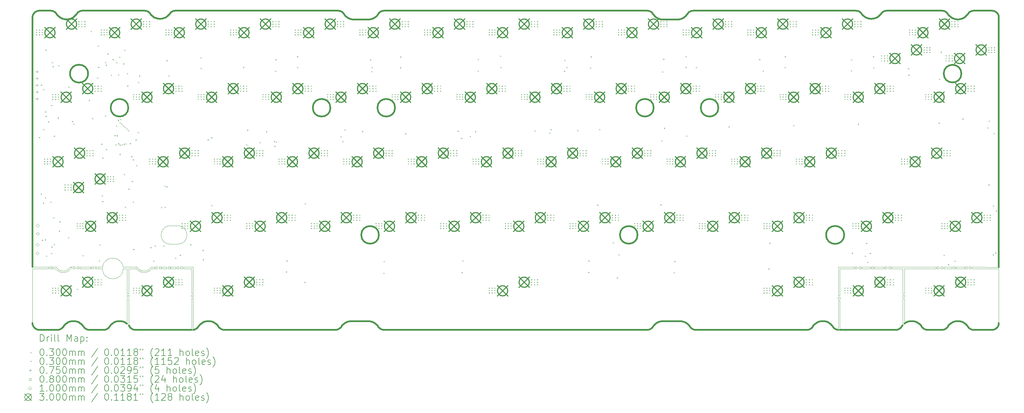
<source format=gbr>
%TF.GenerationSoftware,KiCad,Pcbnew,8.99.0-2194-gb3b7cbcab2*%
%TF.CreationDate,2024-09-18T03:27:00+07:00*%
%TF.ProjectId,Sebas_nuxros,53656261-735f-46e7-9578-726f732e6b69,rev?*%
%TF.SameCoordinates,Original*%
%TF.FileFunction,Drillmap*%
%TF.FilePolarity,Positive*%
%FSLAX45Y45*%
G04 Gerber Fmt 4.5, Leading zero omitted, Abs format (unit mm)*
G04 Created by KiCad (PCBNEW 8.99.0-2194-gb3b7cbcab2) date 2024-09-18 03:27:00*
%MOMM*%
%LPD*%
G01*
G04 APERTURE LIST*
%ADD10C,0.500000*%
%ADD11C,0.050000*%
%ADD12C,0.100000*%
%ADD13C,0.200000*%
%ADD14C,0.300000*%
G04 APERTURE END LIST*
D10*
X48153967Y12210340D02*
X48171022Y12233593D01*
X39222869Y12152035D02*
X39247401Y12179987D01*
X38859254Y2954312D02*
X38839035Y2933777D01*
X61582361Y2933780D02*
X61562143Y2954316D01*
X65066243Y3101986D02*
X65034193Y3083151D01*
X39381275Y12295730D02*
X39409433Y12301921D01*
X39299795Y3117309D02*
X39264494Y3128960D01*
D11*
X41552700Y4691000D02*
X41482700Y4691000D01*
X64812700Y4741000D02*
X65052700Y4741000D01*
D10*
X65540658Y2954314D02*
X65523602Y2977544D01*
X62752125Y12074127D02*
X62788380Y12084111D01*
X64870833Y12271608D02*
X64893797Y12254178D01*
D11*
X63052700Y4691000D02*
X62762700Y4691000D01*
D10*
X61230199Y3140752D02*
X61193234Y3136809D01*
D11*
X63602950Y4691000D02*
X63272700Y4691000D01*
D10*
X64276760Y2892261D02*
X64249794Y2902428D01*
X63511504Y2916362D02*
X63486280Y2902426D01*
X41269521Y12304000D02*
X41297074Y12302093D01*
X48170653Y2954315D02*
X48153595Y2977542D01*
X60998450Y3035851D02*
X60973919Y3007919D01*
X47028656Y12295730D02*
X47055637Y12285550D01*
X66234951Y12304000D02*
X66263414Y12301966D01*
X64893797Y12254178D02*
X64914017Y12233628D01*
X40789817Y9440618D02*
G75*
G02*
X40269817Y9440618I-260000J0D01*
G01*
X40269817Y9440618D02*
G75*
G02*
X40789817Y9440618I260000J0D01*
G01*
X42990059Y3101986D02*
X42958009Y3083151D01*
X46894346Y2884000D02*
X43616731Y2884000D01*
X57313491Y3009539D02*
X57287338Y3038790D01*
X40095000Y2886075D02*
X40066256Y2884000D01*
X66291298Y2892101D02*
X66263414Y2886036D01*
X46951235Y2892263D02*
X46923089Y2886077D01*
X42958009Y3083151D02*
X42928138Y3061023D01*
X48153595Y2977542D02*
X48130878Y3009534D01*
X65330704Y10447500D02*
G75*
G02*
X64810704Y10447500I-260000J0D01*
G01*
X64810704Y10447500D02*
G75*
G02*
X65330704Y10447500I260000J0D01*
G01*
X39395582Y3061017D02*
X39365711Y3083145D01*
X56426719Y12066090D02*
X56464448Y12055216D01*
D11*
X65642700Y4741000D02*
X66432700Y4731000D01*
D10*
X61025806Y3061023D02*
X60998450Y3035851D01*
X47173795Y3087631D02*
X47141790Y3064931D01*
X62412221Y12187705D02*
X62438253Y12160566D01*
X39264494Y3128960D02*
X39228156Y3136801D01*
X42900782Y3035851D02*
X42876251Y3007919D01*
X63740844Y3117316D02*
X63706977Y3101986D01*
X38033978Y12255150D02*
X38056822Y12272250D01*
X61193234Y3136809D02*
X61156896Y3128967D01*
D11*
X40028191Y4740925D02*
G75*
G02*
X40635198Y4741000I303510J-46495D01*
G01*
D10*
X42854820Y2977544D02*
X42837762Y2954316D01*
X40235570Y2977544D02*
X40218515Y2954314D01*
X38136487Y12301964D02*
X38164950Y12304000D01*
X56185693Y12271595D02*
X56208660Y12254156D01*
X48171022Y12233593D02*
X48191243Y12254153D01*
X63459314Y2892260D02*
X63431167Y2886075D01*
X42010619Y12217479D02*
X42027822Y12239088D01*
X39154017Y3140744D02*
X39117053Y3136801D01*
X66365923Y2932850D02*
X66343079Y2915749D01*
X43169706Y3140752D02*
X43132531Y3140752D01*
X61685656Y2886076D02*
X61657510Y2892261D01*
X57421666Y2902428D02*
X57396442Y2916364D01*
D11*
X41022700Y4691000D02*
X40802700Y4691000D01*
D10*
X39064379Y12058844D02*
X39099694Y12070505D01*
D11*
X42025200Y5413500D02*
G75*
G02*
X42025200Y5956000I0J271250D01*
G01*
D10*
X40439978Y3128967D02*
X40404676Y3117316D01*
D11*
X41462700Y4741000D02*
X41552700Y4741000D01*
D10*
X62602789Y12074127D02*
X62639906Y12068089D01*
X42769360Y2902429D02*
X42742395Y2892263D01*
D11*
X40636720Y4691000D02*
G75*
G02*
X40026680Y4691000I-305020J3430D01*
G01*
X42412700Y4741000D02*
X42652950Y4742000D01*
D10*
X56294796Y12149021D02*
X56324066Y12122850D01*
X38563627Y12295734D02*
X38590602Y12285558D01*
X48105102Y12149024D02*
X48131257Y12178309D01*
X47103841Y12254156D02*
X47124061Y12233595D01*
X65100110Y3117316D02*
X65066243Y3101986D01*
X56503430Y3139043D02*
X56464747Y3132473D01*
X39438188Y12304000D02*
X41269521Y12304000D01*
X40550456Y3140752D02*
X40513281Y3140752D01*
X48294591Y12301920D02*
X48323353Y12304000D01*
X40587421Y3136809D02*
X40550456Y3140752D01*
X61340677Y3128967D02*
X61304339Y3136809D01*
X43532877Y2902428D02*
X43507652Y2916364D01*
X38659018Y12233629D02*
X38676073Y12210384D01*
X38136487Y2886036D02*
X38108604Y2892102D01*
X57209924Y12149022D02*
X57236078Y12178308D01*
X56208660Y12254156D02*
X56228881Y12233595D01*
X63025331Y12274208D02*
X63049781Y12287053D01*
X62856645Y12115417D02*
X62887867Y12136378D01*
D11*
X63602700Y3811000D02*
X63652700Y3811000D01*
D10*
X57353264Y2954316D02*
X57336207Y2977544D01*
X57336207Y2977544D02*
X57313491Y3009539D01*
X65171750Y3136809D02*
X65135412Y3128967D01*
X66263414Y2886036D02*
X66234951Y2884000D01*
X48322908Y2884000D02*
X48294165Y2886079D01*
X56324440Y3064927D02*
X56295178Y3038787D01*
X62329582Y12274206D02*
X62352030Y12258116D01*
X56390445Y12081121D02*
X56426719Y12066090D01*
X65540882Y12233630D02*
X65561102Y12254181D01*
X43484693Y2933781D02*
X43464475Y2954316D01*
X66403202Y12212129D02*
X66416878Y12187083D01*
X60811917Y2886075D02*
X60783174Y2884000D01*
D11*
X63602700Y3951000D02*
X63652700Y3951000D01*
D10*
X56356445Y3087627D02*
X56324440Y3064927D01*
X43401455Y3035851D02*
X43374099Y3061023D01*
X65477869Y12152035D02*
X65502401Y12179987D01*
D11*
X41922700Y4741000D02*
X41922700Y4691000D01*
D10*
X40659061Y3117316D02*
X40623760Y3128967D01*
X42120726Y12296409D02*
X42147754Y12302094D01*
X62224563Y12304000D02*
X62252116Y12302091D01*
X62279144Y12296406D02*
X62305131Y12287052D01*
D11*
X61752950Y4691000D02*
X62172700Y4691000D01*
D10*
X39247401Y12179987D02*
X39268829Y12210384D01*
X57258074Y3064931D02*
X57226068Y3087631D01*
X40404676Y3117316D02*
X40370809Y3101986D01*
X63049781Y12287053D02*
X63075769Y12296408D01*
X63602950Y3019056D02*
X63593169Y3007919D01*
X66234951Y2884000D02*
X65792950Y2884000D01*
X57078002Y12066090D02*
X57114275Y12081121D01*
X65609059Y2902423D02*
X65583834Y2916360D01*
X40828168Y2977544D02*
X40806737Y3007919D01*
X40198297Y2933779D02*
X40175337Y2916362D01*
X37962700Y4741000D02*
X37964950Y12104000D01*
X40513281Y3140752D02*
X40476316Y3136809D01*
X38033978Y2932850D02*
X38013801Y2953028D01*
X66416877Y3000917D02*
X66403201Y2975872D01*
X61876377Y5685874D02*
G75*
G02*
X61346377Y5685874I-265000J0D01*
G01*
X61346377Y5685874D02*
G75*
G02*
X61876377Y5685874I265000J0D01*
G01*
X39603200Y10447500D02*
G75*
G02*
X39073200Y10447500I-265000J0D01*
G01*
X39073200Y10447500D02*
G75*
G02*
X39603200Y10447500I265000J0D01*
G01*
X62982866Y12239086D02*
X63002883Y12258117D01*
X64761714Y12304000D02*
X64790469Y12301920D01*
X66343079Y2915749D02*
X66318034Y2902074D01*
X47003424Y2916365D02*
X46978200Y2902429D01*
X42047839Y12258119D02*
X42070287Y12274210D01*
D11*
X39892700Y4691000D02*
X39892700Y4741000D01*
D10*
X38922271Y3035846D02*
X38897740Y3007916D01*
X37996700Y12212128D02*
X38013800Y12234972D01*
X57296063Y12254153D02*
X57319030Y12271591D01*
X39191192Y3140744D02*
X39154017Y3140744D01*
X47857299Y3141240D02*
X47359959Y3141245D01*
X63554682Y2954315D02*
X63534464Y2933779D01*
X56464747Y3132473D02*
X56427042Y3121614D01*
X64845545Y2902428D02*
X64818580Y2892261D01*
D11*
X65422700Y4741000D02*
X65422700Y4691000D01*
D10*
X39045414Y3117309D02*
X39011548Y3101980D01*
X63130350Y12304000D02*
X64761714Y12304000D01*
X38979498Y3083145D02*
X38949627Y3061017D01*
X56390789Y3106602D02*
X56356445Y3087627D01*
X47063660Y2977544D02*
X47046602Y2954316D01*
D11*
X41462700Y4741000D02*
G75*
G02*
X41042700Y4741000I-210000J120000D01*
G01*
D10*
X37983024Y3000917D02*
X37973052Y3027653D01*
X62531559Y12097928D02*
X62566533Y12084111D01*
X56229254Y2954313D02*
X56209036Y2933778D01*
X48130878Y3009534D02*
X48104726Y3038785D01*
X61702950Y2884827D02*
X61685656Y2886076D01*
D11*
X40026701Y4691000D02*
X39892700Y4691000D01*
X42192700Y4741000D02*
X42042700Y4741000D01*
D10*
X38056822Y12272250D02*
X38081867Y12285926D01*
X38763886Y2892260D02*
X38735740Y2886075D01*
X48104726Y3038785D02*
X48075463Y3064925D01*
X64931073Y12210384D02*
X64952500Y12179987D01*
X64913947Y2954316D02*
X64893729Y2933780D01*
X39306105Y12254178D02*
X39329069Y12271608D01*
X41868313Y12097928D02*
X41901603Y12115417D01*
X47437541Y12046435D02*
X47857541Y12046435D01*
X43344228Y3083151D02*
X43312178Y3101986D01*
X56246311Y2977540D02*
X56229254Y2954313D01*
X38590602Y12285558D02*
X38615834Y12271610D01*
D11*
X38562700Y4741000D02*
X38562700Y4691000D01*
D10*
X39329069Y12271608D02*
X39354301Y12285556D01*
X39285885Y12233627D02*
X39306105Y12254178D01*
X42175308Y12304000D02*
X46971728Y12304000D01*
X38880522Y12058844D02*
X38916875Y12050996D01*
X42928138Y3061023D02*
X42900782Y3035851D01*
X38876309Y2977541D02*
X38859254Y2954312D01*
X66434951Y12104000D02*
X66432700Y4731000D01*
D11*
X41922700Y4741000D02*
X41772700Y4741000D01*
D10*
X48075832Y12122852D02*
X48105102Y12149024D01*
X43023926Y3117316D02*
X42990059Y3101986D01*
X47359629Y12055217D02*
X47398338Y12048638D01*
X40940592Y2892262D02*
X40913627Y2902428D01*
X41457179Y12187705D02*
X41483211Y12160566D01*
X39409433Y12301921D02*
X39438188Y12304000D01*
D11*
X62172700Y4742000D02*
X62172700Y4691000D01*
D10*
X56209036Y2933778D02*
X56186077Y2916362D01*
D11*
X65052700Y4741000D02*
X65052700Y4691000D01*
D10*
X40865443Y2933781D02*
X40845225Y2954316D01*
X65523602Y2977544D02*
X65502171Y3007919D01*
D11*
X64582700Y4741000D02*
X64582700Y4691000D01*
D10*
X38535469Y12301925D02*
X38563627Y12295734D01*
X65502401Y12179987D02*
X65523829Y12210384D01*
X56464448Y12055216D02*
X56503157Y12048637D01*
D11*
X38662700Y4741000D02*
X38562700Y4741000D01*
D10*
X37996700Y2975872D02*
X37983024Y3000917D01*
D11*
X61752950Y3891000D02*
X61752950Y4691000D01*
D10*
X39133573Y12085847D02*
X39165632Y12104698D01*
X56160853Y2902427D02*
X56133888Y2892261D01*
X38164950Y2884000D02*
X38136487Y2886036D01*
X47972862Y3121611D02*
X47935158Y3132471D01*
X41297074Y12302093D02*
X41324103Y12296408D01*
X47086374Y3009539D02*
X47063660Y2977544D01*
X47973181Y12066092D02*
X48009454Y12081123D01*
X65135522Y12058844D02*
X65171875Y12050996D01*
X43132531Y3140752D02*
X43095566Y3136809D01*
X41932825Y12136378D02*
X41961618Y12160566D01*
X65692915Y2884000D02*
X65664171Y2886071D01*
X38897740Y3007916D02*
X38876309Y2977541D01*
D11*
X42652950Y2884000D02*
X42652950Y3821000D01*
D10*
X38953856Y12047050D02*
X38991046Y12047050D01*
X40476316Y3136809D02*
X40439978Y3128967D01*
X66263414Y12301966D02*
X66291298Y12295900D01*
X56228881Y12233595D02*
X56245934Y12210340D01*
D11*
X65422700Y4691000D02*
X65172700Y4691000D01*
D10*
X47219248Y12122851D02*
X47251265Y12100122D01*
X64224570Y2916364D02*
X64201611Y2933780D01*
X62252116Y12302091D02*
X62279144Y12296406D01*
X66318035Y12285928D02*
X66343080Y12272252D01*
X38056822Y2915750D02*
X38033978Y2932850D01*
X65477639Y3035851D02*
X65450283Y3061023D01*
X56186077Y2916362D02*
X56160853Y2902427D01*
D11*
X41772700Y4691000D02*
X41922700Y4691000D01*
D10*
X41324103Y12296408D02*
X41350090Y12287054D01*
X40257001Y3007919D02*
X40235570Y2977544D01*
X38839035Y2933777D02*
X38816076Y2916361D01*
X43374099Y3061023D02*
X43344228Y3083151D01*
X60973919Y3007919D02*
X60952488Y2977544D01*
D11*
X39675200Y4691000D02*
X39362700Y4691000D01*
X41552700Y4741000D02*
X41552700Y4691000D01*
D10*
X48131257Y12178309D02*
X48153967Y12210340D01*
X61409846Y3101986D02*
X61375979Y3117316D01*
X39228156Y3136801D02*
X39191192Y3140744D01*
X43243010Y3128967D02*
X43206671Y3136809D01*
X48171700Y5687000D02*
G75*
G02*
X47651700Y5687000I-260000J0D01*
G01*
X47651700Y5687000D02*
G75*
G02*
X48171700Y5687000I260000J0D01*
G01*
X39354301Y12285556D02*
X39381275Y12295730D01*
D11*
X42702700Y3821000D02*
X42702950Y2885260D01*
D10*
X56267940Y9440615D02*
G75*
G02*
X55747940Y9440615I-260000J0D01*
G01*
X55747940Y9440615D02*
G75*
G02*
X56267940Y9440615I260000J0D01*
G01*
X62715007Y12068089D02*
X62752125Y12074127D01*
X41483211Y12160566D02*
X41512004Y12136378D01*
X65664171Y2886071D02*
X65636025Y2892256D01*
X62965662Y12217479D02*
X62982866Y12239086D01*
X56503157Y12048637D02*
X56542360Y12046434D01*
X65319194Y3128967D02*
X65282855Y3136809D01*
D11*
X42245200Y5956000D02*
X42025200Y5956000D01*
D10*
X40724978Y3083151D02*
X40692928Y3101986D01*
X46923089Y2886077D02*
X46894346Y2884000D01*
X39028026Y12050996D02*
X39064379Y12058844D01*
X47189979Y12149024D02*
X47219248Y12122851D01*
X47320782Y3139046D02*
X47282098Y3132476D01*
D11*
X62762700Y4691000D02*
X62762700Y4741000D01*
D10*
X57373482Y2933781D02*
X57353264Y2954316D01*
X64790433Y2886076D02*
X64761690Y2884000D01*
X56427042Y3121614D02*
X56390789Y3106602D01*
X38081867Y2902074D02*
X38056822Y2915750D01*
X63534464Y2933779D02*
X63511504Y2916362D01*
X63812484Y3136809D02*
X63776146Y3128967D01*
X57155469Y3121618D02*
X57117763Y3132477D01*
X65034270Y12104698D02*
X65066329Y12085848D01*
D12*
X63652950Y3066870D02*
X63652700Y3811000D01*
D10*
X65420412Y3083151D02*
X65388362Y3101986D01*
X62467046Y12136378D02*
X62498268Y12115417D01*
X60952488Y2977544D02*
X60935432Y2954315D01*
X42094738Y12287055D02*
X42120726Y12296409D01*
X62352030Y12258116D02*
X62372047Y12239086D01*
X41374540Y12274208D02*
X41396988Y12258117D01*
X56105742Y2886076D02*
X56077000Y2884000D01*
X64977032Y12152035D02*
X65004392Y12126844D01*
X64818626Y12295730D02*
X64845601Y12285555D01*
X60915214Y2933779D02*
X60892254Y2916362D01*
X56324066Y12122850D02*
X56356084Y12100121D01*
X65388362Y3101986D02*
X65354495Y3117316D01*
X48323353Y12304000D02*
X56076547Y12304000D01*
X62498268Y12115417D02*
X62531559Y12097928D01*
X57371247Y12295726D02*
X57399411Y12301920D01*
D12*
X40752700Y3951000D02*
X40752950Y4691000D01*
D10*
X62438253Y12160566D02*
X62467046Y12136378D01*
X41576516Y12097928D02*
X41611491Y12084111D01*
X48214210Y12271591D02*
X48239446Y12285545D01*
X48266020Y2892265D02*
X48239055Y2902430D01*
X39195510Y12126844D02*
X39222869Y12152035D01*
X57079078Y3139047D02*
X57039901Y3141245D01*
D11*
X42042700Y4691000D02*
X42042700Y4741000D01*
D10*
X64976966Y3035851D02*
X64952435Y3007919D01*
D11*
X62652700Y4741000D02*
X62392700Y4742000D01*
X64812700Y4691000D02*
X64812700Y4741000D01*
D10*
X65560875Y2933777D02*
X65540658Y2954314D01*
X43059228Y3128967D02*
X43023926Y3117316D01*
X62677457Y12066069D02*
X62715007Y12068089D01*
X60867030Y2902426D02*
X60840064Y2892260D01*
X47046602Y2954316D02*
X47026384Y2933781D01*
X61156896Y3128967D02*
X61121594Y3117316D01*
X47026384Y2933781D02*
X47003424Y2916365D01*
X39468900Y2977541D02*
X39447469Y3007916D01*
X41961618Y12160566D02*
X41987650Y12187705D01*
D11*
X61752950Y3891000D02*
X61702950Y3891000D01*
D10*
X64142905Y3007919D02*
X64118373Y3035851D01*
X39529134Y2916361D02*
X39506175Y2933777D01*
X47055637Y12285550D02*
X47080873Y12271595D01*
X40308888Y3061023D02*
X40281532Y3035851D01*
D11*
X40802700Y3951000D02*
X40802700Y4691000D01*
D10*
X38081867Y12285926D02*
X38108604Y12295898D01*
X39447469Y3007916D02*
X39422938Y3035846D01*
X43559842Y2892262D02*
X43532877Y2902428D01*
X65584067Y12271611D02*
X65609299Y12285558D01*
X62788380Y12084111D02*
X62823355Y12097928D01*
D11*
X61752700Y3751000D02*
X61702700Y3751000D01*
D10*
X65636025Y2892256D02*
X65609059Y2902423D01*
X65004392Y12126844D02*
X65034270Y12104698D01*
X55791700Y5687000D02*
G75*
G02*
X55271700Y5687000I-260000J0D01*
G01*
X55271700Y5687000D02*
G75*
G02*
X55791700Y5687000I260000J0D01*
G01*
X42794584Y2916365D02*
X42769360Y2902429D01*
X66403201Y2975872D02*
X66386101Y2953028D01*
X41684864Y12068089D02*
X41722414Y12066069D01*
X43507652Y2916364D02*
X43484693Y2933781D01*
X38949627Y3061017D02*
X38922271Y3035846D01*
X47124061Y12233595D02*
X47141114Y12210340D01*
X37966986Y12132463D02*
X37973052Y12160346D01*
X61267374Y3140752D02*
X61230199Y3140752D01*
X48009454Y12081123D02*
X48043815Y12100123D01*
X61930950Y2886000D02*
X61752950Y2884356D01*
X64914017Y12233628D02*
X64931073Y12210384D01*
X48009115Y3106600D02*
X47972862Y3121611D01*
D11*
X42192700Y4691000D02*
X42192700Y4741000D01*
D10*
X57344266Y12285545D02*
X57371247Y12295726D01*
X61523655Y3007919D02*
X61499123Y3035851D01*
X65319380Y12058844D02*
X65354695Y12070505D01*
X57001563Y12048637D02*
X57040273Y12055216D01*
X47935158Y3132471D02*
X47896474Y3139041D01*
X65420632Y12104698D02*
X65450510Y12126844D01*
X38164950Y12304000D02*
X38506714Y12304000D01*
X58173000Y9440615D02*
G75*
G02*
X57653000Y9440615I-260000J0D01*
G01*
X57653000Y9440615D02*
G75*
G02*
X58173000Y9440615I260000J0D01*
G01*
X64931004Y2977544D02*
X64913947Y2954316D01*
D11*
X39362700Y4741000D02*
X39675200Y4741000D01*
D10*
X65283027Y12050996D02*
X65319380Y12058844D01*
X41350090Y12287054D02*
X41374540Y12274208D01*
D11*
X41772700Y4741000D02*
X41772700Y4691000D01*
D10*
X47244393Y3121617D02*
X47208140Y3106606D01*
X48239055Y2902430D02*
X48213831Y2916366D01*
D11*
X65172700Y4741000D02*
X65422700Y4741000D01*
D10*
X38013800Y12234972D02*
X38033978Y12255150D01*
X65388573Y12085847D02*
X65420632Y12104698D01*
X38779270Y12104698D02*
X38811329Y12085848D01*
X40692928Y3101986D02*
X40659061Y3117316D01*
D11*
X63272700Y4741000D02*
X63602950Y4742000D01*
D10*
X63959927Y3128967D02*
X63923589Y3136809D01*
X48647940Y9440615D02*
G75*
G02*
X48127940Y9440615I-260000J0D01*
G01*
X48127940Y9440615D02*
G75*
G02*
X48647940Y9440615I260000J0D01*
G01*
X46978200Y2902429D02*
X46951235Y2892263D01*
X56105310Y12301924D02*
X56133475Y12295730D01*
X66291298Y12295900D02*
X66318035Y12285928D01*
D11*
X40028191Y4740925D02*
X39892700Y4741000D01*
D10*
X39609469Y2886073D02*
X39581323Y2892258D01*
D11*
X42412700Y4741000D02*
X42412700Y4691000D01*
D10*
X63995229Y3117316D02*
X63959927Y3128967D01*
D11*
X37962700Y4691000D02*
X37964950Y3084000D01*
D10*
X38811329Y12085848D02*
X38845207Y12070505D01*
D11*
X65642700Y4691000D02*
X66432700Y4691000D01*
D10*
X65664432Y12301923D02*
X65693188Y12304000D01*
X41396988Y12258117D02*
X41417005Y12239086D01*
X47163825Y12178310D02*
X47189979Y12149024D01*
X38697500Y12179987D02*
X38722032Y12152035D01*
X64952435Y3007919D02*
X64931004Y2977544D01*
X47398338Y12048638D02*
X47437541Y12046435D01*
X40968738Y2886077D02*
X40940592Y2892262D01*
X64164335Y2977544D02*
X64142905Y3007919D01*
D12*
X40802700Y3801000D02*
X40802950Y3012231D01*
D10*
X47282098Y3132476D02*
X47244393Y3121617D01*
X41987650Y12187705D02*
X42010619Y12217479D01*
X48043815Y12100123D02*
X48075832Y12122852D01*
X47080873Y12271595D02*
X47103841Y12254156D01*
X64304906Y2886076D02*
X64276760Y2892261D01*
X64761690Y2884000D02*
X64333649Y2884000D01*
X47141114Y12210340D02*
X47163825Y12178310D01*
X47251265Y12100122D02*
X47285627Y12081123D01*
X64029096Y3101986D02*
X63995229Y3117316D01*
X47935452Y12055217D02*
X47973181Y12066092D01*
X65004322Y3061022D02*
X64976966Y3035851D01*
X60892254Y2916362D02*
X60867030Y2902426D01*
X66434951Y3084000D02*
X66432915Y3055537D01*
D11*
X42652950Y3821000D02*
X42702700Y3821000D01*
D10*
X38916875Y12050996D02*
X38953856Y12047050D01*
X61545085Y2977544D02*
X61523655Y3007919D01*
X43278311Y3117316D02*
X43243010Y3128967D01*
X64181393Y2954316D02*
X64164335Y2977544D01*
X63362950Y2882000D02*
X61980950Y2886000D01*
X62566533Y12084111D02*
X62602789Y12074127D01*
X65609299Y12285558D02*
X65636274Y12295733D01*
D11*
X42702950Y3961000D02*
X42702950Y4742000D01*
X41482700Y4691000D02*
G75*
G02*
X41022700Y4691000I-230000J170000D01*
G01*
D10*
X64091017Y3061022D02*
X64061146Y3083151D01*
D11*
X62762700Y4741000D02*
X63052700Y4741000D01*
D10*
X57396442Y2916364D02*
X57373482Y2933781D01*
X64249794Y2902428D02*
X64224570Y2916364D01*
X37973052Y12160346D02*
X37983024Y12187083D01*
X56295178Y3038787D02*
X56269025Y3009535D01*
X41759965Y12068089D02*
X41797082Y12074127D01*
D11*
X39132700Y4741000D02*
G75*
G02*
X38642419Y4690792I-260000J120000D01*
G01*
D10*
X64201611Y2933780D02*
X64181393Y2954316D01*
D11*
X61702700Y3751000D02*
X61702950Y2884827D01*
D10*
X64333649Y2884000D02*
X64304906Y2886076D01*
X41901603Y12115417D02*
X41932825Y12136378D01*
X42070287Y12274210D02*
X42094738Y12287055D01*
D11*
X40752950Y4742000D02*
X40635200Y4741000D01*
D10*
X63706977Y3101986D02*
X63674927Y3083151D01*
X60783174Y2884000D02*
X57505520Y2884000D01*
X65561102Y12254181D02*
X65584067Y12271611D01*
X66426850Y12160346D02*
X66432916Y12132463D01*
X40752950Y3062429D02*
X40724978Y3083151D01*
X40218515Y2954314D02*
X40198297Y2933779D01*
X42817544Y2933781D02*
X42794584Y2916365D01*
X56542606Y3141236D02*
X56503430Y3139043D01*
D11*
X42245200Y5413500D02*
X42025200Y5413500D01*
X38442700Y4741000D02*
X38442700Y4690792D01*
D10*
X61605320Y2916364D02*
X61582361Y2933780D01*
X56160456Y12285550D02*
X56185693Y12271595D01*
X61055677Y3083151D02*
X61025806Y3061023D01*
X41611491Y12084111D02*
X41647746Y12074127D01*
X65208856Y12047050D02*
X65246046Y12047050D01*
X39080715Y3128960D02*
X39045414Y3117309D01*
X62942692Y12187705D02*
X62965662Y12217479D01*
X65100207Y12070505D02*
X65135522Y12058844D01*
X47285627Y12081123D02*
X47321900Y12066091D01*
X65034193Y3083151D02*
X65004322Y3061022D01*
X40175337Y2916362D02*
X40150112Y2902426D01*
X61657510Y2892261D02*
X61630544Y2902428D01*
X37964950Y12104000D02*
X37966986Y12132463D01*
X40845225Y2954316D02*
X40828168Y2977544D01*
X61471767Y3061023D02*
X61441896Y3083151D01*
X40066256Y2884000D02*
X39638212Y2884000D01*
X63849449Y3140751D02*
X63812484Y3136809D01*
X63486280Y2902426D02*
X63459314Y2892260D01*
X66365924Y12255151D02*
X66386102Y12234973D01*
X39268829Y12210384D02*
X39285885Y12233627D01*
D11*
X63652950Y4691000D02*
X64582700Y4691000D01*
D10*
X63362950Y2882000D02*
X63431167Y2886075D01*
X57287338Y3038790D02*
X57258074Y3064931D01*
D11*
X38442700Y4690792D02*
X37962700Y4691000D01*
D10*
X66432916Y12132463D02*
X66434951Y12104000D01*
X42742395Y2892263D02*
X42714249Y2886077D01*
X40888402Y2916364D02*
X40865443Y2933781D01*
D11*
X62392700Y4742000D02*
X62392700Y4691000D01*
D10*
X48191243Y12254153D02*
X48214210Y12271591D01*
X65354695Y12070505D02*
X65388573Y12085847D01*
X63075769Y12296408D02*
X63102797Y12302093D01*
X64870769Y2916364D02*
X64845545Y2902428D01*
X61562143Y2954316D02*
X61545085Y2977544D01*
X41833338Y12084111D02*
X41868313Y12097928D01*
X65583834Y2916360D02*
X65560875Y2933777D01*
D11*
X63602700Y3811000D02*
X63602950Y3019056D01*
D10*
X66386102Y12234973D02*
X66403202Y12212129D01*
X56133475Y12295730D02*
X56160456Y12285550D01*
X61121594Y3117316D02*
X61087727Y3101986D01*
X57476777Y2886077D02*
X57448631Y2892262D01*
D11*
X62652700Y4691000D02*
X62652700Y4741000D01*
X65642700Y4741000D02*
X65642700Y4691000D01*
X65172700Y4691000D02*
X65172700Y4741000D01*
D10*
X65523829Y12210384D02*
X65540882Y12233630D01*
X38706997Y2884000D02*
X38164950Y2884000D01*
X65792950Y2884000D02*
X65692915Y2884000D01*
X41417005Y12239086D02*
X41434209Y12217479D01*
X43464475Y2954316D02*
X43447418Y2977544D01*
X39581323Y2892258D02*
X39554358Y2902425D01*
X57148637Y12100120D02*
X57180654Y12122849D01*
X47896474Y3139041D02*
X47857299Y3141240D01*
X56268641Y12178307D02*
X56294796Y12149021D01*
X60840064Y2892260D02*
X60811917Y2886075D01*
X42714249Y2886077D02*
X42702950Y2885260D01*
X65450510Y12126844D02*
X65477869Y12152035D01*
D11*
X66432700Y4691000D02*
X66434951Y3084000D01*
D10*
X65354495Y3117316D02*
X65319194Y3128967D01*
D12*
X42702950Y4742000D02*
X42652950Y4742000D01*
D10*
X66318034Y2902074D02*
X66291298Y2892101D01*
X39099694Y12070505D02*
X39133573Y12085847D01*
X57039901Y3141245D02*
X56542606Y3141236D01*
X61630544Y2902428D02*
X61605320Y2916364D01*
X38722032Y12152035D02*
X38749392Y12126844D01*
X47000491Y12301924D02*
X47028656Y12295730D01*
X41647746Y12074127D02*
X41684864Y12068089D01*
X56269025Y3009535D02*
X56246311Y2977540D01*
X39117053Y3136801D02*
X39080715Y3128960D01*
X39333662Y3101980D02*
X39299795Y3117309D01*
X39365711Y3083145D02*
X39333662Y3101980D01*
X39506175Y2933777D02*
X39485957Y2954313D01*
X62887867Y12136378D02*
X62916660Y12160566D01*
D12*
X61752950Y2884356D02*
X61752700Y3751000D01*
D10*
X63102797Y12302093D02*
X63130350Y12304000D01*
X63923589Y3136809D02*
X63886624Y3140751D01*
X57319030Y12271591D02*
X57344266Y12285545D01*
X42027822Y12239088D02*
X42047839Y12258119D01*
X47857541Y12046435D02*
X47896743Y12048637D01*
X48043459Y3087625D02*
X48009115Y3106600D01*
D11*
X62392700Y4691000D02*
X62652700Y4691000D01*
D10*
X57505520Y2884000D02*
X57476777Y2886077D01*
D11*
X42652950Y4691000D02*
X42412700Y4691000D01*
D10*
X38108604Y2892102D02*
X38081867Y2902074D01*
X47112527Y3038790D02*
X47086374Y3009539D01*
X38991046Y12047050D02*
X39028026Y12050996D01*
X38845207Y12070505D02*
X38880522Y12058844D01*
X39422938Y3035846D02*
X39395582Y3061017D01*
X39011548Y3101980D02*
X38979498Y3083145D01*
D11*
X40752950Y4691000D02*
X40636720Y4691000D01*
D10*
X47208140Y3106606D02*
X47173795Y3087631D01*
X62916660Y12160566D02*
X62942692Y12187705D01*
X57180654Y12122849D02*
X57209924Y12149022D01*
X38735740Y2886075D02*
X38706997Y2884000D01*
X40338759Y3083151D02*
X40308888Y3061023D01*
X64818580Y2892261D02*
X64790433Y2886076D01*
D11*
X42192700Y4691000D02*
X42042700Y4691000D01*
D10*
X65502171Y3007919D02*
X65477639Y3035851D01*
X61375979Y3117316D02*
X61340677Y3128967D01*
X38638798Y12254180D02*
X38659018Y12233629D01*
X57275842Y12233593D02*
X57296063Y12254153D01*
X39165632Y12104698D02*
X39195510Y12126844D01*
X42876251Y3007919D02*
X42854820Y2977544D01*
X61441896Y3083151D02*
X61409846Y3101986D01*
X39485957Y2954313D02*
X39468900Y2977541D01*
X37973052Y3027653D02*
X37966986Y3055537D01*
X41722414Y12066069D02*
X41759965Y12068089D01*
X41512004Y12136378D02*
X41543226Y12115417D01*
X64893729Y2933780D02*
X64870769Y2916364D01*
X40806737Y3007919D02*
X40802950Y3012231D01*
D11*
X39362700Y4691000D02*
X39362700Y4741000D01*
D10*
X60935432Y2954315D02*
X60915214Y2933779D01*
X66343080Y12272252D02*
X66365924Y12255151D01*
X43312178Y3101986D02*
X43278311Y3117316D01*
X48294165Y2886079D02*
X48266020Y2892265D01*
X65245890Y3140751D02*
X65208715Y3140751D01*
X62639906Y12068089D02*
X62677457Y12066069D01*
X43587988Y2886077D02*
X43559842Y2892262D01*
X56077000Y2884000D02*
X48322908Y2884000D01*
X57399411Y12301920D02*
X57428174Y12304000D01*
X38749392Y12126844D02*
X38779270Y12104698D01*
D11*
X42245200Y5956000D02*
G75*
G02*
X42245200Y5413500I0J-271250D01*
G01*
D10*
X65171875Y12050996D02*
X65208856Y12047050D01*
X66426849Y3027653D02*
X66416877Y3000917D01*
X39554358Y2902425D02*
X39529134Y2916361D01*
D11*
X63272700Y4691000D02*
X63272700Y4741000D01*
D10*
X43206671Y3136809D02*
X43169706Y3140752D01*
X65208715Y3140751D02*
X65171750Y3136809D01*
X48075463Y3064925D02*
X48043459Y3087625D01*
X57191723Y3106606D02*
X57155469Y3121618D01*
X56076547Y12304000D02*
X56105310Y12301924D01*
X62305131Y12287052D02*
X62329582Y12274206D01*
X46743439Y9440500D02*
G75*
G02*
X46223439Y9440500I-260000J0D01*
G01*
X46223439Y9440500D02*
G75*
G02*
X46743439Y9440500I260000J0D01*
G01*
X66432915Y3055537D02*
X66426849Y3027653D01*
X39638212Y2884000D02*
X39609469Y2886073D01*
X38790851Y2902426D02*
X38763886Y2892260D01*
X48190872Y2933781D02*
X48170653Y2954315D01*
X40997481Y2884000D02*
X40968738Y2886077D01*
X56542360Y12046434D02*
X56962360Y12046434D01*
X56133888Y2892261D02*
X56105742Y2886076D01*
X61499123Y3035851D02*
X61471767Y3061023D01*
X65693188Y12304000D02*
X66234951Y12304000D01*
X64952500Y12179987D02*
X64977032Y12152035D01*
X40913627Y2902428D02*
X40888402Y2916364D01*
X66386101Y2953028D02*
X66365923Y2932850D01*
X57114275Y12081121D02*
X57148637Y12100120D01*
X42652950Y2884000D02*
X40997481Y2884000D01*
X41797082Y12074127D02*
X41833338Y12084111D01*
X63886624Y3140751D02*
X63849449Y3140751D01*
X46971728Y12304000D02*
X47000491Y12301924D01*
X56962360Y12046434D02*
X57001563Y12048637D01*
X47141790Y3064931D02*
X47112527Y3038790D01*
X38013801Y2953028D02*
X37996700Y2975872D01*
D11*
X63052700Y4741000D02*
X63052700Y4691000D01*
D10*
X57258787Y12210340D02*
X57275842Y12233593D01*
X57236078Y12178308D02*
X57258787Y12210340D01*
X47321900Y12066091D02*
X47359629Y12055217D01*
X62823355Y12097928D02*
X62856645Y12115417D01*
X48239446Y12285545D02*
X48266427Y12295725D01*
X40150112Y2902426D02*
X40123146Y2892260D01*
X56245934Y12210340D02*
X56268641Y12178307D01*
X56356084Y12100121D02*
X56390445Y12081121D01*
X57226068Y3087631D02*
X57191723Y3106606D01*
X63776146Y3128967D02*
X63740844Y3117316D01*
D11*
X38562700Y4691000D02*
X38642419Y4690792D01*
D10*
X64118373Y3035851D02*
X64091017Y3061022D01*
D11*
X39675200Y4741000D02*
X39675200Y4691000D01*
D10*
X65135412Y3128967D02*
X65100110Y3117316D01*
X65066329Y12085848D02*
X65100207Y12070505D01*
X43425987Y3007919D02*
X43401455Y3035851D01*
X37966986Y3055537D02*
X37964950Y3084000D01*
X42837762Y2954316D02*
X42817544Y2933781D01*
X65450283Y3061023D02*
X65420412Y3083151D01*
D11*
X40802700Y3801000D02*
X40752700Y3801000D01*
D10*
X43095566Y3136809D02*
X43059228Y3128967D01*
X61930950Y2886000D02*
X61980950Y2886000D01*
D11*
X39082700Y4741000D02*
G75*
G02*
X38662700Y4741000I-210000J120000D01*
G01*
D10*
X40123146Y2892260D02*
X40095000Y2886075D01*
D12*
X41042700Y4741000D02*
X40752950Y4742000D01*
D10*
X63674927Y3083151D02*
X63652950Y3066870D01*
X64845601Y12285555D02*
X64870833Y12271608D01*
X65636274Y12295733D02*
X65664432Y12301923D01*
D12*
X61702950Y4742000D02*
X61702950Y3891000D01*
X63602950Y4691000D02*
X63602700Y3951000D01*
D11*
X42652950Y3961000D02*
X42702950Y3961000D01*
D10*
X57117763Y3132477D02*
X57079078Y3139047D01*
X37983024Y12187083D02*
X37996700Y12212128D01*
X61304339Y3136809D02*
X61267374Y3140752D01*
X43616731Y2884000D02*
X43587988Y2886077D01*
X62372047Y12239086D02*
X62389252Y12217479D01*
X41543226Y12115417D02*
X41576516Y12097928D01*
X65246046Y12047050D02*
X65283027Y12050996D01*
D12*
X64582700Y4741000D02*
X63602950Y4742000D01*
D11*
X65052700Y4691000D02*
X64812700Y4691000D01*
D10*
X38676073Y12210384D02*
X38697500Y12179987D01*
X64061146Y3083151D02*
X64029096Y3101986D01*
X57040273Y12055216D02*
X57078002Y12066090D01*
X41434209Y12217479D02*
X41457179Y12187705D01*
D11*
X38442700Y4741000D02*
X37962700Y4741000D01*
D10*
X63002883Y12258117D02*
X63025331Y12274208D01*
X64790469Y12301920D02*
X64818626Y12295730D01*
D11*
X63652700Y3951000D02*
X63652950Y4691000D01*
D10*
X43447418Y2977544D02*
X43425987Y3007919D01*
X66416878Y12187083D02*
X66426850Y12160346D01*
X62389252Y12217479D02*
X62412221Y12187705D01*
X47359959Y3141245D02*
X47320782Y3139046D01*
X40623760Y3128967D02*
X40587421Y3136809D01*
X48213831Y2916366D02*
X48190872Y2933781D01*
X65282855Y3136809D02*
X65245890Y3140751D01*
X38615834Y12271610D02*
X38638798Y12254180D01*
D11*
X42652950Y3961000D02*
X42652950Y4691000D01*
D10*
X63593169Y3007919D02*
X63571738Y2977544D01*
X42147754Y12302094D02*
X42175308Y12304000D01*
X61087727Y3101986D02*
X61055677Y3083151D01*
X38108604Y12295898D02*
X38136487Y12301964D01*
D11*
X40752700Y3951000D02*
X40802700Y3951000D01*
D10*
X57428174Y12304000D02*
X62224563Y12304000D01*
X63571738Y2977544D02*
X63554682Y2954315D01*
X47896743Y12048637D02*
X47935452Y12055217D01*
X38816076Y2916361D02*
X38790851Y2902426D01*
D11*
X39132700Y4741000D02*
X39082700Y4741000D01*
D10*
X40370809Y3101986D02*
X40338759Y3083151D01*
X38506714Y12304000D02*
X38535469Y12301925D01*
D11*
X40752950Y3062429D02*
X40752700Y3801000D01*
D12*
X62172700Y4742000D02*
X61702950Y4742000D01*
D10*
X48266427Y12295725D02*
X48294591Y12301920D01*
X40281532Y3035851D02*
X40257001Y3007919D01*
X57448631Y2892262D02*
X57421666Y2902428D01*
D13*
D12*
X38153878Y8576000D02*
X38183878Y8546000D01*
X38183878Y8576000D02*
X38153878Y8546000D01*
X38209878Y6906000D02*
X38239878Y6876000D01*
X38239878Y6906000D02*
X38209878Y6876000D01*
X38214878Y10124000D02*
X38244878Y10094000D01*
X38244878Y10124000D02*
X38214878Y10094000D01*
X38239000Y5544000D02*
X38269000Y5514000D01*
X38269000Y5544000D02*
X38239000Y5514000D01*
X38267878Y6640000D02*
X38297878Y6610000D01*
X38297878Y6640000D02*
X38267878Y6610000D01*
X38282878Y9996000D02*
X38312878Y9966000D01*
X38312878Y9996000D02*
X38282878Y9966000D01*
X38282878Y8819000D02*
X38312878Y8789000D01*
X38312878Y8819000D02*
X38282878Y8789000D01*
X38329000Y5557000D02*
X38359000Y5527000D01*
X38359000Y5557000D02*
X38329000Y5527000D01*
X38334878Y6800000D02*
X38364878Y6770000D01*
X38364878Y6800000D02*
X38334878Y6770000D01*
X38336000Y9332000D02*
X38366000Y9302000D01*
X38366000Y9332000D02*
X38336000Y9302000D01*
X38348878Y11158000D02*
X38378878Y11128000D01*
X38378878Y11158000D02*
X38348878Y11128000D01*
X38348878Y9202000D02*
X38378878Y9172000D01*
X38378878Y9202000D02*
X38348878Y9172000D01*
X38362000Y5079000D02*
X38392000Y5049000D01*
X38392000Y5079000D02*
X38362000Y5049000D01*
X38424878Y9042000D02*
X38454878Y9012000D01*
X38454878Y9042000D02*
X38424878Y9012000D01*
X38488000Y6672000D02*
X38518000Y6642000D01*
X38518000Y6672000D02*
X38488000Y6642000D01*
X38510878Y9526000D02*
X38540878Y9496000D01*
X38540878Y9526000D02*
X38510878Y9496000D01*
X38515000Y5156000D02*
X38545000Y5126000D01*
X38545000Y5156000D02*
X38515000Y5126000D01*
X38522000Y5348000D02*
X38552000Y5318000D01*
X38552000Y5348000D02*
X38522000Y5318000D01*
X38535000Y10790000D02*
X38565000Y10760000D01*
X38565000Y10790000D02*
X38535000Y10760000D01*
X38557000Y10674000D02*
X38587000Y10644000D01*
X38587000Y10674000D02*
X38557000Y10644000D01*
X38579000Y6212000D02*
X38609000Y6182000D01*
X38609000Y6212000D02*
X38579000Y6182000D01*
X38595000Y5424000D02*
X38625000Y5394000D01*
X38625000Y5424000D02*
X38595000Y5394000D01*
X38595878Y8619000D02*
X38625878Y8589000D01*
X38625878Y8619000D02*
X38595878Y8589000D01*
X38708000Y9156000D02*
X38738000Y9126000D01*
X38738000Y9156000D02*
X38708000Y9126000D01*
X38727000Y10702000D02*
X38757000Y10672000D01*
X38757000Y10702000D02*
X38727000Y10672000D01*
X38744000Y5811000D02*
X38774000Y5781000D01*
X38774000Y5811000D02*
X38744000Y5781000D01*
X38759000Y6092000D02*
X38789000Y6062000D01*
X38789000Y6092000D02*
X38759000Y6062000D01*
X39013000Y5623000D02*
X39043000Y5593000D01*
X39043000Y5623000D02*
X39013000Y5593000D01*
X39020000Y10071000D02*
X39050000Y10041000D01*
X39050000Y10071000D02*
X39020000Y10041000D01*
X39129000Y9050000D02*
X39159000Y9020000D01*
X39159000Y9050000D02*
X39129000Y9020000D01*
X39166000Y8974000D02*
X39196000Y8944000D01*
X39196000Y8974000D02*
X39166000Y8944000D01*
X39268878Y4098000D02*
X39298878Y4068000D01*
X39298878Y4098000D02*
X39268878Y4068000D01*
X39443000Y5091000D02*
X39473000Y5061000D01*
X39473000Y5091000D02*
X39443000Y5061000D01*
X39624000Y9674000D02*
X39654000Y9644000D01*
X39654000Y9674000D02*
X39624000Y9644000D01*
X39682000Y11707000D02*
X39712000Y11677000D01*
X39712000Y11707000D02*
X39682000Y11677000D01*
X39722878Y9137000D02*
X39752878Y9107000D01*
X39752878Y9137000D02*
X39722878Y9107000D01*
X39871000Y10331000D02*
X39901000Y10301000D01*
X39901000Y10331000D02*
X39871000Y10301000D01*
X39888000Y11282000D02*
X39918000Y11252000D01*
X39918000Y11282000D02*
X39888000Y11252000D01*
X39897000Y10649000D02*
X39927000Y10619000D01*
X39927000Y10649000D02*
X39897000Y10619000D01*
X39921000Y4937000D02*
X39951000Y4907000D01*
X39951000Y4937000D02*
X39921000Y4907000D01*
X39940000Y5407000D02*
X39970000Y5377000D01*
X39970000Y5407000D02*
X39940000Y5377000D01*
X39991878Y8382000D02*
X40021878Y8352000D01*
X40021878Y8382000D02*
X39991878Y8352000D01*
X40007000Y6863000D02*
X40037000Y6833000D01*
X40037000Y6863000D02*
X40007000Y6833000D01*
X40018000Y6688000D02*
X40048000Y6658000D01*
X40048000Y6688000D02*
X40018000Y6658000D01*
X40020878Y7971000D02*
X40050878Y7941000D01*
X40050878Y7971000D02*
X40020878Y7941000D01*
X40102000Y10792000D02*
X40132000Y10762000D01*
X40132000Y10792000D02*
X40102000Y10762000D01*
X40102000Y9216000D02*
X40132000Y9186000D01*
X40132000Y9216000D02*
X40102000Y9186000D01*
X40121878Y10714000D02*
X40151878Y10684000D01*
X40151878Y10714000D02*
X40121878Y10684000D01*
X40127878Y8220000D02*
X40157878Y8190000D01*
X40157878Y8220000D02*
X40127878Y8190000D01*
X40171878Y11045000D02*
X40201878Y11015000D01*
X40201878Y11045000D02*
X40171878Y11015000D01*
X40274000Y10413000D02*
X40304000Y10383000D01*
X40304000Y10413000D02*
X40274000Y10383000D01*
X40321628Y10881000D02*
X40351628Y10851000D01*
X40351628Y10881000D02*
X40321628Y10851000D01*
X40379878Y8635000D02*
X40409878Y8605000D01*
X40409878Y8635000D02*
X40379878Y8605000D01*
X40410000Y8364000D02*
X40440000Y8334000D01*
X40440000Y8364000D02*
X40410000Y8334000D01*
X40428613Y8913735D02*
X40458613Y8883735D01*
X40458613Y8913735D02*
X40428613Y8883735D01*
X40430000Y10788000D02*
X40460000Y10758000D01*
X40460000Y10788000D02*
X40430000Y10758000D01*
X40445733Y8630145D02*
X40475733Y8600145D01*
X40475733Y8630145D02*
X40445733Y8600145D01*
X40479878Y9078000D02*
X40509878Y9048000D01*
X40509878Y9078000D02*
X40479878Y9048000D01*
X40485878Y8394000D02*
X40515878Y8364000D01*
X40515878Y8394000D02*
X40485878Y8364000D01*
X40486000Y10429000D02*
X40516000Y10399000D01*
X40516000Y10429000D02*
X40486000Y10399000D01*
X40520000Y10947000D02*
X40550000Y10917000D01*
X40550000Y10947000D02*
X40520000Y10917000D01*
X40530723Y8354138D02*
X40560723Y8324138D01*
X40560723Y8354138D02*
X40530723Y8324138D01*
X40530878Y8081000D02*
X40560878Y8051000D01*
X40560878Y8081000D02*
X40530878Y8051000D01*
X40535409Y9012000D02*
X40565409Y8982000D01*
X40565409Y9012000D02*
X40535409Y8982000D01*
X40543878Y9116000D02*
X40573878Y9086000D01*
X40573878Y9116000D02*
X40543878Y9086000D01*
X40585878Y8969000D02*
X40615878Y8939000D01*
X40615878Y8969000D02*
X40585878Y8939000D01*
X40590578Y8358302D02*
X40620578Y8328302D01*
X40620578Y8358302D02*
X40590578Y8328302D01*
X40628026Y8919383D02*
X40658026Y8889383D01*
X40658026Y8919383D02*
X40628026Y8889383D01*
X40634878Y10754000D02*
X40664878Y10724000D01*
X40664878Y10754000D02*
X40634878Y10724000D01*
X40648170Y8375131D02*
X40678170Y8345131D01*
X40678170Y8375131D02*
X40648170Y8345131D01*
X40655000Y7485000D02*
X40685000Y7455000D01*
X40685000Y7485000D02*
X40655000Y7455000D01*
X40667000Y11154000D02*
X40697000Y11124000D01*
X40697000Y11154000D02*
X40667000Y11124000D01*
X40678026Y8885494D02*
X40708026Y8855494D01*
X40708026Y8885494D02*
X40678026Y8855494D01*
X40685000Y6525000D02*
X40715000Y6495000D01*
X40715000Y6525000D02*
X40685000Y6495000D01*
X40706728Y8388210D02*
X40736728Y8358210D01*
X40736728Y8388210D02*
X40706728Y8358210D01*
X40728026Y8835784D02*
X40758026Y8805784D01*
X40758026Y8835784D02*
X40728026Y8805784D01*
X40750878Y10466000D02*
X40780878Y10436000D01*
X40780878Y10466000D02*
X40750878Y10436000D01*
X40752878Y10100000D02*
X40782878Y10070000D01*
X40782878Y10100000D02*
X40752878Y10070000D01*
X40778026Y8783142D02*
X40808026Y8753142D01*
X40808026Y8783142D02*
X40778026Y8753142D01*
X40789878Y7057000D02*
X40819878Y7027000D01*
X40819878Y7057000D02*
X40789878Y7027000D01*
X40829000Y8399000D02*
X40859000Y8369000D01*
X40859000Y8399000D02*
X40829000Y8369000D01*
X40869878Y8019000D02*
X40899878Y7989000D01*
X40899878Y8019000D02*
X40869878Y7989000D01*
X40886878Y7282000D02*
X40916878Y7252000D01*
X40916878Y7282000D02*
X40886878Y7252000D01*
X40918878Y6672000D02*
X40948878Y6642000D01*
X40948878Y6672000D02*
X40918878Y6642000D01*
X40919878Y7918000D02*
X40949878Y7888000D01*
X40949878Y7918000D02*
X40919878Y7888000D01*
X40931000Y5275000D02*
X40961000Y5245000D01*
X40961000Y5275000D02*
X40931000Y5245000D01*
X41000878Y8510000D02*
X41030878Y8480000D01*
X41030878Y8510000D02*
X41000878Y8480000D01*
X41019878Y7746000D02*
X41049878Y7716000D01*
X41049878Y7746000D02*
X41019878Y7716000D01*
X41065000Y8725000D02*
X41095000Y8695000D01*
X41095000Y8725000D02*
X41065000Y8695000D01*
X41076878Y10204000D02*
X41106878Y10174000D01*
X41106878Y10204000D02*
X41076878Y10174000D01*
X41106000Y10392000D02*
X41136000Y10362000D01*
X41136000Y10392000D02*
X41106000Y10362000D01*
X41437000Y5327000D02*
X41467000Y5297000D01*
X41467000Y5327000D02*
X41437000Y5297000D01*
X41525000Y4933000D02*
X41555000Y4903000D01*
X41555000Y4933000D02*
X41525000Y4903000D01*
X41565000Y5382000D02*
X41595000Y5352000D01*
X41595000Y5382000D02*
X41565000Y5352000D01*
X41750378Y6515000D02*
X41780378Y6485000D01*
X41780378Y6515000D02*
X41750378Y6485000D01*
X41822000Y5382000D02*
X41852000Y5352000D01*
X41852000Y5382000D02*
X41822000Y5352000D01*
X41851858Y7145520D02*
X41881858Y7115520D01*
X41881858Y7145520D02*
X41851858Y7115520D01*
X41857751Y6518000D02*
X41887751Y6488000D01*
X41887751Y6518000D02*
X41857751Y6488000D01*
X41907751Y7123700D02*
X41937751Y7093700D01*
X41937751Y7123700D02*
X41907751Y7093700D01*
X41911000Y10850000D02*
X41941000Y10820000D01*
X41941000Y10850000D02*
X41911000Y10820000D01*
X41974000Y10400000D02*
X42004000Y10370000D01*
X42004000Y10400000D02*
X41974000Y10370000D01*
X42166000Y5015000D02*
X42196000Y4985000D01*
X42196000Y5015000D02*
X42166000Y4985000D01*
X42302000Y5106000D02*
X42332000Y5076000D01*
X42332000Y5106000D02*
X42302000Y5076000D01*
X42613000Y5412000D02*
X42643000Y5382000D01*
X42643000Y5412000D02*
X42613000Y5382000D01*
X42913878Y10934000D02*
X42943878Y10904000D01*
X42943878Y10934000D02*
X42913878Y10904000D01*
X42921878Y10620000D02*
X42951878Y10590000D01*
X42951878Y10620000D02*
X42921878Y10590000D01*
X42975000Y5245000D02*
X43005000Y5215000D01*
X43005000Y5245000D02*
X42975000Y5215000D01*
X42985000Y4975000D02*
X43015000Y4945000D01*
X43015000Y4975000D02*
X42985000Y4945000D01*
X43122878Y8507000D02*
X43152878Y8477000D01*
X43152878Y8507000D02*
X43122878Y8477000D01*
X43229128Y8572000D02*
X43259128Y8542000D01*
X43259128Y8572000D02*
X43229128Y8542000D01*
X43229878Y6571000D02*
X43259878Y6541000D01*
X43259878Y6571000D02*
X43229878Y6541000D01*
X44169878Y10645000D02*
X44199878Y10615000D01*
X44199878Y10645000D02*
X44169878Y10615000D01*
X44263878Y8363000D02*
X44293878Y8333000D01*
X44293878Y8363000D02*
X44263878Y8333000D01*
X44287878Y8791000D02*
X44317878Y8761000D01*
X44317878Y8791000D02*
X44287878Y8761000D01*
X44657878Y8429000D02*
X44687878Y8399000D01*
X44687878Y8429000D02*
X44657878Y8399000D01*
X44846878Y8748000D02*
X44876878Y8718000D01*
X44876878Y8748000D02*
X44846878Y8718000D01*
X45076878Y8463000D02*
X45106878Y8433000D01*
X45106878Y8463000D02*
X45076878Y8433000D01*
X45086841Y8321003D02*
X45116841Y8291003D01*
X45116841Y8321003D02*
X45086841Y8291003D01*
X45114878Y10535000D02*
X45144878Y10505000D01*
X45144878Y10535000D02*
X45114878Y10505000D01*
X45117878Y10875000D02*
X45147878Y10845000D01*
X45147878Y10875000D02*
X45117878Y10845000D01*
X45134128Y8441000D02*
X45164128Y8411000D01*
X45164128Y8441000D02*
X45134128Y8411000D01*
X45430878Y4611000D02*
X45460878Y4581000D01*
X45460878Y4611000D02*
X45430878Y4581000D01*
X45443878Y4936000D02*
X45473878Y4906000D01*
X45473878Y4936000D02*
X45443878Y4906000D01*
X45757878Y10962000D02*
X45787878Y10932000D01*
X45787878Y10962000D02*
X45757878Y10932000D01*
X45758878Y10645000D02*
X45788878Y10615000D01*
X45788878Y10645000D02*
X45758878Y10615000D01*
X45977878Y4301000D02*
X46007878Y4271000D01*
X46007878Y4301000D02*
X45977878Y4271000D01*
X45985878Y6626000D02*
X46015878Y6596000D01*
X46015878Y6626000D02*
X45985878Y6596000D01*
X47039128Y8601000D02*
X47069128Y8571000D01*
X47069128Y8601000D02*
X47039128Y8571000D01*
X47096878Y8464000D02*
X47126878Y8434000D01*
X47126878Y8464000D02*
X47096878Y8434000D01*
X47154733Y8799855D02*
X47184733Y8769855D01*
X47184733Y8799855D02*
X47154733Y8769855D01*
X47670878Y8755000D02*
X47700878Y8725000D01*
X47700878Y8755000D02*
X47670878Y8725000D01*
X47908878Y10871000D02*
X47938878Y10841000D01*
X47938878Y10871000D02*
X47908878Y10841000D01*
X47945878Y10524000D02*
X47975878Y10494000D01*
X47975878Y10524000D02*
X47945878Y10494000D01*
X47958878Y10645000D02*
X47988878Y10615000D01*
X47988878Y10645000D02*
X47958878Y10615000D01*
X48299878Y4572000D02*
X48329878Y4542000D01*
X48329878Y4572000D02*
X48299878Y4542000D01*
X48310878Y4918000D02*
X48340878Y4888000D01*
X48340878Y4918000D02*
X48310878Y4888000D01*
X48793878Y10636000D02*
X48823878Y10606000D01*
X48823878Y10636000D02*
X48793878Y10606000D01*
X48797878Y10956000D02*
X48827878Y10926000D01*
X48827878Y10956000D02*
X48797878Y10926000D01*
X48944128Y8692000D02*
X48974128Y8662000D01*
X48974128Y8692000D02*
X48944128Y8662000D01*
X50491878Y8763000D02*
X50521878Y8733000D01*
X50521878Y8763000D02*
X50491878Y8733000D01*
X50593878Y8552000D02*
X50623878Y8522000D01*
X50623878Y8552000D02*
X50593878Y8522000D01*
X50605878Y4591000D02*
X50635878Y4561000D01*
X50635878Y4591000D02*
X50605878Y4561000D01*
X50628878Y4936000D02*
X50658878Y4906000D01*
X50658878Y4936000D02*
X50628878Y4906000D01*
X50849128Y8610000D02*
X50879128Y8580000D01*
X50879128Y8610000D02*
X50849128Y8580000D01*
X51002878Y8749000D02*
X51032878Y8719000D01*
X51032878Y8749000D02*
X51002878Y8719000D01*
X51076878Y10541000D02*
X51106878Y10511000D01*
X51106878Y10541000D02*
X51076878Y10511000D01*
X51080878Y10883000D02*
X51110878Y10853000D01*
X51110878Y10883000D02*
X51080878Y10853000D01*
X51740878Y10980000D02*
X51770878Y10950000D01*
X51770878Y10980000D02*
X51740878Y10950000D01*
X51752878Y10645000D02*
X51782878Y10615000D01*
X51782878Y10645000D02*
X51752878Y10615000D01*
X52754128Y8772000D02*
X52784128Y8742000D01*
X52784128Y8772000D02*
X52754128Y8742000D01*
X53189023Y8706145D02*
X53219023Y8676145D01*
X53219023Y8706145D02*
X53189023Y8676145D01*
X53224589Y8812000D02*
X53254589Y8782000D01*
X53254589Y8812000D02*
X53224589Y8782000D01*
X53622878Y10531000D02*
X53652878Y10501000D01*
X53652878Y10531000D02*
X53622878Y10501000D01*
X53629878Y10856000D02*
X53659878Y10826000D01*
X53659878Y10856000D02*
X53629878Y10826000D01*
X53697878Y10645000D02*
X53727878Y10615000D01*
X53727878Y10645000D02*
X53697878Y10615000D01*
X54010878Y8785000D02*
X54040878Y8755000D01*
X54040878Y8785000D02*
X54010878Y8755000D01*
X54331878Y4597000D02*
X54361878Y4567000D01*
X54361878Y4597000D02*
X54331878Y4567000D01*
X54337878Y4933000D02*
X54367878Y4903000D01*
X54367878Y4933000D02*
X54337878Y4903000D01*
X54393878Y10631000D02*
X54423878Y10601000D01*
X54423878Y10631000D02*
X54393878Y10601000D01*
X54405878Y10958000D02*
X54435878Y10928000D01*
X54435878Y10958000D02*
X54405878Y10928000D01*
X54599878Y6584000D02*
X54629878Y6554000D01*
X54629878Y6584000D02*
X54599878Y6554000D01*
X54659128Y8812000D02*
X54689128Y8782000D01*
X54689128Y8812000D02*
X54659128Y8782000D01*
X55063000Y5475000D02*
X55093000Y5445000D01*
X55093000Y5475000D02*
X55063000Y5445000D01*
X55182000Y4436000D02*
X55212000Y4406000D01*
X55212000Y4436000D02*
X55182000Y4406000D01*
X55222000Y5117000D02*
X55252000Y5087000D01*
X55252000Y5117000D02*
X55222000Y5087000D01*
X56464878Y6591000D02*
X56494878Y6561000D01*
X56494878Y6591000D02*
X56464878Y6561000D01*
X56490878Y8480000D02*
X56520878Y8450000D01*
X56520878Y8480000D02*
X56490878Y8450000D01*
X56514878Y10516000D02*
X56544878Y10486000D01*
X56544878Y10516000D02*
X56514878Y10486000D01*
X56543878Y10888000D02*
X56573878Y10858000D01*
X56573878Y10888000D02*
X56543878Y10858000D01*
X56564128Y8852000D02*
X56594128Y8822000D01*
X56594128Y8852000D02*
X56564128Y8822000D01*
X56852878Y4589000D02*
X56882878Y4559000D01*
X56882878Y4589000D02*
X56852878Y4559000D01*
X56872878Y4920000D02*
X56902878Y4890000D01*
X56902878Y4920000D02*
X56872878Y4890000D01*
X57199878Y10645000D02*
X57229878Y10615000D01*
X57229878Y10645000D02*
X57199878Y10615000D01*
X57202878Y10970000D02*
X57232878Y10940000D01*
X57232878Y10970000D02*
X57202878Y10940000D01*
X57222000Y8625000D02*
X57252000Y8595000D01*
X57252000Y8625000D02*
X57222000Y8595000D01*
X57510878Y10645000D02*
X57540878Y10615000D01*
X57540878Y10645000D02*
X57510878Y10615000D01*
X58469128Y8892000D02*
X58499128Y8862000D01*
X58499128Y8892000D02*
X58469128Y8862000D01*
X59371628Y10880000D02*
X59401628Y10850000D01*
X59401628Y10880000D02*
X59371628Y10850000D01*
X59476878Y10541000D02*
X59506878Y10511000D01*
X59506878Y10541000D02*
X59476878Y10511000D01*
X59641000Y4699000D02*
X59671000Y4669000D01*
X59671000Y4699000D02*
X59641000Y4669000D01*
X59671000Y5454000D02*
X59701000Y5424000D01*
X59701000Y5454000D02*
X59671000Y5424000D01*
X60123878Y10645000D02*
X60153878Y10615000D01*
X60153878Y10645000D02*
X60123878Y10615000D01*
X60126878Y10965000D02*
X60156878Y10935000D01*
X60156878Y10965000D02*
X60126878Y10935000D01*
X60374128Y8932000D02*
X60404128Y8902000D01*
X60404128Y8932000D02*
X60374128Y8902000D01*
X62075878Y10549000D02*
X62105878Y10519000D01*
X62105878Y10549000D02*
X62075878Y10519000D01*
X62082878Y10876000D02*
X62112878Y10846000D01*
X62112878Y10876000D02*
X62082878Y10846000D01*
X62103000Y5158000D02*
X62133000Y5128000D01*
X62133000Y5158000D02*
X62103000Y5128000D01*
X62279128Y8972000D02*
X62309128Y8942000D01*
X62309128Y8972000D02*
X62279128Y8942000D01*
X62487000Y5077000D02*
X62517000Y5047000D01*
X62517000Y5077000D02*
X62487000Y5047000D01*
X62522000Y5452000D02*
X62552000Y5422000D01*
X62552000Y5452000D02*
X62522000Y5422000D01*
X62558000Y4893000D02*
X62588000Y4863000D01*
X62588000Y4893000D02*
X62558000Y4863000D01*
X62633000Y5156000D02*
X62663000Y5126000D01*
X62663000Y5156000D02*
X62633000Y5126000D01*
X62724878Y10964000D02*
X62754878Y10934000D01*
X62754878Y10964000D02*
X62724878Y10934000D01*
X62738878Y10634000D02*
X62768878Y10604000D01*
X62768878Y10634000D02*
X62738878Y10604000D01*
X63758000Y10610000D02*
X63788000Y10580000D01*
X63788000Y10610000D02*
X63758000Y10580000D01*
X63772000Y10419000D02*
X63802000Y10389000D01*
X63802000Y10419000D02*
X63772000Y10389000D01*
X64660428Y9005000D02*
X64690428Y8975000D01*
X64690428Y9005000D02*
X64660428Y8975000D01*
X64671000Y10299000D02*
X64701000Y10269000D01*
X64701000Y10299000D02*
X64671000Y10269000D01*
X64716878Y11097000D02*
X64746878Y11067000D01*
X64746878Y11097000D02*
X64716878Y11067000D01*
X64809000Y5099000D02*
X64839000Y5069000D01*
X64839000Y5099000D02*
X64809000Y5069000D01*
X64936000Y4826000D02*
X64966000Y4796000D01*
X64966000Y4826000D02*
X64936000Y4796000D01*
X65126000Y4928000D02*
X65156000Y4898000D01*
X65156000Y4928000D02*
X65126000Y4898000D01*
X65358000Y9126000D02*
X65388000Y9096000D01*
X65388000Y9126000D02*
X65358000Y9096000D01*
X66097878Y8864000D02*
X66127878Y8834000D01*
X66127878Y8864000D02*
X66097878Y8834000D01*
X66129878Y7178000D02*
X66159878Y7148000D01*
X66159878Y7178000D02*
X66129878Y7148000D01*
X66137878Y9064000D02*
X66167878Y9034000D01*
X66167878Y9064000D02*
X66137878Y9034000D01*
X66255000Y5115000D02*
X66285000Y5085000D01*
X66285000Y5115000D02*
X66255000Y5085000D01*
X66261878Y6558000D02*
X66291878Y6528000D01*
X66291878Y6558000D02*
X66261878Y6528000D01*
X66281878Y8701000D02*
X66311878Y8671000D01*
X66311878Y8701000D02*
X66281878Y8671000D01*
X66327000Y5170000D02*
X66357000Y5140000D01*
X66357000Y5170000D02*
X66327000Y5140000D01*
X66343879Y6412000D02*
X66373879Y6382000D01*
X66373879Y6412000D02*
X66343879Y6382000D01*
X38102628Y11732000D02*
G75*
G02*
X38072628Y11732000I-15000J0D01*
G01*
X38072628Y11732000D02*
G75*
G02*
X38102628Y11732000I15000J0D01*
G01*
X38102628Y11662000D02*
G75*
G02*
X38072628Y11662000I-15000J0D01*
G01*
X38072628Y11662000D02*
G75*
G02*
X38102628Y11662000I15000J0D01*
G01*
X38102628Y11592000D02*
G75*
G02*
X38072628Y11592000I-15000J0D01*
G01*
X38072628Y11592000D02*
G75*
G02*
X38102628Y11592000I15000J0D01*
G01*
X38187628Y11732000D02*
G75*
G02*
X38157628Y11732000I-15000J0D01*
G01*
X38157628Y11732000D02*
G75*
G02*
X38187628Y11732000I15000J0D01*
G01*
X38187628Y11662000D02*
G75*
G02*
X38157628Y11662000I-15000J0D01*
G01*
X38157628Y11662000D02*
G75*
G02*
X38187628Y11662000I15000J0D01*
G01*
X38187628Y11592000D02*
G75*
G02*
X38157628Y11592000I-15000J0D01*
G01*
X38157628Y11592000D02*
G75*
G02*
X38187628Y11592000I15000J0D01*
G01*
X38267628Y11732000D02*
G75*
G02*
X38237628Y11732000I-15000J0D01*
G01*
X38237628Y11732000D02*
G75*
G02*
X38267628Y11732000I15000J0D01*
G01*
X38267628Y11662000D02*
G75*
G02*
X38237628Y11662000I-15000J0D01*
G01*
X38237628Y11662000D02*
G75*
G02*
X38267628Y11662000I15000J0D01*
G01*
X38267628Y11592000D02*
G75*
G02*
X38237628Y11592000I-15000J0D01*
G01*
X38237628Y11592000D02*
G75*
G02*
X38267628Y11592000I15000J0D01*
G01*
X38340728Y7922000D02*
G75*
G02*
X38310728Y7922000I-15000J0D01*
G01*
X38310728Y7922000D02*
G75*
G02*
X38340728Y7922000I15000J0D01*
G01*
X38340728Y7852000D02*
G75*
G02*
X38310728Y7852000I-15000J0D01*
G01*
X38310728Y7852000D02*
G75*
G02*
X38340728Y7852000I15000J0D01*
G01*
X38340728Y7782000D02*
G75*
G02*
X38310728Y7782000I-15000J0D01*
G01*
X38310728Y7782000D02*
G75*
G02*
X38340728Y7782000I15000J0D01*
G01*
X38425728Y7922000D02*
G75*
G02*
X38395728Y7922000I-15000J0D01*
G01*
X38395728Y7922000D02*
G75*
G02*
X38425728Y7922000I15000J0D01*
G01*
X38425728Y7852000D02*
G75*
G02*
X38395728Y7852000I-15000J0D01*
G01*
X38395728Y7852000D02*
G75*
G02*
X38425728Y7852000I15000J0D01*
G01*
X38425728Y7782000D02*
G75*
G02*
X38395728Y7782000I-15000J0D01*
G01*
X38395728Y7782000D02*
G75*
G02*
X38425728Y7782000I15000J0D01*
G01*
X38505728Y7922000D02*
G75*
G02*
X38475728Y7922000I-15000J0D01*
G01*
X38475728Y7922000D02*
G75*
G02*
X38505728Y7922000I15000J0D01*
G01*
X38505728Y7852000D02*
G75*
G02*
X38475728Y7852000I-15000J0D01*
G01*
X38475728Y7852000D02*
G75*
G02*
X38505728Y7852000I15000J0D01*
G01*
X38505728Y7782000D02*
G75*
G02*
X38475728Y7782000I-15000J0D01*
G01*
X38475728Y7782000D02*
G75*
G02*
X38505728Y7782000I15000J0D01*
G01*
X38578928Y9827000D02*
G75*
G02*
X38548928Y9827000I-15000J0D01*
G01*
X38548928Y9827000D02*
G75*
G02*
X38578928Y9827000I15000J0D01*
G01*
X38578928Y9757000D02*
G75*
G02*
X38548928Y9757000I-15000J0D01*
G01*
X38548928Y9757000D02*
G75*
G02*
X38578928Y9757000I15000J0D01*
G01*
X38578928Y9687000D02*
G75*
G02*
X38548928Y9687000I-15000J0D01*
G01*
X38548928Y9687000D02*
G75*
G02*
X38578928Y9687000I15000J0D01*
G01*
X38578928Y4112000D02*
G75*
G02*
X38548928Y4112000I-15000J0D01*
G01*
X38548928Y4112000D02*
G75*
G02*
X38578928Y4112000I15000J0D01*
G01*
X38578928Y4042000D02*
G75*
G02*
X38548928Y4042000I-15000J0D01*
G01*
X38548928Y4042000D02*
G75*
G02*
X38578928Y4042000I15000J0D01*
G01*
X38578928Y3972000D02*
G75*
G02*
X38548928Y3972000I-15000J0D01*
G01*
X38548928Y3972000D02*
G75*
G02*
X38578928Y3972000I15000J0D01*
G01*
X38663928Y9827000D02*
G75*
G02*
X38633928Y9827000I-15000J0D01*
G01*
X38633928Y9827000D02*
G75*
G02*
X38663928Y9827000I15000J0D01*
G01*
X38663928Y9757000D02*
G75*
G02*
X38633928Y9757000I-15000J0D01*
G01*
X38633928Y9757000D02*
G75*
G02*
X38663928Y9757000I15000J0D01*
G01*
X38663928Y9687000D02*
G75*
G02*
X38633928Y9687000I-15000J0D01*
G01*
X38633928Y9687000D02*
G75*
G02*
X38663928Y9687000I15000J0D01*
G01*
X38663928Y4112000D02*
G75*
G02*
X38633928Y4112000I-15000J0D01*
G01*
X38633928Y4112000D02*
G75*
G02*
X38663928Y4112000I15000J0D01*
G01*
X38663928Y4042000D02*
G75*
G02*
X38633928Y4042000I-15000J0D01*
G01*
X38633928Y4042000D02*
G75*
G02*
X38663928Y4042000I15000J0D01*
G01*
X38663928Y3972000D02*
G75*
G02*
X38633928Y3972000I-15000J0D01*
G01*
X38633928Y3972000D02*
G75*
G02*
X38663928Y3972000I15000J0D01*
G01*
X38743928Y9827000D02*
G75*
G02*
X38713928Y9827000I-15000J0D01*
G01*
X38713928Y9827000D02*
G75*
G02*
X38743928Y9827000I15000J0D01*
G01*
X38743928Y9757000D02*
G75*
G02*
X38713928Y9757000I-15000J0D01*
G01*
X38713928Y9757000D02*
G75*
G02*
X38743928Y9757000I15000J0D01*
G01*
X38743928Y9687000D02*
G75*
G02*
X38713928Y9687000I-15000J0D01*
G01*
X38713928Y9687000D02*
G75*
G02*
X38743928Y9687000I15000J0D01*
G01*
X38743928Y4112000D02*
G75*
G02*
X38713928Y4112000I-15000J0D01*
G01*
X38713928Y4112000D02*
G75*
G02*
X38743928Y4112000I15000J0D01*
G01*
X38743928Y4042000D02*
G75*
G02*
X38713928Y4042000I-15000J0D01*
G01*
X38713928Y4042000D02*
G75*
G02*
X38743928Y4042000I15000J0D01*
G01*
X38743928Y3972000D02*
G75*
G02*
X38713928Y3972000I-15000J0D01*
G01*
X38713928Y3972000D02*
G75*
G02*
X38743928Y3972000I15000J0D01*
G01*
X38942028Y7162000D02*
G75*
G02*
X38912028Y7162000I-15000J0D01*
G01*
X38912028Y7162000D02*
G75*
G02*
X38942028Y7162000I15000J0D01*
G01*
X38942028Y7088500D02*
G75*
G02*
X38912028Y7088500I-15000J0D01*
G01*
X38912028Y7088500D02*
G75*
G02*
X38942028Y7088500I15000J0D01*
G01*
X38942028Y7012000D02*
G75*
G02*
X38912028Y7012000I-15000J0D01*
G01*
X38912028Y7012000D02*
G75*
G02*
X38942028Y7012000I15000J0D01*
G01*
X39032028Y7162000D02*
G75*
G02*
X39002028Y7162000I-15000J0D01*
G01*
X39002028Y7162000D02*
G75*
G02*
X39032028Y7162000I15000J0D01*
G01*
X39032028Y7088500D02*
G75*
G02*
X39002028Y7088500I-15000J0D01*
G01*
X39002028Y7088500D02*
G75*
G02*
X39032028Y7088500I15000J0D01*
G01*
X39032028Y7012000D02*
G75*
G02*
X39002028Y7012000I-15000J0D01*
G01*
X39002028Y7012000D02*
G75*
G02*
X39032028Y7012000I15000J0D01*
G01*
X39119528Y7162000D02*
G75*
G02*
X39089528Y7162000I-15000J0D01*
G01*
X39089528Y7162000D02*
G75*
G02*
X39119528Y7162000I15000J0D01*
G01*
X39119528Y7088500D02*
G75*
G02*
X39089528Y7088500I-15000J0D01*
G01*
X39089528Y7088500D02*
G75*
G02*
X39119528Y7088500I15000J0D01*
G01*
X39122028Y7012000D02*
G75*
G02*
X39092028Y7012000I-15000J0D01*
G01*
X39092028Y7012000D02*
G75*
G02*
X39122028Y7012000I15000J0D01*
G01*
X39300688Y6017000D02*
G75*
G02*
X39270688Y6017000I-15000J0D01*
G01*
X39270688Y6017000D02*
G75*
G02*
X39300688Y6017000I15000J0D01*
G01*
X39300688Y5947000D02*
G75*
G02*
X39270688Y5947000I-15000J0D01*
G01*
X39270688Y5947000D02*
G75*
G02*
X39300688Y5947000I15000J0D01*
G01*
X39300688Y5877000D02*
G75*
G02*
X39270688Y5877000I-15000J0D01*
G01*
X39270688Y5877000D02*
G75*
G02*
X39300688Y5877000I15000J0D01*
G01*
X39347628Y11982000D02*
G75*
G02*
X39317628Y11982000I-15000J0D01*
G01*
X39317628Y11982000D02*
G75*
G02*
X39347628Y11982000I15000J0D01*
G01*
X39350128Y11905500D02*
G75*
G02*
X39320128Y11905500I-15000J0D01*
G01*
X39320128Y11905500D02*
G75*
G02*
X39350128Y11905500I15000J0D01*
G01*
X39350128Y11832000D02*
G75*
G02*
X39320128Y11832000I-15000J0D01*
G01*
X39320128Y11832000D02*
G75*
G02*
X39350128Y11832000I15000J0D01*
G01*
X39385688Y6017000D02*
G75*
G02*
X39355688Y6017000I-15000J0D01*
G01*
X39355688Y6017000D02*
G75*
G02*
X39385688Y6017000I15000J0D01*
G01*
X39385688Y5947000D02*
G75*
G02*
X39355688Y5947000I-15000J0D01*
G01*
X39355688Y5947000D02*
G75*
G02*
X39385688Y5947000I15000J0D01*
G01*
X39385688Y5877000D02*
G75*
G02*
X39355688Y5877000I-15000J0D01*
G01*
X39355688Y5877000D02*
G75*
G02*
X39385688Y5877000I15000J0D01*
G01*
X39437628Y11982000D02*
G75*
G02*
X39407628Y11982000I-15000J0D01*
G01*
X39407628Y11982000D02*
G75*
G02*
X39437628Y11982000I15000J0D01*
G01*
X39437628Y11905500D02*
G75*
G02*
X39407628Y11905500I-15000J0D01*
G01*
X39407628Y11905500D02*
G75*
G02*
X39437628Y11905500I15000J0D01*
G01*
X39437628Y11832000D02*
G75*
G02*
X39407628Y11832000I-15000J0D01*
G01*
X39407628Y11832000D02*
G75*
G02*
X39437628Y11832000I15000J0D01*
G01*
X39465688Y6017000D02*
G75*
G02*
X39435688Y6017000I-15000J0D01*
G01*
X39435688Y6017000D02*
G75*
G02*
X39465688Y6017000I15000J0D01*
G01*
X39465688Y5947000D02*
G75*
G02*
X39435688Y5947000I-15000J0D01*
G01*
X39435688Y5947000D02*
G75*
G02*
X39465688Y5947000I15000J0D01*
G01*
X39465688Y5877000D02*
G75*
G02*
X39435688Y5877000I-15000J0D01*
G01*
X39435688Y5877000D02*
G75*
G02*
X39465688Y5877000I15000J0D01*
G01*
X39527628Y11982000D02*
G75*
G02*
X39497628Y11982000I-15000J0D01*
G01*
X39497628Y11982000D02*
G75*
G02*
X39527628Y11982000I15000J0D01*
G01*
X39527628Y11905500D02*
G75*
G02*
X39497628Y11905500I-15000J0D01*
G01*
X39497628Y11905500D02*
G75*
G02*
X39527628Y11905500I15000J0D01*
G01*
X39527628Y11832000D02*
G75*
G02*
X39497628Y11832000I-15000J0D01*
G01*
X39497628Y11832000D02*
G75*
G02*
X39527628Y11832000I15000J0D01*
G01*
X39585728Y8172000D02*
G75*
G02*
X39555728Y8172000I-15000J0D01*
G01*
X39555728Y8172000D02*
G75*
G02*
X39585728Y8172000I15000J0D01*
G01*
X39588228Y8095500D02*
G75*
G02*
X39558228Y8095500I-15000J0D01*
G01*
X39558228Y8095500D02*
G75*
G02*
X39588228Y8095500I15000J0D01*
G01*
X39588228Y8022000D02*
G75*
G02*
X39558228Y8022000I-15000J0D01*
G01*
X39558228Y8022000D02*
G75*
G02*
X39588228Y8022000I15000J0D01*
G01*
X39675728Y8172000D02*
G75*
G02*
X39645728Y8172000I-15000J0D01*
G01*
X39645728Y8172000D02*
G75*
G02*
X39675728Y8172000I15000J0D01*
G01*
X39675728Y8095500D02*
G75*
G02*
X39645728Y8095500I-15000J0D01*
G01*
X39645728Y8095500D02*
G75*
G02*
X39675728Y8095500I15000J0D01*
G01*
X39675728Y8022000D02*
G75*
G02*
X39645728Y8022000I-15000J0D01*
G01*
X39645728Y8022000D02*
G75*
G02*
X39675728Y8022000I15000J0D01*
G01*
X39765728Y8172000D02*
G75*
G02*
X39735728Y8172000I-15000J0D01*
G01*
X39735728Y8172000D02*
G75*
G02*
X39765728Y8172000I15000J0D01*
G01*
X39765728Y8095500D02*
G75*
G02*
X39735728Y8095500I-15000J0D01*
G01*
X39735728Y8095500D02*
G75*
G02*
X39765728Y8095500I15000J0D01*
G01*
X39765728Y8022000D02*
G75*
G02*
X39735728Y8022000I-15000J0D01*
G01*
X39735728Y8022000D02*
G75*
G02*
X39765728Y8022000I15000J0D01*
G01*
X39823928Y10077000D02*
G75*
G02*
X39793928Y10077000I-15000J0D01*
G01*
X39793928Y10077000D02*
G75*
G02*
X39823928Y10077000I15000J0D01*
G01*
X39823928Y4362000D02*
G75*
G02*
X39793928Y4362000I-15000J0D01*
G01*
X39793928Y4362000D02*
G75*
G02*
X39823928Y4362000I15000J0D01*
G01*
X39826428Y10000500D02*
G75*
G02*
X39796428Y10000500I-15000J0D01*
G01*
X39796428Y10000500D02*
G75*
G02*
X39826428Y10000500I15000J0D01*
G01*
X39826428Y9927000D02*
G75*
G02*
X39796428Y9927000I-15000J0D01*
G01*
X39796428Y9927000D02*
G75*
G02*
X39826428Y9927000I15000J0D01*
G01*
X39826428Y4285500D02*
G75*
G02*
X39796428Y4285500I-15000J0D01*
G01*
X39796428Y4285500D02*
G75*
G02*
X39826428Y4285500I15000J0D01*
G01*
X39826428Y4212000D02*
G75*
G02*
X39796428Y4212000I-15000J0D01*
G01*
X39796428Y4212000D02*
G75*
G02*
X39826428Y4212000I15000J0D01*
G01*
X39913928Y10077000D02*
G75*
G02*
X39883928Y10077000I-15000J0D01*
G01*
X39883928Y10077000D02*
G75*
G02*
X39913928Y10077000I15000J0D01*
G01*
X39913928Y10000500D02*
G75*
G02*
X39883928Y10000500I-15000J0D01*
G01*
X39883928Y10000500D02*
G75*
G02*
X39913928Y10000500I15000J0D01*
G01*
X39913928Y9927000D02*
G75*
G02*
X39883928Y9927000I-15000J0D01*
G01*
X39883928Y9927000D02*
G75*
G02*
X39913928Y9927000I15000J0D01*
G01*
X39913928Y4362000D02*
G75*
G02*
X39883928Y4362000I-15000J0D01*
G01*
X39883928Y4362000D02*
G75*
G02*
X39913928Y4362000I15000J0D01*
G01*
X39913928Y4285500D02*
G75*
G02*
X39883928Y4285500I-15000J0D01*
G01*
X39883928Y4285500D02*
G75*
G02*
X39913928Y4285500I15000J0D01*
G01*
X39913928Y4212000D02*
G75*
G02*
X39883928Y4212000I-15000J0D01*
G01*
X39883928Y4212000D02*
G75*
G02*
X39913928Y4212000I15000J0D01*
G01*
X40003928Y10077000D02*
G75*
G02*
X39973928Y10077000I-15000J0D01*
G01*
X39973928Y10077000D02*
G75*
G02*
X40003928Y10077000I15000J0D01*
G01*
X40003928Y10000500D02*
G75*
G02*
X39973928Y10000500I-15000J0D01*
G01*
X39973928Y10000500D02*
G75*
G02*
X40003928Y10000500I15000J0D01*
G01*
X40003928Y9927000D02*
G75*
G02*
X39973928Y9927000I-15000J0D01*
G01*
X39973928Y9927000D02*
G75*
G02*
X40003928Y9927000I15000J0D01*
G01*
X40003928Y4362000D02*
G75*
G02*
X39973928Y4362000I-15000J0D01*
G01*
X39973928Y4362000D02*
G75*
G02*
X40003928Y4362000I15000J0D01*
G01*
X40003928Y4285500D02*
G75*
G02*
X39973928Y4285500I-15000J0D01*
G01*
X39973928Y4285500D02*
G75*
G02*
X40003928Y4285500I15000J0D01*
G01*
X40003928Y4212000D02*
G75*
G02*
X39973928Y4212000I-15000J0D01*
G01*
X39973928Y4212000D02*
G75*
G02*
X40003928Y4212000I15000J0D01*
G01*
X40007628Y11732000D02*
G75*
G02*
X39977628Y11732000I-15000J0D01*
G01*
X39977628Y11732000D02*
G75*
G02*
X40007628Y11732000I15000J0D01*
G01*
X40007628Y11662000D02*
G75*
G02*
X39977628Y11662000I-15000J0D01*
G01*
X39977628Y11662000D02*
G75*
G02*
X40007628Y11662000I15000J0D01*
G01*
X40007628Y11592000D02*
G75*
G02*
X39977628Y11592000I-15000J0D01*
G01*
X39977628Y11592000D02*
G75*
G02*
X40007628Y11592000I15000J0D01*
G01*
X40092628Y11732000D02*
G75*
G02*
X40062628Y11732000I-15000J0D01*
G01*
X40062628Y11732000D02*
G75*
G02*
X40092628Y11732000I15000J0D01*
G01*
X40092628Y11662000D02*
G75*
G02*
X40062628Y11662000I-15000J0D01*
G01*
X40062628Y11662000D02*
G75*
G02*
X40092628Y11662000I15000J0D01*
G01*
X40092628Y11592000D02*
G75*
G02*
X40062628Y11592000I-15000J0D01*
G01*
X40062628Y11592000D02*
G75*
G02*
X40092628Y11592000I15000J0D01*
G01*
X40172628Y11732000D02*
G75*
G02*
X40142628Y11732000I-15000J0D01*
G01*
X40142628Y11732000D02*
G75*
G02*
X40172628Y11732000I15000J0D01*
G01*
X40172628Y11662000D02*
G75*
G02*
X40142628Y11662000I-15000J0D01*
G01*
X40142628Y11662000D02*
G75*
G02*
X40172628Y11662000I15000J0D01*
G01*
X40172628Y11592000D02*
G75*
G02*
X40142628Y11592000I-15000J0D01*
G01*
X40142628Y11592000D02*
G75*
G02*
X40172628Y11592000I15000J0D01*
G01*
X40202028Y7402000D02*
G75*
G02*
X40172028Y7402000I-15000J0D01*
G01*
X40172028Y7402000D02*
G75*
G02*
X40202028Y7402000I15000J0D01*
G01*
X40202028Y7332000D02*
G75*
G02*
X40172028Y7332000I-15000J0D01*
G01*
X40172028Y7332000D02*
G75*
G02*
X40202028Y7332000I15000J0D01*
G01*
X40202028Y7262000D02*
G75*
G02*
X40172028Y7262000I-15000J0D01*
G01*
X40172028Y7262000D02*
G75*
G02*
X40202028Y7262000I15000J0D01*
G01*
X40282028Y7402000D02*
G75*
G02*
X40252028Y7402000I-15000J0D01*
G01*
X40252028Y7402000D02*
G75*
G02*
X40282028Y7402000I15000J0D01*
G01*
X40282028Y7332000D02*
G75*
G02*
X40252028Y7332000I-15000J0D01*
G01*
X40252028Y7332000D02*
G75*
G02*
X40282028Y7332000I15000J0D01*
G01*
X40282028Y7262000D02*
G75*
G02*
X40252028Y7262000I-15000J0D01*
G01*
X40252028Y7262000D02*
G75*
G02*
X40282028Y7262000I15000J0D01*
G01*
X40367028Y7402000D02*
G75*
G02*
X40337028Y7402000I-15000J0D01*
G01*
X40337028Y7402000D02*
G75*
G02*
X40367028Y7402000I15000J0D01*
G01*
X40367028Y7332000D02*
G75*
G02*
X40337028Y7332000I-15000J0D01*
G01*
X40337028Y7332000D02*
G75*
G02*
X40367028Y7332000I15000J0D01*
G01*
X40367028Y7262000D02*
G75*
G02*
X40337028Y7262000I-15000J0D01*
G01*
X40337028Y7262000D02*
G75*
G02*
X40367028Y7262000I15000J0D01*
G01*
X40545688Y6267000D02*
G75*
G02*
X40515688Y6267000I-15000J0D01*
G01*
X40515688Y6267000D02*
G75*
G02*
X40545688Y6267000I15000J0D01*
G01*
X40548188Y6190500D02*
G75*
G02*
X40518188Y6190500I-15000J0D01*
G01*
X40518188Y6190500D02*
G75*
G02*
X40548188Y6190500I15000J0D01*
G01*
X40548188Y6117000D02*
G75*
G02*
X40518188Y6117000I-15000J0D01*
G01*
X40518188Y6117000D02*
G75*
G02*
X40548188Y6117000I15000J0D01*
G01*
X40635688Y6267000D02*
G75*
G02*
X40605688Y6267000I-15000J0D01*
G01*
X40605688Y6267000D02*
G75*
G02*
X40635688Y6267000I15000J0D01*
G01*
X40635688Y6190500D02*
G75*
G02*
X40605688Y6190500I-15000J0D01*
G01*
X40605688Y6190500D02*
G75*
G02*
X40635688Y6190500I15000J0D01*
G01*
X40635688Y6117000D02*
G75*
G02*
X40605688Y6117000I-15000J0D01*
G01*
X40605688Y6117000D02*
G75*
G02*
X40635688Y6117000I15000J0D01*
G01*
X40725688Y6267000D02*
G75*
G02*
X40695688Y6267000I-15000J0D01*
G01*
X40695688Y6267000D02*
G75*
G02*
X40725688Y6267000I15000J0D01*
G01*
X40725688Y6190500D02*
G75*
G02*
X40695688Y6190500I-15000J0D01*
G01*
X40695688Y6190500D02*
G75*
G02*
X40725688Y6190500I15000J0D01*
G01*
X40725688Y6117000D02*
G75*
G02*
X40695688Y6117000I-15000J0D01*
G01*
X40695688Y6117000D02*
G75*
G02*
X40725688Y6117000I15000J0D01*
G01*
X40960128Y9827000D02*
G75*
G02*
X40930128Y9827000I-15000J0D01*
G01*
X40930128Y9827000D02*
G75*
G02*
X40960128Y9827000I15000J0D01*
G01*
X40960128Y9757000D02*
G75*
G02*
X40930128Y9757000I-15000J0D01*
G01*
X40930128Y9757000D02*
G75*
G02*
X40960128Y9757000I15000J0D01*
G01*
X40960128Y9687000D02*
G75*
G02*
X40930128Y9687000I-15000J0D01*
G01*
X40930128Y9687000D02*
G75*
G02*
X40960128Y9687000I15000J0D01*
G01*
X40960128Y4112000D02*
G75*
G02*
X40930128Y4112000I-15000J0D01*
G01*
X40930128Y4112000D02*
G75*
G02*
X40960128Y4112000I15000J0D01*
G01*
X40960128Y4042000D02*
G75*
G02*
X40930128Y4042000I-15000J0D01*
G01*
X40930128Y4042000D02*
G75*
G02*
X40960128Y4042000I15000J0D01*
G01*
X40960128Y3972000D02*
G75*
G02*
X40930128Y3972000I-15000J0D01*
G01*
X40930128Y3972000D02*
G75*
G02*
X40960128Y3972000I15000J0D01*
G01*
X41045128Y9827000D02*
G75*
G02*
X41015128Y9827000I-15000J0D01*
G01*
X41015128Y9827000D02*
G75*
G02*
X41045128Y9827000I15000J0D01*
G01*
X41045128Y9757000D02*
G75*
G02*
X41015128Y9757000I-15000J0D01*
G01*
X41015128Y9757000D02*
G75*
G02*
X41045128Y9757000I15000J0D01*
G01*
X41045128Y9687000D02*
G75*
G02*
X41015128Y9687000I-15000J0D01*
G01*
X41015128Y9687000D02*
G75*
G02*
X41045128Y9687000I15000J0D01*
G01*
X41045128Y4112000D02*
G75*
G02*
X41015128Y4112000I-15000J0D01*
G01*
X41015128Y4112000D02*
G75*
G02*
X41045128Y4112000I15000J0D01*
G01*
X41045128Y4042000D02*
G75*
G02*
X41015128Y4042000I-15000J0D01*
G01*
X41015128Y4042000D02*
G75*
G02*
X41045128Y4042000I15000J0D01*
G01*
X41045128Y3972000D02*
G75*
G02*
X41015128Y3972000I-15000J0D01*
G01*
X41015128Y3972000D02*
G75*
G02*
X41045128Y3972000I15000J0D01*
G01*
X41125128Y9827000D02*
G75*
G02*
X41095128Y9827000I-15000J0D01*
G01*
X41095128Y9827000D02*
G75*
G02*
X41125128Y9827000I15000J0D01*
G01*
X41125128Y9757000D02*
G75*
G02*
X41095128Y9757000I-15000J0D01*
G01*
X41095128Y9757000D02*
G75*
G02*
X41125128Y9757000I15000J0D01*
G01*
X41125128Y9687000D02*
G75*
G02*
X41095128Y9687000I-15000J0D01*
G01*
X41095128Y9687000D02*
G75*
G02*
X41125128Y9687000I15000J0D01*
G01*
X41125128Y4112000D02*
G75*
G02*
X41095128Y4112000I-15000J0D01*
G01*
X41095128Y4112000D02*
G75*
G02*
X41125128Y4112000I15000J0D01*
G01*
X41125128Y4042000D02*
G75*
G02*
X41095128Y4042000I-15000J0D01*
G01*
X41095128Y4042000D02*
G75*
G02*
X41125128Y4042000I15000J0D01*
G01*
X41125128Y3972000D02*
G75*
G02*
X41095128Y3972000I-15000J0D01*
G01*
X41095128Y3972000D02*
G75*
G02*
X41125128Y3972000I15000J0D01*
G01*
X41252628Y11982000D02*
G75*
G02*
X41222628Y11982000I-15000J0D01*
G01*
X41222628Y11982000D02*
G75*
G02*
X41252628Y11982000I15000J0D01*
G01*
X41255128Y11905500D02*
G75*
G02*
X41225128Y11905500I-15000J0D01*
G01*
X41225128Y11905500D02*
G75*
G02*
X41255128Y11905500I15000J0D01*
G01*
X41255128Y11832000D02*
G75*
G02*
X41225128Y11832000I-15000J0D01*
G01*
X41225128Y11832000D02*
G75*
G02*
X41255128Y11832000I15000J0D01*
G01*
X41342628Y11982000D02*
G75*
G02*
X41312628Y11982000I-15000J0D01*
G01*
X41312628Y11982000D02*
G75*
G02*
X41342628Y11982000I15000J0D01*
G01*
X41342628Y11905500D02*
G75*
G02*
X41312628Y11905500I-15000J0D01*
G01*
X41312628Y11905500D02*
G75*
G02*
X41342628Y11905500I15000J0D01*
G01*
X41342628Y11832000D02*
G75*
G02*
X41312628Y11832000I-15000J0D01*
G01*
X41312628Y11832000D02*
G75*
G02*
X41342628Y11832000I15000J0D01*
G01*
X41432628Y11982000D02*
G75*
G02*
X41402628Y11982000I-15000J0D01*
G01*
X41402628Y11982000D02*
G75*
G02*
X41432628Y11982000I15000J0D01*
G01*
X41432628Y11905500D02*
G75*
G02*
X41402628Y11905500I-15000J0D01*
G01*
X41402628Y11905500D02*
G75*
G02*
X41432628Y11905500I15000J0D01*
G01*
X41432628Y11832000D02*
G75*
G02*
X41402628Y11832000I-15000J0D01*
G01*
X41402628Y11832000D02*
G75*
G02*
X41432628Y11832000I15000J0D01*
G01*
X41436378Y7922000D02*
G75*
G02*
X41406378Y7922000I-15000J0D01*
G01*
X41406378Y7922000D02*
G75*
G02*
X41436378Y7922000I15000J0D01*
G01*
X41436378Y7852000D02*
G75*
G02*
X41406378Y7852000I-15000J0D01*
G01*
X41406378Y7852000D02*
G75*
G02*
X41436378Y7852000I15000J0D01*
G01*
X41436378Y7782000D02*
G75*
G02*
X41406378Y7782000I-15000J0D01*
G01*
X41406378Y7782000D02*
G75*
G02*
X41436378Y7782000I15000J0D01*
G01*
X41521378Y7922000D02*
G75*
G02*
X41491378Y7922000I-15000J0D01*
G01*
X41491378Y7922000D02*
G75*
G02*
X41521378Y7922000I15000J0D01*
G01*
X41521378Y7852000D02*
G75*
G02*
X41491378Y7852000I-15000J0D01*
G01*
X41491378Y7852000D02*
G75*
G02*
X41521378Y7852000I15000J0D01*
G01*
X41521378Y7782000D02*
G75*
G02*
X41491378Y7782000I-15000J0D01*
G01*
X41491378Y7782000D02*
G75*
G02*
X41521378Y7782000I15000J0D01*
G01*
X41601378Y7922000D02*
G75*
G02*
X41571378Y7922000I-15000J0D01*
G01*
X41571378Y7922000D02*
G75*
G02*
X41601378Y7922000I15000J0D01*
G01*
X41601378Y7852000D02*
G75*
G02*
X41571378Y7852000I-15000J0D01*
G01*
X41571378Y7852000D02*
G75*
G02*
X41601378Y7852000I15000J0D01*
G01*
X41601378Y7782000D02*
G75*
G02*
X41571378Y7782000I-15000J0D01*
G01*
X41571378Y7782000D02*
G75*
G02*
X41601378Y7782000I15000J0D01*
G01*
X41912628Y11732000D02*
G75*
G02*
X41882628Y11732000I-15000J0D01*
G01*
X41882628Y11732000D02*
G75*
G02*
X41912628Y11732000I15000J0D01*
G01*
X41912628Y11662000D02*
G75*
G02*
X41882628Y11662000I-15000J0D01*
G01*
X41882628Y11662000D02*
G75*
G02*
X41912628Y11662000I15000J0D01*
G01*
X41912628Y11592000D02*
G75*
G02*
X41882628Y11592000I-15000J0D01*
G01*
X41882628Y11592000D02*
G75*
G02*
X41912628Y11592000I15000J0D01*
G01*
X41997628Y11732000D02*
G75*
G02*
X41967628Y11732000I-15000J0D01*
G01*
X41967628Y11732000D02*
G75*
G02*
X41997628Y11732000I15000J0D01*
G01*
X41997628Y11662000D02*
G75*
G02*
X41967628Y11662000I-15000J0D01*
G01*
X41967628Y11662000D02*
G75*
G02*
X41997628Y11662000I15000J0D01*
G01*
X41997628Y11592000D02*
G75*
G02*
X41967628Y11592000I-15000J0D01*
G01*
X41967628Y11592000D02*
G75*
G02*
X41997628Y11592000I15000J0D01*
G01*
X42077628Y11732000D02*
G75*
G02*
X42047628Y11732000I-15000J0D01*
G01*
X42047628Y11732000D02*
G75*
G02*
X42077628Y11732000I15000J0D01*
G01*
X42077628Y11662000D02*
G75*
G02*
X42047628Y11662000I-15000J0D01*
G01*
X42047628Y11662000D02*
G75*
G02*
X42077628Y11662000I15000J0D01*
G01*
X42077628Y11592000D02*
G75*
G02*
X42047628Y11592000I-15000J0D01*
G01*
X42047628Y11592000D02*
G75*
G02*
X42077628Y11592000I15000J0D01*
G01*
X42205128Y10077000D02*
G75*
G02*
X42175128Y10077000I-15000J0D01*
G01*
X42175128Y10077000D02*
G75*
G02*
X42205128Y10077000I15000J0D01*
G01*
X42205128Y4362000D02*
G75*
G02*
X42175128Y4362000I-15000J0D01*
G01*
X42175128Y4362000D02*
G75*
G02*
X42205128Y4362000I15000J0D01*
G01*
X42207628Y10000500D02*
G75*
G02*
X42177628Y10000500I-15000J0D01*
G01*
X42177628Y10000500D02*
G75*
G02*
X42207628Y10000500I15000J0D01*
G01*
X42207628Y9927000D02*
G75*
G02*
X42177628Y9927000I-15000J0D01*
G01*
X42177628Y9927000D02*
G75*
G02*
X42207628Y9927000I15000J0D01*
G01*
X42207628Y4285500D02*
G75*
G02*
X42177628Y4285500I-15000J0D01*
G01*
X42177628Y4285500D02*
G75*
G02*
X42207628Y4285500I15000J0D01*
G01*
X42207628Y4212000D02*
G75*
G02*
X42177628Y4212000I-15000J0D01*
G01*
X42177628Y4212000D02*
G75*
G02*
X42207628Y4212000I15000J0D01*
G01*
X42295128Y10077000D02*
G75*
G02*
X42265128Y10077000I-15000J0D01*
G01*
X42265128Y10077000D02*
G75*
G02*
X42295128Y10077000I15000J0D01*
G01*
X42295128Y10000500D02*
G75*
G02*
X42265128Y10000500I-15000J0D01*
G01*
X42265128Y10000500D02*
G75*
G02*
X42295128Y10000500I15000J0D01*
G01*
X42295128Y9927000D02*
G75*
G02*
X42265128Y9927000I-15000J0D01*
G01*
X42265128Y9927000D02*
G75*
G02*
X42295128Y9927000I15000J0D01*
G01*
X42295128Y4362000D02*
G75*
G02*
X42265128Y4362000I-15000J0D01*
G01*
X42265128Y4362000D02*
G75*
G02*
X42295128Y4362000I15000J0D01*
G01*
X42295128Y4285500D02*
G75*
G02*
X42265128Y4285500I-15000J0D01*
G01*
X42265128Y4285500D02*
G75*
G02*
X42295128Y4285500I15000J0D01*
G01*
X42295128Y4212000D02*
G75*
G02*
X42265128Y4212000I-15000J0D01*
G01*
X42265128Y4212000D02*
G75*
G02*
X42295128Y4212000I15000J0D01*
G01*
X42385128Y10077000D02*
G75*
G02*
X42355128Y10077000I-15000J0D01*
G01*
X42355128Y10077000D02*
G75*
G02*
X42385128Y10077000I15000J0D01*
G01*
X42385128Y10000500D02*
G75*
G02*
X42355128Y10000500I-15000J0D01*
G01*
X42355128Y10000500D02*
G75*
G02*
X42385128Y10000500I15000J0D01*
G01*
X42385128Y9927000D02*
G75*
G02*
X42355128Y9927000I-15000J0D01*
G01*
X42355128Y9927000D02*
G75*
G02*
X42385128Y9927000I15000J0D01*
G01*
X42385128Y4362000D02*
G75*
G02*
X42355128Y4362000I-15000J0D01*
G01*
X42355128Y4362000D02*
G75*
G02*
X42385128Y4362000I15000J0D01*
G01*
X42385128Y4285500D02*
G75*
G02*
X42355128Y4285500I-15000J0D01*
G01*
X42355128Y4285500D02*
G75*
G02*
X42385128Y4285500I15000J0D01*
G01*
X42385128Y4212000D02*
G75*
G02*
X42355128Y4212000I-15000J0D01*
G01*
X42355128Y4212000D02*
G75*
G02*
X42385128Y4212000I15000J0D01*
G01*
X42388878Y6017000D02*
G75*
G02*
X42358878Y6017000I-15000J0D01*
G01*
X42358878Y6017000D02*
G75*
G02*
X42388878Y6017000I15000J0D01*
G01*
X42388878Y5947000D02*
G75*
G02*
X42358878Y5947000I-15000J0D01*
G01*
X42358878Y5947000D02*
G75*
G02*
X42388878Y5947000I15000J0D01*
G01*
X42388878Y5877000D02*
G75*
G02*
X42358878Y5877000I-15000J0D01*
G01*
X42358878Y5877000D02*
G75*
G02*
X42388878Y5877000I15000J0D01*
G01*
X42473878Y6017000D02*
G75*
G02*
X42443878Y6017000I-15000J0D01*
G01*
X42443878Y6017000D02*
G75*
G02*
X42473878Y6017000I15000J0D01*
G01*
X42473878Y5947000D02*
G75*
G02*
X42443878Y5947000I-15000J0D01*
G01*
X42443878Y5947000D02*
G75*
G02*
X42473878Y5947000I15000J0D01*
G01*
X42473878Y5877000D02*
G75*
G02*
X42443878Y5877000I-15000J0D01*
G01*
X42443878Y5877000D02*
G75*
G02*
X42473878Y5877000I15000J0D01*
G01*
X42553878Y6017000D02*
G75*
G02*
X42523878Y6017000I-15000J0D01*
G01*
X42523878Y6017000D02*
G75*
G02*
X42553878Y6017000I15000J0D01*
G01*
X42553878Y5947000D02*
G75*
G02*
X42523878Y5947000I-15000J0D01*
G01*
X42523878Y5947000D02*
G75*
G02*
X42553878Y5947000I15000J0D01*
G01*
X42553878Y5877000D02*
G75*
G02*
X42523878Y5877000I-15000J0D01*
G01*
X42523878Y5877000D02*
G75*
G02*
X42553878Y5877000I15000J0D01*
G01*
X42681378Y8172000D02*
G75*
G02*
X42651378Y8172000I-15000J0D01*
G01*
X42651378Y8172000D02*
G75*
G02*
X42681378Y8172000I15000J0D01*
G01*
X42683878Y8095500D02*
G75*
G02*
X42653878Y8095500I-15000J0D01*
G01*
X42653878Y8095500D02*
G75*
G02*
X42683878Y8095500I15000J0D01*
G01*
X42683878Y8022000D02*
G75*
G02*
X42653878Y8022000I-15000J0D01*
G01*
X42653878Y8022000D02*
G75*
G02*
X42683878Y8022000I15000J0D01*
G01*
X42771378Y8172000D02*
G75*
G02*
X42741378Y8172000I-15000J0D01*
G01*
X42741378Y8172000D02*
G75*
G02*
X42771378Y8172000I15000J0D01*
G01*
X42771378Y8095500D02*
G75*
G02*
X42741378Y8095500I-15000J0D01*
G01*
X42741378Y8095500D02*
G75*
G02*
X42771378Y8095500I15000J0D01*
G01*
X42771378Y8022000D02*
G75*
G02*
X42741378Y8022000I-15000J0D01*
G01*
X42741378Y8022000D02*
G75*
G02*
X42771378Y8022000I15000J0D01*
G01*
X42861378Y8172000D02*
G75*
G02*
X42831378Y8172000I-15000J0D01*
G01*
X42831378Y8172000D02*
G75*
G02*
X42861378Y8172000I15000J0D01*
G01*
X42861378Y8095500D02*
G75*
G02*
X42831378Y8095500I-15000J0D01*
G01*
X42831378Y8095500D02*
G75*
G02*
X42861378Y8095500I15000J0D01*
G01*
X42861378Y8022000D02*
G75*
G02*
X42831378Y8022000I-15000J0D01*
G01*
X42831378Y8022000D02*
G75*
G02*
X42861378Y8022000I15000J0D01*
G01*
X42865128Y9827000D02*
G75*
G02*
X42835128Y9827000I-15000J0D01*
G01*
X42835128Y9827000D02*
G75*
G02*
X42865128Y9827000I15000J0D01*
G01*
X42865128Y9757000D02*
G75*
G02*
X42835128Y9757000I-15000J0D01*
G01*
X42835128Y9757000D02*
G75*
G02*
X42865128Y9757000I15000J0D01*
G01*
X42865128Y9687000D02*
G75*
G02*
X42835128Y9687000I-15000J0D01*
G01*
X42835128Y9687000D02*
G75*
G02*
X42865128Y9687000I15000J0D01*
G01*
X42950128Y9827000D02*
G75*
G02*
X42920128Y9827000I-15000J0D01*
G01*
X42920128Y9827000D02*
G75*
G02*
X42950128Y9827000I15000J0D01*
G01*
X42950128Y9757000D02*
G75*
G02*
X42920128Y9757000I-15000J0D01*
G01*
X42920128Y9757000D02*
G75*
G02*
X42950128Y9757000I15000J0D01*
G01*
X42950128Y9687000D02*
G75*
G02*
X42920128Y9687000I-15000J0D01*
G01*
X42920128Y9687000D02*
G75*
G02*
X42950128Y9687000I15000J0D01*
G01*
X43030128Y9827000D02*
G75*
G02*
X43000128Y9827000I-15000J0D01*
G01*
X43000128Y9827000D02*
G75*
G02*
X43030128Y9827000I15000J0D01*
G01*
X43030128Y9757000D02*
G75*
G02*
X43000128Y9757000I-15000J0D01*
G01*
X43000128Y9757000D02*
G75*
G02*
X43030128Y9757000I15000J0D01*
G01*
X43030128Y9687000D02*
G75*
G02*
X43000128Y9687000I-15000J0D01*
G01*
X43000128Y9687000D02*
G75*
G02*
X43030128Y9687000I15000J0D01*
G01*
X43157628Y11982000D02*
G75*
G02*
X43127628Y11982000I-15000J0D01*
G01*
X43127628Y11982000D02*
G75*
G02*
X43157628Y11982000I15000J0D01*
G01*
X43160128Y11905500D02*
G75*
G02*
X43130128Y11905500I-15000J0D01*
G01*
X43130128Y11905500D02*
G75*
G02*
X43160128Y11905500I15000J0D01*
G01*
X43160128Y11832000D02*
G75*
G02*
X43130128Y11832000I-15000J0D01*
G01*
X43130128Y11832000D02*
G75*
G02*
X43160128Y11832000I15000J0D01*
G01*
X43247628Y11982000D02*
G75*
G02*
X43217628Y11982000I-15000J0D01*
G01*
X43217628Y11982000D02*
G75*
G02*
X43247628Y11982000I15000J0D01*
G01*
X43247628Y11905500D02*
G75*
G02*
X43217628Y11905500I-15000J0D01*
G01*
X43217628Y11905500D02*
G75*
G02*
X43247628Y11905500I15000J0D01*
G01*
X43247628Y11832000D02*
G75*
G02*
X43217628Y11832000I-15000J0D01*
G01*
X43217628Y11832000D02*
G75*
G02*
X43247628Y11832000I15000J0D01*
G01*
X43337628Y11982000D02*
G75*
G02*
X43307628Y11982000I-15000J0D01*
G01*
X43307628Y11982000D02*
G75*
G02*
X43337628Y11982000I15000J0D01*
G01*
X43337628Y11905500D02*
G75*
G02*
X43307628Y11905500I-15000J0D01*
G01*
X43307628Y11905500D02*
G75*
G02*
X43337628Y11905500I15000J0D01*
G01*
X43337628Y11832000D02*
G75*
G02*
X43307628Y11832000I-15000J0D01*
G01*
X43307628Y11832000D02*
G75*
G02*
X43337628Y11832000I15000J0D01*
G01*
X43341378Y7922000D02*
G75*
G02*
X43311378Y7922000I-15000J0D01*
G01*
X43311378Y7922000D02*
G75*
G02*
X43341378Y7922000I15000J0D01*
G01*
X43341378Y7852000D02*
G75*
G02*
X43311378Y7852000I-15000J0D01*
G01*
X43311378Y7852000D02*
G75*
G02*
X43341378Y7852000I15000J0D01*
G01*
X43341378Y7782000D02*
G75*
G02*
X43311378Y7782000I-15000J0D01*
G01*
X43311378Y7782000D02*
G75*
G02*
X43341378Y7782000I15000J0D01*
G01*
X43341428Y4112000D02*
G75*
G02*
X43311428Y4112000I-15000J0D01*
G01*
X43311428Y4112000D02*
G75*
G02*
X43341428Y4112000I15000J0D01*
G01*
X43341428Y4042000D02*
G75*
G02*
X43311428Y4042000I-15000J0D01*
G01*
X43311428Y4042000D02*
G75*
G02*
X43341428Y4042000I15000J0D01*
G01*
X43341428Y3972000D02*
G75*
G02*
X43311428Y3972000I-15000J0D01*
G01*
X43311428Y3972000D02*
G75*
G02*
X43341428Y3972000I15000J0D01*
G01*
X43426378Y7922000D02*
G75*
G02*
X43396378Y7922000I-15000J0D01*
G01*
X43396378Y7922000D02*
G75*
G02*
X43426378Y7922000I15000J0D01*
G01*
X43426378Y7852000D02*
G75*
G02*
X43396378Y7852000I-15000J0D01*
G01*
X43396378Y7852000D02*
G75*
G02*
X43426378Y7852000I15000J0D01*
G01*
X43426378Y7782000D02*
G75*
G02*
X43396378Y7782000I-15000J0D01*
G01*
X43396378Y7782000D02*
G75*
G02*
X43426378Y7782000I15000J0D01*
G01*
X43426428Y4112000D02*
G75*
G02*
X43396428Y4112000I-15000J0D01*
G01*
X43396428Y4112000D02*
G75*
G02*
X43426428Y4112000I15000J0D01*
G01*
X43426428Y4042000D02*
G75*
G02*
X43396428Y4042000I-15000J0D01*
G01*
X43396428Y4042000D02*
G75*
G02*
X43426428Y4042000I15000J0D01*
G01*
X43426428Y3972000D02*
G75*
G02*
X43396428Y3972000I-15000J0D01*
G01*
X43396428Y3972000D02*
G75*
G02*
X43426428Y3972000I15000J0D01*
G01*
X43506378Y7922000D02*
G75*
G02*
X43476378Y7922000I-15000J0D01*
G01*
X43476378Y7922000D02*
G75*
G02*
X43506378Y7922000I15000J0D01*
G01*
X43506378Y7852000D02*
G75*
G02*
X43476378Y7852000I-15000J0D01*
G01*
X43476378Y7852000D02*
G75*
G02*
X43506378Y7852000I15000J0D01*
G01*
X43506378Y7782000D02*
G75*
G02*
X43476378Y7782000I-15000J0D01*
G01*
X43476378Y7782000D02*
G75*
G02*
X43506378Y7782000I15000J0D01*
G01*
X43506428Y4112000D02*
G75*
G02*
X43476428Y4112000I-15000J0D01*
G01*
X43476428Y4112000D02*
G75*
G02*
X43506428Y4112000I15000J0D01*
G01*
X43506428Y4042000D02*
G75*
G02*
X43476428Y4042000I-15000J0D01*
G01*
X43476428Y4042000D02*
G75*
G02*
X43506428Y4042000I15000J0D01*
G01*
X43506428Y3972000D02*
G75*
G02*
X43476428Y3972000I-15000J0D01*
G01*
X43476428Y3972000D02*
G75*
G02*
X43506428Y3972000I15000J0D01*
G01*
X43633878Y6267000D02*
G75*
G02*
X43603878Y6267000I-15000J0D01*
G01*
X43603878Y6267000D02*
G75*
G02*
X43633878Y6267000I15000J0D01*
G01*
X43636378Y6190500D02*
G75*
G02*
X43606378Y6190500I-15000J0D01*
G01*
X43606378Y6190500D02*
G75*
G02*
X43636378Y6190500I15000J0D01*
G01*
X43636378Y6117000D02*
G75*
G02*
X43606378Y6117000I-15000J0D01*
G01*
X43606378Y6117000D02*
G75*
G02*
X43636378Y6117000I15000J0D01*
G01*
X43723878Y6267000D02*
G75*
G02*
X43693878Y6267000I-15000J0D01*
G01*
X43693878Y6267000D02*
G75*
G02*
X43723878Y6267000I15000J0D01*
G01*
X43723878Y6190500D02*
G75*
G02*
X43693878Y6190500I-15000J0D01*
G01*
X43693878Y6190500D02*
G75*
G02*
X43723878Y6190500I15000J0D01*
G01*
X43723878Y6117000D02*
G75*
G02*
X43693878Y6117000I-15000J0D01*
G01*
X43693878Y6117000D02*
G75*
G02*
X43723878Y6117000I15000J0D01*
G01*
X43813878Y6267000D02*
G75*
G02*
X43783878Y6267000I-15000J0D01*
G01*
X43783878Y6267000D02*
G75*
G02*
X43813878Y6267000I15000J0D01*
G01*
X43813878Y6190500D02*
G75*
G02*
X43783878Y6190500I-15000J0D01*
G01*
X43783878Y6190500D02*
G75*
G02*
X43813878Y6190500I15000J0D01*
G01*
X43813878Y6117000D02*
G75*
G02*
X43783878Y6117000I-15000J0D01*
G01*
X43783878Y6117000D02*
G75*
G02*
X43813878Y6117000I15000J0D01*
G01*
X43817628Y11732000D02*
G75*
G02*
X43787628Y11732000I-15000J0D01*
G01*
X43787628Y11732000D02*
G75*
G02*
X43817628Y11732000I15000J0D01*
G01*
X43817628Y11662000D02*
G75*
G02*
X43787628Y11662000I-15000J0D01*
G01*
X43787628Y11662000D02*
G75*
G02*
X43817628Y11662000I15000J0D01*
G01*
X43817628Y11592000D02*
G75*
G02*
X43787628Y11592000I-15000J0D01*
G01*
X43787628Y11592000D02*
G75*
G02*
X43817628Y11592000I15000J0D01*
G01*
X43902628Y11732000D02*
G75*
G02*
X43872628Y11732000I-15000J0D01*
G01*
X43872628Y11732000D02*
G75*
G02*
X43902628Y11732000I15000J0D01*
G01*
X43902628Y11662000D02*
G75*
G02*
X43872628Y11662000I-15000J0D01*
G01*
X43872628Y11662000D02*
G75*
G02*
X43902628Y11662000I15000J0D01*
G01*
X43902628Y11592000D02*
G75*
G02*
X43872628Y11592000I-15000J0D01*
G01*
X43872628Y11592000D02*
G75*
G02*
X43902628Y11592000I15000J0D01*
G01*
X43982628Y11732000D02*
G75*
G02*
X43952628Y11732000I-15000J0D01*
G01*
X43952628Y11732000D02*
G75*
G02*
X43982628Y11732000I15000J0D01*
G01*
X43982628Y11662000D02*
G75*
G02*
X43952628Y11662000I-15000J0D01*
G01*
X43952628Y11662000D02*
G75*
G02*
X43982628Y11662000I15000J0D01*
G01*
X43982628Y11592000D02*
G75*
G02*
X43952628Y11592000I-15000J0D01*
G01*
X43952628Y11592000D02*
G75*
G02*
X43982628Y11592000I15000J0D01*
G01*
X44110128Y10077000D02*
G75*
G02*
X44080128Y10077000I-15000J0D01*
G01*
X44080128Y10077000D02*
G75*
G02*
X44110128Y10077000I15000J0D01*
G01*
X44112628Y10000500D02*
G75*
G02*
X44082628Y10000500I-15000J0D01*
G01*
X44082628Y10000500D02*
G75*
G02*
X44112628Y10000500I15000J0D01*
G01*
X44112628Y9927000D02*
G75*
G02*
X44082628Y9927000I-15000J0D01*
G01*
X44082628Y9927000D02*
G75*
G02*
X44112628Y9927000I15000J0D01*
G01*
X44200128Y10077000D02*
G75*
G02*
X44170128Y10077000I-15000J0D01*
G01*
X44170128Y10077000D02*
G75*
G02*
X44200128Y10077000I15000J0D01*
G01*
X44200128Y10000500D02*
G75*
G02*
X44170128Y10000500I-15000J0D01*
G01*
X44170128Y10000500D02*
G75*
G02*
X44200128Y10000500I15000J0D01*
G01*
X44200128Y9927000D02*
G75*
G02*
X44170128Y9927000I-15000J0D01*
G01*
X44170128Y9927000D02*
G75*
G02*
X44200128Y9927000I15000J0D01*
G01*
X44290128Y10077000D02*
G75*
G02*
X44260128Y10077000I-15000J0D01*
G01*
X44260128Y10077000D02*
G75*
G02*
X44290128Y10077000I15000J0D01*
G01*
X44290128Y10000500D02*
G75*
G02*
X44260128Y10000500I-15000J0D01*
G01*
X44260128Y10000500D02*
G75*
G02*
X44290128Y10000500I15000J0D01*
G01*
X44290128Y9927000D02*
G75*
G02*
X44260128Y9927000I-15000J0D01*
G01*
X44260128Y9927000D02*
G75*
G02*
X44290128Y9927000I15000J0D01*
G01*
X44293878Y6017000D02*
G75*
G02*
X44263878Y6017000I-15000J0D01*
G01*
X44263878Y6017000D02*
G75*
G02*
X44293878Y6017000I15000J0D01*
G01*
X44293878Y5947000D02*
G75*
G02*
X44263878Y5947000I-15000J0D01*
G01*
X44263878Y5947000D02*
G75*
G02*
X44293878Y5947000I15000J0D01*
G01*
X44293878Y5877000D02*
G75*
G02*
X44263878Y5877000I-15000J0D01*
G01*
X44263878Y5877000D02*
G75*
G02*
X44293878Y5877000I15000J0D01*
G01*
X44378878Y6017000D02*
G75*
G02*
X44348878Y6017000I-15000J0D01*
G01*
X44348878Y6017000D02*
G75*
G02*
X44378878Y6017000I15000J0D01*
G01*
X44378878Y5947000D02*
G75*
G02*
X44348878Y5947000I-15000J0D01*
G01*
X44348878Y5947000D02*
G75*
G02*
X44378878Y5947000I15000J0D01*
G01*
X44378878Y5877000D02*
G75*
G02*
X44348878Y5877000I-15000J0D01*
G01*
X44348878Y5877000D02*
G75*
G02*
X44378878Y5877000I15000J0D01*
G01*
X44458878Y6017000D02*
G75*
G02*
X44428878Y6017000I-15000J0D01*
G01*
X44428878Y6017000D02*
G75*
G02*
X44458878Y6017000I15000J0D01*
G01*
X44458878Y5947000D02*
G75*
G02*
X44428878Y5947000I-15000J0D01*
G01*
X44428878Y5947000D02*
G75*
G02*
X44458878Y5947000I15000J0D01*
G01*
X44458878Y5877000D02*
G75*
G02*
X44428878Y5877000I-15000J0D01*
G01*
X44428878Y5877000D02*
G75*
G02*
X44458878Y5877000I15000J0D01*
G01*
X44586378Y8172000D02*
G75*
G02*
X44556378Y8172000I-15000J0D01*
G01*
X44556378Y8172000D02*
G75*
G02*
X44586378Y8172000I15000J0D01*
G01*
X44586428Y4362000D02*
G75*
G02*
X44556428Y4362000I-15000J0D01*
G01*
X44556428Y4362000D02*
G75*
G02*
X44586428Y4362000I15000J0D01*
G01*
X44588878Y8095500D02*
G75*
G02*
X44558878Y8095500I-15000J0D01*
G01*
X44558878Y8095500D02*
G75*
G02*
X44588878Y8095500I15000J0D01*
G01*
X44588878Y8022000D02*
G75*
G02*
X44558878Y8022000I-15000J0D01*
G01*
X44558878Y8022000D02*
G75*
G02*
X44588878Y8022000I15000J0D01*
G01*
X44588928Y4285500D02*
G75*
G02*
X44558928Y4285500I-15000J0D01*
G01*
X44558928Y4285500D02*
G75*
G02*
X44588928Y4285500I15000J0D01*
G01*
X44588928Y4212000D02*
G75*
G02*
X44558928Y4212000I-15000J0D01*
G01*
X44558928Y4212000D02*
G75*
G02*
X44588928Y4212000I15000J0D01*
G01*
X44676378Y8172000D02*
G75*
G02*
X44646378Y8172000I-15000J0D01*
G01*
X44646378Y8172000D02*
G75*
G02*
X44676378Y8172000I15000J0D01*
G01*
X44676378Y8095500D02*
G75*
G02*
X44646378Y8095500I-15000J0D01*
G01*
X44646378Y8095500D02*
G75*
G02*
X44676378Y8095500I15000J0D01*
G01*
X44676378Y8022000D02*
G75*
G02*
X44646378Y8022000I-15000J0D01*
G01*
X44646378Y8022000D02*
G75*
G02*
X44676378Y8022000I15000J0D01*
G01*
X44676428Y4362000D02*
G75*
G02*
X44646428Y4362000I-15000J0D01*
G01*
X44646428Y4362000D02*
G75*
G02*
X44676428Y4362000I15000J0D01*
G01*
X44676428Y4285500D02*
G75*
G02*
X44646428Y4285500I-15000J0D01*
G01*
X44646428Y4285500D02*
G75*
G02*
X44676428Y4285500I15000J0D01*
G01*
X44676428Y4212000D02*
G75*
G02*
X44646428Y4212000I-15000J0D01*
G01*
X44646428Y4212000D02*
G75*
G02*
X44676428Y4212000I15000J0D01*
G01*
X44766378Y8172000D02*
G75*
G02*
X44736378Y8172000I-15000J0D01*
G01*
X44736378Y8172000D02*
G75*
G02*
X44766378Y8172000I15000J0D01*
G01*
X44766378Y8095500D02*
G75*
G02*
X44736378Y8095500I-15000J0D01*
G01*
X44736378Y8095500D02*
G75*
G02*
X44766378Y8095500I15000J0D01*
G01*
X44766378Y8022000D02*
G75*
G02*
X44736378Y8022000I-15000J0D01*
G01*
X44736378Y8022000D02*
G75*
G02*
X44766378Y8022000I15000J0D01*
G01*
X44766428Y4362000D02*
G75*
G02*
X44736428Y4362000I-15000J0D01*
G01*
X44736428Y4362000D02*
G75*
G02*
X44766428Y4362000I15000J0D01*
G01*
X44766428Y4285500D02*
G75*
G02*
X44736428Y4285500I-15000J0D01*
G01*
X44736428Y4285500D02*
G75*
G02*
X44766428Y4285500I15000J0D01*
G01*
X44766428Y4212000D02*
G75*
G02*
X44736428Y4212000I-15000J0D01*
G01*
X44736428Y4212000D02*
G75*
G02*
X44766428Y4212000I15000J0D01*
G01*
X44770128Y9827000D02*
G75*
G02*
X44740128Y9827000I-15000J0D01*
G01*
X44740128Y9827000D02*
G75*
G02*
X44770128Y9827000I15000J0D01*
G01*
X44770128Y9757000D02*
G75*
G02*
X44740128Y9757000I-15000J0D01*
G01*
X44740128Y9757000D02*
G75*
G02*
X44770128Y9757000I15000J0D01*
G01*
X44770128Y9687000D02*
G75*
G02*
X44740128Y9687000I-15000J0D01*
G01*
X44740128Y9687000D02*
G75*
G02*
X44770128Y9687000I15000J0D01*
G01*
X44855128Y9827000D02*
G75*
G02*
X44825128Y9827000I-15000J0D01*
G01*
X44825128Y9827000D02*
G75*
G02*
X44855128Y9827000I15000J0D01*
G01*
X44855128Y9757000D02*
G75*
G02*
X44825128Y9757000I-15000J0D01*
G01*
X44825128Y9757000D02*
G75*
G02*
X44855128Y9757000I15000J0D01*
G01*
X44855128Y9687000D02*
G75*
G02*
X44825128Y9687000I-15000J0D01*
G01*
X44825128Y9687000D02*
G75*
G02*
X44855128Y9687000I15000J0D01*
G01*
X44935128Y9827000D02*
G75*
G02*
X44905128Y9827000I-15000J0D01*
G01*
X44905128Y9827000D02*
G75*
G02*
X44935128Y9827000I15000J0D01*
G01*
X44935128Y9757000D02*
G75*
G02*
X44905128Y9757000I-15000J0D01*
G01*
X44905128Y9757000D02*
G75*
G02*
X44935128Y9757000I15000J0D01*
G01*
X44935128Y9687000D02*
G75*
G02*
X44905128Y9687000I-15000J0D01*
G01*
X44905128Y9687000D02*
G75*
G02*
X44935128Y9687000I15000J0D01*
G01*
X45062628Y11982000D02*
G75*
G02*
X45032628Y11982000I-15000J0D01*
G01*
X45032628Y11982000D02*
G75*
G02*
X45062628Y11982000I15000J0D01*
G01*
X45065128Y11905500D02*
G75*
G02*
X45035128Y11905500I-15000J0D01*
G01*
X45035128Y11905500D02*
G75*
G02*
X45065128Y11905500I15000J0D01*
G01*
X45065128Y11832000D02*
G75*
G02*
X45035128Y11832000I-15000J0D01*
G01*
X45035128Y11832000D02*
G75*
G02*
X45065128Y11832000I15000J0D01*
G01*
X45152628Y11982000D02*
G75*
G02*
X45122628Y11982000I-15000J0D01*
G01*
X45122628Y11982000D02*
G75*
G02*
X45152628Y11982000I15000J0D01*
G01*
X45152628Y11905500D02*
G75*
G02*
X45122628Y11905500I-15000J0D01*
G01*
X45122628Y11905500D02*
G75*
G02*
X45152628Y11905500I15000J0D01*
G01*
X45152628Y11832000D02*
G75*
G02*
X45122628Y11832000I-15000J0D01*
G01*
X45122628Y11832000D02*
G75*
G02*
X45152628Y11832000I15000J0D01*
G01*
X45242628Y11982000D02*
G75*
G02*
X45212628Y11982000I-15000J0D01*
G01*
X45212628Y11982000D02*
G75*
G02*
X45242628Y11982000I15000J0D01*
G01*
X45242628Y11905500D02*
G75*
G02*
X45212628Y11905500I-15000J0D01*
G01*
X45212628Y11905500D02*
G75*
G02*
X45242628Y11905500I15000J0D01*
G01*
X45242628Y11832000D02*
G75*
G02*
X45212628Y11832000I-15000J0D01*
G01*
X45212628Y11832000D02*
G75*
G02*
X45242628Y11832000I15000J0D01*
G01*
X45246378Y7922000D02*
G75*
G02*
X45216378Y7922000I-15000J0D01*
G01*
X45216378Y7922000D02*
G75*
G02*
X45246378Y7922000I15000J0D01*
G01*
X45246378Y7852000D02*
G75*
G02*
X45216378Y7852000I-15000J0D01*
G01*
X45216378Y7852000D02*
G75*
G02*
X45246378Y7852000I15000J0D01*
G01*
X45246378Y7782000D02*
G75*
G02*
X45216378Y7782000I-15000J0D01*
G01*
X45216378Y7782000D02*
G75*
G02*
X45246378Y7782000I15000J0D01*
G01*
X45331378Y7922000D02*
G75*
G02*
X45301378Y7922000I-15000J0D01*
G01*
X45301378Y7922000D02*
G75*
G02*
X45331378Y7922000I15000J0D01*
G01*
X45331378Y7852000D02*
G75*
G02*
X45301378Y7852000I-15000J0D01*
G01*
X45301378Y7852000D02*
G75*
G02*
X45331378Y7852000I15000J0D01*
G01*
X45331378Y7782000D02*
G75*
G02*
X45301378Y7782000I-15000J0D01*
G01*
X45301378Y7782000D02*
G75*
G02*
X45331378Y7782000I15000J0D01*
G01*
X45411378Y7922000D02*
G75*
G02*
X45381378Y7922000I-15000J0D01*
G01*
X45381378Y7922000D02*
G75*
G02*
X45411378Y7922000I15000J0D01*
G01*
X45411378Y7852000D02*
G75*
G02*
X45381378Y7852000I-15000J0D01*
G01*
X45381378Y7852000D02*
G75*
G02*
X45411378Y7852000I15000J0D01*
G01*
X45411378Y7782000D02*
G75*
G02*
X45381378Y7782000I-15000J0D01*
G01*
X45381378Y7782000D02*
G75*
G02*
X45411378Y7782000I15000J0D01*
G01*
X45538878Y6267000D02*
G75*
G02*
X45508878Y6267000I-15000J0D01*
G01*
X45508878Y6267000D02*
G75*
G02*
X45538878Y6267000I15000J0D01*
G01*
X45541378Y6190500D02*
G75*
G02*
X45511378Y6190500I-15000J0D01*
G01*
X45511378Y6190500D02*
G75*
G02*
X45541378Y6190500I15000J0D01*
G01*
X45541378Y6117000D02*
G75*
G02*
X45511378Y6117000I-15000J0D01*
G01*
X45511378Y6117000D02*
G75*
G02*
X45541378Y6117000I15000J0D01*
G01*
X45628878Y6267000D02*
G75*
G02*
X45598878Y6267000I-15000J0D01*
G01*
X45598878Y6267000D02*
G75*
G02*
X45628878Y6267000I15000J0D01*
G01*
X45628878Y6190500D02*
G75*
G02*
X45598878Y6190500I-15000J0D01*
G01*
X45598878Y6190500D02*
G75*
G02*
X45628878Y6190500I15000J0D01*
G01*
X45628878Y6117000D02*
G75*
G02*
X45598878Y6117000I-15000J0D01*
G01*
X45598878Y6117000D02*
G75*
G02*
X45628878Y6117000I15000J0D01*
G01*
X45718878Y6267000D02*
G75*
G02*
X45688878Y6267000I-15000J0D01*
G01*
X45688878Y6267000D02*
G75*
G02*
X45718878Y6267000I15000J0D01*
G01*
X45718878Y6190500D02*
G75*
G02*
X45688878Y6190500I-15000J0D01*
G01*
X45688878Y6190500D02*
G75*
G02*
X45718878Y6190500I15000J0D01*
G01*
X45718878Y6117000D02*
G75*
G02*
X45688878Y6117000I-15000J0D01*
G01*
X45688878Y6117000D02*
G75*
G02*
X45718878Y6117000I15000J0D01*
G01*
X45722628Y11732000D02*
G75*
G02*
X45692628Y11732000I-15000J0D01*
G01*
X45692628Y11732000D02*
G75*
G02*
X45722628Y11732000I15000J0D01*
G01*
X45722628Y11662000D02*
G75*
G02*
X45692628Y11662000I-15000J0D01*
G01*
X45692628Y11662000D02*
G75*
G02*
X45722628Y11662000I15000J0D01*
G01*
X45722628Y11592000D02*
G75*
G02*
X45692628Y11592000I-15000J0D01*
G01*
X45692628Y11592000D02*
G75*
G02*
X45722628Y11592000I15000J0D01*
G01*
X45807628Y11732000D02*
G75*
G02*
X45777628Y11732000I-15000J0D01*
G01*
X45777628Y11732000D02*
G75*
G02*
X45807628Y11732000I15000J0D01*
G01*
X45807628Y11662000D02*
G75*
G02*
X45777628Y11662000I-15000J0D01*
G01*
X45777628Y11662000D02*
G75*
G02*
X45807628Y11662000I15000J0D01*
G01*
X45807628Y11592000D02*
G75*
G02*
X45777628Y11592000I-15000J0D01*
G01*
X45777628Y11592000D02*
G75*
G02*
X45807628Y11592000I15000J0D01*
G01*
X45887628Y11732000D02*
G75*
G02*
X45857628Y11732000I-15000J0D01*
G01*
X45857628Y11732000D02*
G75*
G02*
X45887628Y11732000I15000J0D01*
G01*
X45887628Y11662000D02*
G75*
G02*
X45857628Y11662000I-15000J0D01*
G01*
X45857628Y11662000D02*
G75*
G02*
X45887628Y11662000I15000J0D01*
G01*
X45887628Y11592000D02*
G75*
G02*
X45857628Y11592000I-15000J0D01*
G01*
X45857628Y11592000D02*
G75*
G02*
X45887628Y11592000I15000J0D01*
G01*
X46015128Y10077000D02*
G75*
G02*
X45985128Y10077000I-15000J0D01*
G01*
X45985128Y10077000D02*
G75*
G02*
X46015128Y10077000I15000J0D01*
G01*
X46017628Y10000500D02*
G75*
G02*
X45987628Y10000500I-15000J0D01*
G01*
X45987628Y10000500D02*
G75*
G02*
X46017628Y10000500I15000J0D01*
G01*
X46017628Y9927000D02*
G75*
G02*
X45987628Y9927000I-15000J0D01*
G01*
X45987628Y9927000D02*
G75*
G02*
X46017628Y9927000I15000J0D01*
G01*
X46105128Y10077000D02*
G75*
G02*
X46075128Y10077000I-15000J0D01*
G01*
X46075128Y10077000D02*
G75*
G02*
X46105128Y10077000I15000J0D01*
G01*
X46105128Y10000500D02*
G75*
G02*
X46075128Y10000500I-15000J0D01*
G01*
X46075128Y10000500D02*
G75*
G02*
X46105128Y10000500I15000J0D01*
G01*
X46105128Y9927000D02*
G75*
G02*
X46075128Y9927000I-15000J0D01*
G01*
X46075128Y9927000D02*
G75*
G02*
X46105128Y9927000I15000J0D01*
G01*
X46195128Y10077000D02*
G75*
G02*
X46165128Y10077000I-15000J0D01*
G01*
X46165128Y10077000D02*
G75*
G02*
X46195128Y10077000I15000J0D01*
G01*
X46195128Y10000500D02*
G75*
G02*
X46165128Y10000500I-15000J0D01*
G01*
X46165128Y10000500D02*
G75*
G02*
X46195128Y10000500I15000J0D01*
G01*
X46195128Y9927000D02*
G75*
G02*
X46165128Y9927000I-15000J0D01*
G01*
X46165128Y9927000D02*
G75*
G02*
X46195128Y9927000I15000J0D01*
G01*
X46198878Y6017000D02*
G75*
G02*
X46168878Y6017000I-15000J0D01*
G01*
X46168878Y6017000D02*
G75*
G02*
X46198878Y6017000I15000J0D01*
G01*
X46198878Y5947000D02*
G75*
G02*
X46168878Y5947000I-15000J0D01*
G01*
X46168878Y5947000D02*
G75*
G02*
X46198878Y5947000I15000J0D01*
G01*
X46198878Y5877000D02*
G75*
G02*
X46168878Y5877000I-15000J0D01*
G01*
X46168878Y5877000D02*
G75*
G02*
X46198878Y5877000I15000J0D01*
G01*
X46283878Y6017000D02*
G75*
G02*
X46253878Y6017000I-15000J0D01*
G01*
X46253878Y6017000D02*
G75*
G02*
X46283878Y6017000I15000J0D01*
G01*
X46283878Y5947000D02*
G75*
G02*
X46253878Y5947000I-15000J0D01*
G01*
X46253878Y5947000D02*
G75*
G02*
X46283878Y5947000I15000J0D01*
G01*
X46283878Y5877000D02*
G75*
G02*
X46253878Y5877000I-15000J0D01*
G01*
X46253878Y5877000D02*
G75*
G02*
X46283878Y5877000I15000J0D01*
G01*
X46363878Y6017000D02*
G75*
G02*
X46333878Y6017000I-15000J0D01*
G01*
X46333878Y6017000D02*
G75*
G02*
X46363878Y6017000I15000J0D01*
G01*
X46363878Y5947000D02*
G75*
G02*
X46333878Y5947000I-15000J0D01*
G01*
X46333878Y5947000D02*
G75*
G02*
X46363878Y5947000I15000J0D01*
G01*
X46363878Y5877000D02*
G75*
G02*
X46333878Y5877000I-15000J0D01*
G01*
X46333878Y5877000D02*
G75*
G02*
X46363878Y5877000I15000J0D01*
G01*
X46491378Y8172000D02*
G75*
G02*
X46461378Y8172000I-15000J0D01*
G01*
X46461378Y8172000D02*
G75*
G02*
X46491378Y8172000I15000J0D01*
G01*
X46493878Y8095500D02*
G75*
G02*
X46463878Y8095500I-15000J0D01*
G01*
X46463878Y8095500D02*
G75*
G02*
X46493878Y8095500I15000J0D01*
G01*
X46493878Y8022000D02*
G75*
G02*
X46463878Y8022000I-15000J0D01*
G01*
X46463878Y8022000D02*
G75*
G02*
X46493878Y8022000I15000J0D01*
G01*
X46581378Y8172000D02*
G75*
G02*
X46551378Y8172000I-15000J0D01*
G01*
X46551378Y8172000D02*
G75*
G02*
X46581378Y8172000I15000J0D01*
G01*
X46581378Y8095500D02*
G75*
G02*
X46551378Y8095500I-15000J0D01*
G01*
X46551378Y8095500D02*
G75*
G02*
X46581378Y8095500I15000J0D01*
G01*
X46581378Y8022000D02*
G75*
G02*
X46551378Y8022000I-15000J0D01*
G01*
X46551378Y8022000D02*
G75*
G02*
X46581378Y8022000I15000J0D01*
G01*
X46671378Y8172000D02*
G75*
G02*
X46641378Y8172000I-15000J0D01*
G01*
X46641378Y8172000D02*
G75*
G02*
X46671378Y8172000I15000J0D01*
G01*
X46671378Y8095500D02*
G75*
G02*
X46641378Y8095500I-15000J0D01*
G01*
X46641378Y8095500D02*
G75*
G02*
X46671378Y8095500I15000J0D01*
G01*
X46671378Y8022000D02*
G75*
G02*
X46641378Y8022000I-15000J0D01*
G01*
X46641378Y8022000D02*
G75*
G02*
X46671378Y8022000I15000J0D01*
G01*
X46675128Y9827000D02*
G75*
G02*
X46645128Y9827000I-15000J0D01*
G01*
X46645128Y9827000D02*
G75*
G02*
X46675128Y9827000I15000J0D01*
G01*
X46675128Y9757000D02*
G75*
G02*
X46645128Y9757000I-15000J0D01*
G01*
X46645128Y9757000D02*
G75*
G02*
X46675128Y9757000I15000J0D01*
G01*
X46675128Y9687000D02*
G75*
G02*
X46645128Y9687000I-15000J0D01*
G01*
X46645128Y9687000D02*
G75*
G02*
X46675128Y9687000I15000J0D01*
G01*
X46760128Y9827000D02*
G75*
G02*
X46730128Y9827000I-15000J0D01*
G01*
X46730128Y9827000D02*
G75*
G02*
X46760128Y9827000I15000J0D01*
G01*
X46760128Y9757000D02*
G75*
G02*
X46730128Y9757000I-15000J0D01*
G01*
X46730128Y9757000D02*
G75*
G02*
X46760128Y9757000I15000J0D01*
G01*
X46760128Y9687000D02*
G75*
G02*
X46730128Y9687000I-15000J0D01*
G01*
X46730128Y9687000D02*
G75*
G02*
X46760128Y9687000I15000J0D01*
G01*
X46840128Y9827000D02*
G75*
G02*
X46810128Y9827000I-15000J0D01*
G01*
X46810128Y9827000D02*
G75*
G02*
X46840128Y9827000I15000J0D01*
G01*
X46840128Y9757000D02*
G75*
G02*
X46810128Y9757000I-15000J0D01*
G01*
X46810128Y9757000D02*
G75*
G02*
X46840128Y9757000I15000J0D01*
G01*
X46840128Y9687000D02*
G75*
G02*
X46810128Y9687000I-15000J0D01*
G01*
X46810128Y9687000D02*
G75*
G02*
X46840128Y9687000I15000J0D01*
G01*
X46967628Y11982000D02*
G75*
G02*
X46937628Y11982000I-15000J0D01*
G01*
X46937628Y11982000D02*
G75*
G02*
X46967628Y11982000I15000J0D01*
G01*
X46970128Y11905500D02*
G75*
G02*
X46940128Y11905500I-15000J0D01*
G01*
X46940128Y11905500D02*
G75*
G02*
X46970128Y11905500I15000J0D01*
G01*
X46970128Y11832000D02*
G75*
G02*
X46940128Y11832000I-15000J0D01*
G01*
X46940128Y11832000D02*
G75*
G02*
X46970128Y11832000I15000J0D01*
G01*
X47057628Y11982000D02*
G75*
G02*
X47027628Y11982000I-15000J0D01*
G01*
X47027628Y11982000D02*
G75*
G02*
X47057628Y11982000I15000J0D01*
G01*
X47057628Y11905500D02*
G75*
G02*
X47027628Y11905500I-15000J0D01*
G01*
X47027628Y11905500D02*
G75*
G02*
X47057628Y11905500I15000J0D01*
G01*
X47057628Y11832000D02*
G75*
G02*
X47027628Y11832000I-15000J0D01*
G01*
X47027628Y11832000D02*
G75*
G02*
X47057628Y11832000I15000J0D01*
G01*
X47147628Y11982000D02*
G75*
G02*
X47117628Y11982000I-15000J0D01*
G01*
X47117628Y11982000D02*
G75*
G02*
X47147628Y11982000I15000J0D01*
G01*
X47147628Y11905500D02*
G75*
G02*
X47117628Y11905500I-15000J0D01*
G01*
X47117628Y11905500D02*
G75*
G02*
X47147628Y11905500I15000J0D01*
G01*
X47147628Y11832000D02*
G75*
G02*
X47117628Y11832000I-15000J0D01*
G01*
X47117628Y11832000D02*
G75*
G02*
X47147628Y11832000I15000J0D01*
G01*
X47151378Y7922000D02*
G75*
G02*
X47121378Y7922000I-15000J0D01*
G01*
X47121378Y7922000D02*
G75*
G02*
X47151378Y7922000I15000J0D01*
G01*
X47151378Y7852000D02*
G75*
G02*
X47121378Y7852000I-15000J0D01*
G01*
X47121378Y7852000D02*
G75*
G02*
X47151378Y7852000I15000J0D01*
G01*
X47151378Y7782000D02*
G75*
G02*
X47121378Y7782000I-15000J0D01*
G01*
X47121378Y7782000D02*
G75*
G02*
X47151378Y7782000I15000J0D01*
G01*
X47236378Y7922000D02*
G75*
G02*
X47206378Y7922000I-15000J0D01*
G01*
X47206378Y7922000D02*
G75*
G02*
X47236378Y7922000I15000J0D01*
G01*
X47236378Y7852000D02*
G75*
G02*
X47206378Y7852000I-15000J0D01*
G01*
X47206378Y7852000D02*
G75*
G02*
X47236378Y7852000I15000J0D01*
G01*
X47236378Y7782000D02*
G75*
G02*
X47206378Y7782000I-15000J0D01*
G01*
X47206378Y7782000D02*
G75*
G02*
X47236378Y7782000I15000J0D01*
G01*
X47316378Y7922000D02*
G75*
G02*
X47286378Y7922000I-15000J0D01*
G01*
X47286378Y7922000D02*
G75*
G02*
X47316378Y7922000I15000J0D01*
G01*
X47316378Y7852000D02*
G75*
G02*
X47286378Y7852000I-15000J0D01*
G01*
X47286378Y7852000D02*
G75*
G02*
X47316378Y7852000I15000J0D01*
G01*
X47316378Y7782000D02*
G75*
G02*
X47286378Y7782000I-15000J0D01*
G01*
X47286378Y7782000D02*
G75*
G02*
X47316378Y7782000I15000J0D01*
G01*
X47443878Y6267000D02*
G75*
G02*
X47413878Y6267000I-15000J0D01*
G01*
X47413878Y6267000D02*
G75*
G02*
X47443878Y6267000I15000J0D01*
G01*
X47446378Y6190500D02*
G75*
G02*
X47416378Y6190500I-15000J0D01*
G01*
X47416378Y6190500D02*
G75*
G02*
X47446378Y6190500I15000J0D01*
G01*
X47446378Y6117000D02*
G75*
G02*
X47416378Y6117000I-15000J0D01*
G01*
X47416378Y6117000D02*
G75*
G02*
X47446378Y6117000I15000J0D01*
G01*
X47533878Y6267000D02*
G75*
G02*
X47503878Y6267000I-15000J0D01*
G01*
X47503878Y6267000D02*
G75*
G02*
X47533878Y6267000I15000J0D01*
G01*
X47533878Y6190500D02*
G75*
G02*
X47503878Y6190500I-15000J0D01*
G01*
X47503878Y6190500D02*
G75*
G02*
X47533878Y6190500I15000J0D01*
G01*
X47533878Y6117000D02*
G75*
G02*
X47503878Y6117000I-15000J0D01*
G01*
X47503878Y6117000D02*
G75*
G02*
X47533878Y6117000I15000J0D01*
G01*
X47623878Y6267000D02*
G75*
G02*
X47593878Y6267000I-15000J0D01*
G01*
X47593878Y6267000D02*
G75*
G02*
X47623878Y6267000I15000J0D01*
G01*
X47623878Y6190500D02*
G75*
G02*
X47593878Y6190500I-15000J0D01*
G01*
X47593878Y6190500D02*
G75*
G02*
X47623878Y6190500I15000J0D01*
G01*
X47623878Y6117000D02*
G75*
G02*
X47593878Y6117000I-15000J0D01*
G01*
X47593878Y6117000D02*
G75*
G02*
X47623878Y6117000I15000J0D01*
G01*
X47627628Y11732000D02*
G75*
G02*
X47597628Y11732000I-15000J0D01*
G01*
X47597628Y11732000D02*
G75*
G02*
X47627628Y11732000I15000J0D01*
G01*
X47627628Y11662000D02*
G75*
G02*
X47597628Y11662000I-15000J0D01*
G01*
X47597628Y11662000D02*
G75*
G02*
X47627628Y11662000I15000J0D01*
G01*
X47627628Y11592000D02*
G75*
G02*
X47597628Y11592000I-15000J0D01*
G01*
X47597628Y11592000D02*
G75*
G02*
X47627628Y11592000I15000J0D01*
G01*
X47712628Y11732000D02*
G75*
G02*
X47682628Y11732000I-15000J0D01*
G01*
X47682628Y11732000D02*
G75*
G02*
X47712628Y11732000I15000J0D01*
G01*
X47712628Y11662000D02*
G75*
G02*
X47682628Y11662000I-15000J0D01*
G01*
X47682628Y11662000D02*
G75*
G02*
X47712628Y11662000I15000J0D01*
G01*
X47712628Y11592000D02*
G75*
G02*
X47682628Y11592000I-15000J0D01*
G01*
X47682628Y11592000D02*
G75*
G02*
X47712628Y11592000I15000J0D01*
G01*
X47792628Y11732000D02*
G75*
G02*
X47762628Y11732000I-15000J0D01*
G01*
X47762628Y11732000D02*
G75*
G02*
X47792628Y11732000I15000J0D01*
G01*
X47792628Y11662000D02*
G75*
G02*
X47762628Y11662000I-15000J0D01*
G01*
X47762628Y11662000D02*
G75*
G02*
X47792628Y11662000I15000J0D01*
G01*
X47792628Y11592000D02*
G75*
G02*
X47762628Y11592000I-15000J0D01*
G01*
X47762628Y11592000D02*
G75*
G02*
X47792628Y11592000I15000J0D01*
G01*
X47920128Y10077000D02*
G75*
G02*
X47890128Y10077000I-15000J0D01*
G01*
X47890128Y10077000D02*
G75*
G02*
X47920128Y10077000I15000J0D01*
G01*
X47922628Y10000500D02*
G75*
G02*
X47892628Y10000500I-15000J0D01*
G01*
X47892628Y10000500D02*
G75*
G02*
X47922628Y10000500I15000J0D01*
G01*
X47922628Y9927000D02*
G75*
G02*
X47892628Y9927000I-15000J0D01*
G01*
X47892628Y9927000D02*
G75*
G02*
X47922628Y9927000I15000J0D01*
G01*
X48010128Y10077000D02*
G75*
G02*
X47980128Y10077000I-15000J0D01*
G01*
X47980128Y10077000D02*
G75*
G02*
X48010128Y10077000I15000J0D01*
G01*
X48010128Y10000500D02*
G75*
G02*
X47980128Y10000500I-15000J0D01*
G01*
X47980128Y10000500D02*
G75*
G02*
X48010128Y10000500I15000J0D01*
G01*
X48010128Y9927000D02*
G75*
G02*
X47980128Y9927000I-15000J0D01*
G01*
X47980128Y9927000D02*
G75*
G02*
X48010128Y9927000I15000J0D01*
G01*
X48100128Y10077000D02*
G75*
G02*
X48070128Y10077000I-15000J0D01*
G01*
X48070128Y10077000D02*
G75*
G02*
X48100128Y10077000I15000J0D01*
G01*
X48100128Y10000500D02*
G75*
G02*
X48070128Y10000500I-15000J0D01*
G01*
X48070128Y10000500D02*
G75*
G02*
X48100128Y10000500I15000J0D01*
G01*
X48100128Y9927000D02*
G75*
G02*
X48070128Y9927000I-15000J0D01*
G01*
X48070128Y9927000D02*
G75*
G02*
X48100128Y9927000I15000J0D01*
G01*
X48103878Y6017000D02*
G75*
G02*
X48073878Y6017000I-15000J0D01*
G01*
X48073878Y6017000D02*
G75*
G02*
X48103878Y6017000I15000J0D01*
G01*
X48103878Y5947000D02*
G75*
G02*
X48073878Y5947000I-15000J0D01*
G01*
X48073878Y5947000D02*
G75*
G02*
X48103878Y5947000I15000J0D01*
G01*
X48103878Y5877000D02*
G75*
G02*
X48073878Y5877000I-15000J0D01*
G01*
X48073878Y5877000D02*
G75*
G02*
X48103878Y5877000I15000J0D01*
G01*
X48188878Y6017000D02*
G75*
G02*
X48158878Y6017000I-15000J0D01*
G01*
X48158878Y6017000D02*
G75*
G02*
X48188878Y6017000I15000J0D01*
G01*
X48188878Y5947000D02*
G75*
G02*
X48158878Y5947000I-15000J0D01*
G01*
X48158878Y5947000D02*
G75*
G02*
X48188878Y5947000I15000J0D01*
G01*
X48188878Y5877000D02*
G75*
G02*
X48158878Y5877000I-15000J0D01*
G01*
X48158878Y5877000D02*
G75*
G02*
X48188878Y5877000I15000J0D01*
G01*
X48268878Y6017000D02*
G75*
G02*
X48238878Y6017000I-15000J0D01*
G01*
X48238878Y6017000D02*
G75*
G02*
X48268878Y6017000I15000J0D01*
G01*
X48268878Y5947000D02*
G75*
G02*
X48238878Y5947000I-15000J0D01*
G01*
X48238878Y5947000D02*
G75*
G02*
X48268878Y5947000I15000J0D01*
G01*
X48268878Y5877000D02*
G75*
G02*
X48238878Y5877000I-15000J0D01*
G01*
X48238878Y5877000D02*
G75*
G02*
X48268878Y5877000I15000J0D01*
G01*
X48396378Y8172000D02*
G75*
G02*
X48366378Y8172000I-15000J0D01*
G01*
X48366378Y8172000D02*
G75*
G02*
X48396378Y8172000I15000J0D01*
G01*
X48398878Y8095500D02*
G75*
G02*
X48368878Y8095500I-15000J0D01*
G01*
X48368878Y8095500D02*
G75*
G02*
X48398878Y8095500I15000J0D01*
G01*
X48398878Y8022000D02*
G75*
G02*
X48368878Y8022000I-15000J0D01*
G01*
X48368878Y8022000D02*
G75*
G02*
X48398878Y8022000I15000J0D01*
G01*
X48486378Y8172000D02*
G75*
G02*
X48456378Y8172000I-15000J0D01*
G01*
X48456378Y8172000D02*
G75*
G02*
X48486378Y8172000I15000J0D01*
G01*
X48486378Y8095500D02*
G75*
G02*
X48456378Y8095500I-15000J0D01*
G01*
X48456378Y8095500D02*
G75*
G02*
X48486378Y8095500I15000J0D01*
G01*
X48486378Y8022000D02*
G75*
G02*
X48456378Y8022000I-15000J0D01*
G01*
X48456378Y8022000D02*
G75*
G02*
X48486378Y8022000I15000J0D01*
G01*
X48576378Y8172000D02*
G75*
G02*
X48546378Y8172000I-15000J0D01*
G01*
X48546378Y8172000D02*
G75*
G02*
X48576378Y8172000I15000J0D01*
G01*
X48576378Y8095500D02*
G75*
G02*
X48546378Y8095500I-15000J0D01*
G01*
X48546378Y8095500D02*
G75*
G02*
X48576378Y8095500I15000J0D01*
G01*
X48576378Y8022000D02*
G75*
G02*
X48546378Y8022000I-15000J0D01*
G01*
X48546378Y8022000D02*
G75*
G02*
X48576378Y8022000I15000J0D01*
G01*
X48580128Y9827000D02*
G75*
G02*
X48550128Y9827000I-15000J0D01*
G01*
X48550128Y9827000D02*
G75*
G02*
X48580128Y9827000I15000J0D01*
G01*
X48580128Y9757000D02*
G75*
G02*
X48550128Y9757000I-15000J0D01*
G01*
X48550128Y9757000D02*
G75*
G02*
X48580128Y9757000I15000J0D01*
G01*
X48580128Y9687000D02*
G75*
G02*
X48550128Y9687000I-15000J0D01*
G01*
X48550128Y9687000D02*
G75*
G02*
X48580128Y9687000I15000J0D01*
G01*
X48665128Y9827000D02*
G75*
G02*
X48635128Y9827000I-15000J0D01*
G01*
X48635128Y9827000D02*
G75*
G02*
X48665128Y9827000I15000J0D01*
G01*
X48665128Y9757000D02*
G75*
G02*
X48635128Y9757000I-15000J0D01*
G01*
X48635128Y9757000D02*
G75*
G02*
X48665128Y9757000I15000J0D01*
G01*
X48665128Y9687000D02*
G75*
G02*
X48635128Y9687000I-15000J0D01*
G01*
X48635128Y9687000D02*
G75*
G02*
X48665128Y9687000I15000J0D01*
G01*
X48745128Y9827000D02*
G75*
G02*
X48715128Y9827000I-15000J0D01*
G01*
X48715128Y9827000D02*
G75*
G02*
X48745128Y9827000I15000J0D01*
G01*
X48745128Y9757000D02*
G75*
G02*
X48715128Y9757000I-15000J0D01*
G01*
X48715128Y9757000D02*
G75*
G02*
X48745128Y9757000I15000J0D01*
G01*
X48745128Y9687000D02*
G75*
G02*
X48715128Y9687000I-15000J0D01*
G01*
X48715128Y9687000D02*
G75*
G02*
X48745128Y9687000I15000J0D01*
G01*
X48872628Y11982000D02*
G75*
G02*
X48842628Y11982000I-15000J0D01*
G01*
X48842628Y11982000D02*
G75*
G02*
X48872628Y11982000I15000J0D01*
G01*
X48875128Y11905500D02*
G75*
G02*
X48845128Y11905500I-15000J0D01*
G01*
X48845128Y11905500D02*
G75*
G02*
X48875128Y11905500I15000J0D01*
G01*
X48875128Y11832000D02*
G75*
G02*
X48845128Y11832000I-15000J0D01*
G01*
X48845128Y11832000D02*
G75*
G02*
X48875128Y11832000I15000J0D01*
G01*
X48962628Y11982000D02*
G75*
G02*
X48932628Y11982000I-15000J0D01*
G01*
X48932628Y11982000D02*
G75*
G02*
X48962628Y11982000I15000J0D01*
G01*
X48962628Y11905500D02*
G75*
G02*
X48932628Y11905500I-15000J0D01*
G01*
X48932628Y11905500D02*
G75*
G02*
X48962628Y11905500I15000J0D01*
G01*
X48962628Y11832000D02*
G75*
G02*
X48932628Y11832000I-15000J0D01*
G01*
X48932628Y11832000D02*
G75*
G02*
X48962628Y11832000I15000J0D01*
G01*
X49052628Y11982000D02*
G75*
G02*
X49022628Y11982000I-15000J0D01*
G01*
X49022628Y11982000D02*
G75*
G02*
X49052628Y11982000I15000J0D01*
G01*
X49052628Y11905500D02*
G75*
G02*
X49022628Y11905500I-15000J0D01*
G01*
X49022628Y11905500D02*
G75*
G02*
X49052628Y11905500I15000J0D01*
G01*
X49052628Y11832000D02*
G75*
G02*
X49022628Y11832000I-15000J0D01*
G01*
X49022628Y11832000D02*
G75*
G02*
X49052628Y11832000I15000J0D01*
G01*
X49056378Y7922000D02*
G75*
G02*
X49026378Y7922000I-15000J0D01*
G01*
X49026378Y7922000D02*
G75*
G02*
X49056378Y7922000I15000J0D01*
G01*
X49056378Y7852000D02*
G75*
G02*
X49026378Y7852000I-15000J0D01*
G01*
X49026378Y7852000D02*
G75*
G02*
X49056378Y7852000I15000J0D01*
G01*
X49056378Y7782000D02*
G75*
G02*
X49026378Y7782000I-15000J0D01*
G01*
X49026378Y7782000D02*
G75*
G02*
X49056378Y7782000I15000J0D01*
G01*
X49141378Y7922000D02*
G75*
G02*
X49111378Y7922000I-15000J0D01*
G01*
X49111378Y7922000D02*
G75*
G02*
X49141378Y7922000I15000J0D01*
G01*
X49141378Y7852000D02*
G75*
G02*
X49111378Y7852000I-15000J0D01*
G01*
X49111378Y7852000D02*
G75*
G02*
X49141378Y7852000I15000J0D01*
G01*
X49141378Y7782000D02*
G75*
G02*
X49111378Y7782000I-15000J0D01*
G01*
X49111378Y7782000D02*
G75*
G02*
X49141378Y7782000I15000J0D01*
G01*
X49221378Y7922000D02*
G75*
G02*
X49191378Y7922000I-15000J0D01*
G01*
X49191378Y7922000D02*
G75*
G02*
X49221378Y7922000I15000J0D01*
G01*
X49221378Y7852000D02*
G75*
G02*
X49191378Y7852000I-15000J0D01*
G01*
X49191378Y7852000D02*
G75*
G02*
X49221378Y7852000I15000J0D01*
G01*
X49221378Y7782000D02*
G75*
G02*
X49191378Y7782000I-15000J0D01*
G01*
X49191378Y7782000D02*
G75*
G02*
X49221378Y7782000I15000J0D01*
G01*
X49348878Y6267000D02*
G75*
G02*
X49318878Y6267000I-15000J0D01*
G01*
X49318878Y6267000D02*
G75*
G02*
X49348878Y6267000I15000J0D01*
G01*
X49351378Y6190500D02*
G75*
G02*
X49321378Y6190500I-15000J0D01*
G01*
X49321378Y6190500D02*
G75*
G02*
X49351378Y6190500I15000J0D01*
G01*
X49351378Y6117000D02*
G75*
G02*
X49321378Y6117000I-15000J0D01*
G01*
X49321378Y6117000D02*
G75*
G02*
X49351378Y6117000I15000J0D01*
G01*
X49438878Y6267000D02*
G75*
G02*
X49408878Y6267000I-15000J0D01*
G01*
X49408878Y6267000D02*
G75*
G02*
X49438878Y6267000I15000J0D01*
G01*
X49438878Y6190500D02*
G75*
G02*
X49408878Y6190500I-15000J0D01*
G01*
X49408878Y6190500D02*
G75*
G02*
X49438878Y6190500I15000J0D01*
G01*
X49438878Y6117000D02*
G75*
G02*
X49408878Y6117000I-15000J0D01*
G01*
X49408878Y6117000D02*
G75*
G02*
X49438878Y6117000I15000J0D01*
G01*
X49528878Y6267000D02*
G75*
G02*
X49498878Y6267000I-15000J0D01*
G01*
X49498878Y6267000D02*
G75*
G02*
X49528878Y6267000I15000J0D01*
G01*
X49528878Y6190500D02*
G75*
G02*
X49498878Y6190500I-15000J0D01*
G01*
X49498878Y6190500D02*
G75*
G02*
X49528878Y6190500I15000J0D01*
G01*
X49528878Y6117000D02*
G75*
G02*
X49498878Y6117000I-15000J0D01*
G01*
X49498878Y6117000D02*
G75*
G02*
X49528878Y6117000I15000J0D01*
G01*
X49532628Y11732000D02*
G75*
G02*
X49502628Y11732000I-15000J0D01*
G01*
X49502628Y11732000D02*
G75*
G02*
X49532628Y11732000I15000J0D01*
G01*
X49532628Y11662000D02*
G75*
G02*
X49502628Y11662000I-15000J0D01*
G01*
X49502628Y11662000D02*
G75*
G02*
X49532628Y11662000I15000J0D01*
G01*
X49532628Y11592000D02*
G75*
G02*
X49502628Y11592000I-15000J0D01*
G01*
X49502628Y11592000D02*
G75*
G02*
X49532628Y11592000I15000J0D01*
G01*
X49617628Y11732000D02*
G75*
G02*
X49587628Y11732000I-15000J0D01*
G01*
X49587628Y11732000D02*
G75*
G02*
X49617628Y11732000I15000J0D01*
G01*
X49617628Y11662000D02*
G75*
G02*
X49587628Y11662000I-15000J0D01*
G01*
X49587628Y11662000D02*
G75*
G02*
X49617628Y11662000I15000J0D01*
G01*
X49617628Y11592000D02*
G75*
G02*
X49587628Y11592000I-15000J0D01*
G01*
X49587628Y11592000D02*
G75*
G02*
X49617628Y11592000I15000J0D01*
G01*
X49697628Y11732000D02*
G75*
G02*
X49667628Y11732000I-15000J0D01*
G01*
X49667628Y11732000D02*
G75*
G02*
X49697628Y11732000I15000J0D01*
G01*
X49697628Y11662000D02*
G75*
G02*
X49667628Y11662000I-15000J0D01*
G01*
X49667628Y11662000D02*
G75*
G02*
X49697628Y11662000I15000J0D01*
G01*
X49697628Y11592000D02*
G75*
G02*
X49667628Y11592000I-15000J0D01*
G01*
X49667628Y11592000D02*
G75*
G02*
X49697628Y11592000I15000J0D01*
G01*
X49825128Y10077000D02*
G75*
G02*
X49795128Y10077000I-15000J0D01*
G01*
X49795128Y10077000D02*
G75*
G02*
X49825128Y10077000I15000J0D01*
G01*
X49827628Y10000500D02*
G75*
G02*
X49797628Y10000500I-15000J0D01*
G01*
X49797628Y10000500D02*
G75*
G02*
X49827628Y10000500I15000J0D01*
G01*
X49827628Y9927000D02*
G75*
G02*
X49797628Y9927000I-15000J0D01*
G01*
X49797628Y9927000D02*
G75*
G02*
X49827628Y9927000I15000J0D01*
G01*
X49915128Y10077000D02*
G75*
G02*
X49885128Y10077000I-15000J0D01*
G01*
X49885128Y10077000D02*
G75*
G02*
X49915128Y10077000I15000J0D01*
G01*
X49915128Y10000500D02*
G75*
G02*
X49885128Y10000500I-15000J0D01*
G01*
X49885128Y10000500D02*
G75*
G02*
X49915128Y10000500I15000J0D01*
G01*
X49915128Y9927000D02*
G75*
G02*
X49885128Y9927000I-15000J0D01*
G01*
X49885128Y9927000D02*
G75*
G02*
X49915128Y9927000I15000J0D01*
G01*
X50005128Y10077000D02*
G75*
G02*
X49975128Y10077000I-15000J0D01*
G01*
X49975128Y10077000D02*
G75*
G02*
X50005128Y10077000I15000J0D01*
G01*
X50005128Y10000500D02*
G75*
G02*
X49975128Y10000500I-15000J0D01*
G01*
X49975128Y10000500D02*
G75*
G02*
X50005128Y10000500I15000J0D01*
G01*
X50005128Y9927000D02*
G75*
G02*
X49975128Y9927000I-15000J0D01*
G01*
X49975128Y9927000D02*
G75*
G02*
X50005128Y9927000I15000J0D01*
G01*
X50008878Y6017000D02*
G75*
G02*
X49978878Y6017000I-15000J0D01*
G01*
X49978878Y6017000D02*
G75*
G02*
X50008878Y6017000I15000J0D01*
G01*
X50008878Y5947000D02*
G75*
G02*
X49978878Y5947000I-15000J0D01*
G01*
X49978878Y5947000D02*
G75*
G02*
X50008878Y5947000I15000J0D01*
G01*
X50008878Y5877000D02*
G75*
G02*
X49978878Y5877000I-15000J0D01*
G01*
X49978878Y5877000D02*
G75*
G02*
X50008878Y5877000I15000J0D01*
G01*
X50093878Y6017000D02*
G75*
G02*
X50063878Y6017000I-15000J0D01*
G01*
X50063878Y6017000D02*
G75*
G02*
X50093878Y6017000I15000J0D01*
G01*
X50093878Y5947000D02*
G75*
G02*
X50063878Y5947000I-15000J0D01*
G01*
X50063878Y5947000D02*
G75*
G02*
X50093878Y5947000I15000J0D01*
G01*
X50093878Y5877000D02*
G75*
G02*
X50063878Y5877000I-15000J0D01*
G01*
X50063878Y5877000D02*
G75*
G02*
X50093878Y5877000I15000J0D01*
G01*
X50173878Y6017000D02*
G75*
G02*
X50143878Y6017000I-15000J0D01*
G01*
X50143878Y6017000D02*
G75*
G02*
X50173878Y6017000I15000J0D01*
G01*
X50173878Y5947000D02*
G75*
G02*
X50143878Y5947000I-15000J0D01*
G01*
X50143878Y5947000D02*
G75*
G02*
X50173878Y5947000I15000J0D01*
G01*
X50173878Y5877000D02*
G75*
G02*
X50143878Y5877000I-15000J0D01*
G01*
X50143878Y5877000D02*
G75*
G02*
X50173878Y5877000I15000J0D01*
G01*
X50301378Y8172000D02*
G75*
G02*
X50271378Y8172000I-15000J0D01*
G01*
X50271378Y8172000D02*
G75*
G02*
X50301378Y8172000I15000J0D01*
G01*
X50303878Y8095500D02*
G75*
G02*
X50273878Y8095500I-15000J0D01*
G01*
X50273878Y8095500D02*
G75*
G02*
X50303878Y8095500I15000J0D01*
G01*
X50303878Y8022000D02*
G75*
G02*
X50273878Y8022000I-15000J0D01*
G01*
X50273878Y8022000D02*
G75*
G02*
X50303878Y8022000I15000J0D01*
G01*
X50391378Y8172000D02*
G75*
G02*
X50361378Y8172000I-15000J0D01*
G01*
X50361378Y8172000D02*
G75*
G02*
X50391378Y8172000I15000J0D01*
G01*
X50391378Y8095500D02*
G75*
G02*
X50361378Y8095500I-15000J0D01*
G01*
X50361378Y8095500D02*
G75*
G02*
X50391378Y8095500I15000J0D01*
G01*
X50391378Y8022000D02*
G75*
G02*
X50361378Y8022000I-15000J0D01*
G01*
X50361378Y8022000D02*
G75*
G02*
X50391378Y8022000I15000J0D01*
G01*
X50481378Y8172000D02*
G75*
G02*
X50451378Y8172000I-15000J0D01*
G01*
X50451378Y8172000D02*
G75*
G02*
X50481378Y8172000I15000J0D01*
G01*
X50481378Y8095500D02*
G75*
G02*
X50451378Y8095500I-15000J0D01*
G01*
X50451378Y8095500D02*
G75*
G02*
X50481378Y8095500I15000J0D01*
G01*
X50481378Y8022000D02*
G75*
G02*
X50451378Y8022000I-15000J0D01*
G01*
X50451378Y8022000D02*
G75*
G02*
X50481378Y8022000I15000J0D01*
G01*
X50485128Y9827000D02*
G75*
G02*
X50455128Y9827000I-15000J0D01*
G01*
X50455128Y9827000D02*
G75*
G02*
X50485128Y9827000I15000J0D01*
G01*
X50485128Y9757000D02*
G75*
G02*
X50455128Y9757000I-15000J0D01*
G01*
X50455128Y9757000D02*
G75*
G02*
X50485128Y9757000I15000J0D01*
G01*
X50485128Y9687000D02*
G75*
G02*
X50455128Y9687000I-15000J0D01*
G01*
X50455128Y9687000D02*
G75*
G02*
X50485128Y9687000I15000J0D01*
G01*
X50570128Y9827000D02*
G75*
G02*
X50540128Y9827000I-15000J0D01*
G01*
X50540128Y9827000D02*
G75*
G02*
X50570128Y9827000I15000J0D01*
G01*
X50570128Y9757000D02*
G75*
G02*
X50540128Y9757000I-15000J0D01*
G01*
X50540128Y9757000D02*
G75*
G02*
X50570128Y9757000I15000J0D01*
G01*
X50570128Y9687000D02*
G75*
G02*
X50540128Y9687000I-15000J0D01*
G01*
X50540128Y9687000D02*
G75*
G02*
X50570128Y9687000I15000J0D01*
G01*
X50650128Y9827000D02*
G75*
G02*
X50620128Y9827000I-15000J0D01*
G01*
X50620128Y9827000D02*
G75*
G02*
X50650128Y9827000I15000J0D01*
G01*
X50650128Y9757000D02*
G75*
G02*
X50620128Y9757000I-15000J0D01*
G01*
X50620128Y9757000D02*
G75*
G02*
X50650128Y9757000I15000J0D01*
G01*
X50650128Y9687000D02*
G75*
G02*
X50620128Y9687000I-15000J0D01*
G01*
X50620128Y9687000D02*
G75*
G02*
X50650128Y9687000I15000J0D01*
G01*
X50777628Y11982000D02*
G75*
G02*
X50747628Y11982000I-15000J0D01*
G01*
X50747628Y11982000D02*
G75*
G02*
X50777628Y11982000I15000J0D01*
G01*
X50780128Y11905500D02*
G75*
G02*
X50750128Y11905500I-15000J0D01*
G01*
X50750128Y11905500D02*
G75*
G02*
X50780128Y11905500I15000J0D01*
G01*
X50780128Y11832000D02*
G75*
G02*
X50750128Y11832000I-15000J0D01*
G01*
X50750128Y11832000D02*
G75*
G02*
X50780128Y11832000I15000J0D01*
G01*
X50867628Y11982000D02*
G75*
G02*
X50837628Y11982000I-15000J0D01*
G01*
X50837628Y11982000D02*
G75*
G02*
X50867628Y11982000I15000J0D01*
G01*
X50867628Y11905500D02*
G75*
G02*
X50837628Y11905500I-15000J0D01*
G01*
X50837628Y11905500D02*
G75*
G02*
X50867628Y11905500I15000J0D01*
G01*
X50867628Y11832000D02*
G75*
G02*
X50837628Y11832000I-15000J0D01*
G01*
X50837628Y11832000D02*
G75*
G02*
X50867628Y11832000I15000J0D01*
G01*
X50957628Y11982000D02*
G75*
G02*
X50927628Y11982000I-15000J0D01*
G01*
X50927628Y11982000D02*
G75*
G02*
X50957628Y11982000I15000J0D01*
G01*
X50957628Y11905500D02*
G75*
G02*
X50927628Y11905500I-15000J0D01*
G01*
X50927628Y11905500D02*
G75*
G02*
X50957628Y11905500I15000J0D01*
G01*
X50957628Y11832000D02*
G75*
G02*
X50927628Y11832000I-15000J0D01*
G01*
X50927628Y11832000D02*
G75*
G02*
X50957628Y11832000I15000J0D01*
G01*
X50961378Y7922000D02*
G75*
G02*
X50931378Y7922000I-15000J0D01*
G01*
X50931378Y7922000D02*
G75*
G02*
X50961378Y7922000I15000J0D01*
G01*
X50961378Y7852000D02*
G75*
G02*
X50931378Y7852000I-15000J0D01*
G01*
X50931378Y7852000D02*
G75*
G02*
X50961378Y7852000I15000J0D01*
G01*
X50961378Y7782000D02*
G75*
G02*
X50931378Y7782000I-15000J0D01*
G01*
X50931378Y7782000D02*
G75*
G02*
X50961378Y7782000I15000J0D01*
G01*
X51046378Y7922000D02*
G75*
G02*
X51016378Y7922000I-15000J0D01*
G01*
X51016378Y7922000D02*
G75*
G02*
X51046378Y7922000I15000J0D01*
G01*
X51046378Y7852000D02*
G75*
G02*
X51016378Y7852000I-15000J0D01*
G01*
X51016378Y7852000D02*
G75*
G02*
X51046378Y7852000I15000J0D01*
G01*
X51046378Y7782000D02*
G75*
G02*
X51016378Y7782000I-15000J0D01*
G01*
X51016378Y7782000D02*
G75*
G02*
X51046378Y7782000I15000J0D01*
G01*
X51126378Y7922000D02*
G75*
G02*
X51096378Y7922000I-15000J0D01*
G01*
X51096378Y7922000D02*
G75*
G02*
X51126378Y7922000I15000J0D01*
G01*
X51126378Y7852000D02*
G75*
G02*
X51096378Y7852000I-15000J0D01*
G01*
X51096378Y7852000D02*
G75*
G02*
X51126378Y7852000I15000J0D01*
G01*
X51126378Y7782000D02*
G75*
G02*
X51096378Y7782000I-15000J0D01*
G01*
X51096378Y7782000D02*
G75*
G02*
X51126378Y7782000I15000J0D01*
G01*
X51253878Y6267000D02*
G75*
G02*
X51223878Y6267000I-15000J0D01*
G01*
X51223878Y6267000D02*
G75*
G02*
X51253878Y6267000I15000J0D01*
G01*
X51256378Y6190500D02*
G75*
G02*
X51226378Y6190500I-15000J0D01*
G01*
X51226378Y6190500D02*
G75*
G02*
X51256378Y6190500I15000J0D01*
G01*
X51256378Y6117000D02*
G75*
G02*
X51226378Y6117000I-15000J0D01*
G01*
X51226378Y6117000D02*
G75*
G02*
X51256378Y6117000I15000J0D01*
G01*
X51343878Y6267000D02*
G75*
G02*
X51313878Y6267000I-15000J0D01*
G01*
X51313878Y6267000D02*
G75*
G02*
X51343878Y6267000I15000J0D01*
G01*
X51343878Y6190500D02*
G75*
G02*
X51313878Y6190500I-15000J0D01*
G01*
X51313878Y6190500D02*
G75*
G02*
X51343878Y6190500I15000J0D01*
G01*
X51343878Y6117000D02*
G75*
G02*
X51313878Y6117000I-15000J0D01*
G01*
X51313878Y6117000D02*
G75*
G02*
X51343878Y6117000I15000J0D01*
G01*
X51433878Y6267000D02*
G75*
G02*
X51403878Y6267000I-15000J0D01*
G01*
X51403878Y6267000D02*
G75*
G02*
X51433878Y6267000I15000J0D01*
G01*
X51433878Y6190500D02*
G75*
G02*
X51403878Y6190500I-15000J0D01*
G01*
X51403878Y6190500D02*
G75*
G02*
X51433878Y6190500I15000J0D01*
G01*
X51433878Y6117000D02*
G75*
G02*
X51403878Y6117000I-15000J0D01*
G01*
X51403878Y6117000D02*
G75*
G02*
X51433878Y6117000I15000J0D01*
G01*
X51437628Y11732000D02*
G75*
G02*
X51407628Y11732000I-15000J0D01*
G01*
X51407628Y11732000D02*
G75*
G02*
X51437628Y11732000I15000J0D01*
G01*
X51437628Y11662000D02*
G75*
G02*
X51407628Y11662000I-15000J0D01*
G01*
X51407628Y11662000D02*
G75*
G02*
X51437628Y11662000I15000J0D01*
G01*
X51437628Y11592000D02*
G75*
G02*
X51407628Y11592000I-15000J0D01*
G01*
X51407628Y11592000D02*
G75*
G02*
X51437628Y11592000I15000J0D01*
G01*
X51437628Y4112000D02*
G75*
G02*
X51407628Y4112000I-15000J0D01*
G01*
X51407628Y4112000D02*
G75*
G02*
X51437628Y4112000I15000J0D01*
G01*
X51437628Y4042000D02*
G75*
G02*
X51407628Y4042000I-15000J0D01*
G01*
X51407628Y4042000D02*
G75*
G02*
X51437628Y4042000I15000J0D01*
G01*
X51437628Y3972000D02*
G75*
G02*
X51407628Y3972000I-15000J0D01*
G01*
X51407628Y3972000D02*
G75*
G02*
X51437628Y3972000I15000J0D01*
G01*
X51522628Y11732000D02*
G75*
G02*
X51492628Y11732000I-15000J0D01*
G01*
X51492628Y11732000D02*
G75*
G02*
X51522628Y11732000I15000J0D01*
G01*
X51522628Y11662000D02*
G75*
G02*
X51492628Y11662000I-15000J0D01*
G01*
X51492628Y11662000D02*
G75*
G02*
X51522628Y11662000I15000J0D01*
G01*
X51522628Y11592000D02*
G75*
G02*
X51492628Y11592000I-15000J0D01*
G01*
X51492628Y11592000D02*
G75*
G02*
X51522628Y11592000I15000J0D01*
G01*
X51522628Y4112000D02*
G75*
G02*
X51492628Y4112000I-15000J0D01*
G01*
X51492628Y4112000D02*
G75*
G02*
X51522628Y4112000I15000J0D01*
G01*
X51522628Y4042000D02*
G75*
G02*
X51492628Y4042000I-15000J0D01*
G01*
X51492628Y4042000D02*
G75*
G02*
X51522628Y4042000I15000J0D01*
G01*
X51522628Y3972000D02*
G75*
G02*
X51492628Y3972000I-15000J0D01*
G01*
X51492628Y3972000D02*
G75*
G02*
X51522628Y3972000I15000J0D01*
G01*
X51602628Y11732000D02*
G75*
G02*
X51572628Y11732000I-15000J0D01*
G01*
X51572628Y11732000D02*
G75*
G02*
X51602628Y11732000I15000J0D01*
G01*
X51602628Y11662000D02*
G75*
G02*
X51572628Y11662000I-15000J0D01*
G01*
X51572628Y11662000D02*
G75*
G02*
X51602628Y11662000I15000J0D01*
G01*
X51602628Y11592000D02*
G75*
G02*
X51572628Y11592000I-15000J0D01*
G01*
X51572628Y11592000D02*
G75*
G02*
X51602628Y11592000I15000J0D01*
G01*
X51602628Y4112000D02*
G75*
G02*
X51572628Y4112000I-15000J0D01*
G01*
X51572628Y4112000D02*
G75*
G02*
X51602628Y4112000I15000J0D01*
G01*
X51602628Y4042000D02*
G75*
G02*
X51572628Y4042000I-15000J0D01*
G01*
X51572628Y4042000D02*
G75*
G02*
X51602628Y4042000I15000J0D01*
G01*
X51602628Y3972000D02*
G75*
G02*
X51572628Y3972000I-15000J0D01*
G01*
X51572628Y3972000D02*
G75*
G02*
X51602628Y3972000I15000J0D01*
G01*
X51730128Y10077000D02*
G75*
G02*
X51700128Y10077000I-15000J0D01*
G01*
X51700128Y10077000D02*
G75*
G02*
X51730128Y10077000I15000J0D01*
G01*
X51732628Y10000500D02*
G75*
G02*
X51702628Y10000500I-15000J0D01*
G01*
X51702628Y10000500D02*
G75*
G02*
X51732628Y10000500I15000J0D01*
G01*
X51732628Y9927000D02*
G75*
G02*
X51702628Y9927000I-15000J0D01*
G01*
X51702628Y9927000D02*
G75*
G02*
X51732628Y9927000I15000J0D01*
G01*
X51820128Y10077000D02*
G75*
G02*
X51790128Y10077000I-15000J0D01*
G01*
X51790128Y10077000D02*
G75*
G02*
X51820128Y10077000I15000J0D01*
G01*
X51820128Y10000500D02*
G75*
G02*
X51790128Y10000500I-15000J0D01*
G01*
X51790128Y10000500D02*
G75*
G02*
X51820128Y10000500I15000J0D01*
G01*
X51820128Y9927000D02*
G75*
G02*
X51790128Y9927000I-15000J0D01*
G01*
X51790128Y9927000D02*
G75*
G02*
X51820128Y9927000I15000J0D01*
G01*
X51910128Y10077000D02*
G75*
G02*
X51880128Y10077000I-15000J0D01*
G01*
X51880128Y10077000D02*
G75*
G02*
X51910128Y10077000I15000J0D01*
G01*
X51910128Y10000500D02*
G75*
G02*
X51880128Y10000500I-15000J0D01*
G01*
X51880128Y10000500D02*
G75*
G02*
X51910128Y10000500I15000J0D01*
G01*
X51910128Y9927000D02*
G75*
G02*
X51880128Y9927000I-15000J0D01*
G01*
X51880128Y9927000D02*
G75*
G02*
X51910128Y9927000I15000J0D01*
G01*
X51913878Y6017000D02*
G75*
G02*
X51883878Y6017000I-15000J0D01*
G01*
X51883878Y6017000D02*
G75*
G02*
X51913878Y6017000I15000J0D01*
G01*
X51913878Y5947000D02*
G75*
G02*
X51883878Y5947000I-15000J0D01*
G01*
X51883878Y5947000D02*
G75*
G02*
X51913878Y5947000I15000J0D01*
G01*
X51913878Y5877000D02*
G75*
G02*
X51883878Y5877000I-15000J0D01*
G01*
X51883878Y5877000D02*
G75*
G02*
X51913878Y5877000I15000J0D01*
G01*
X51998878Y6017000D02*
G75*
G02*
X51968878Y6017000I-15000J0D01*
G01*
X51968878Y6017000D02*
G75*
G02*
X51998878Y6017000I15000J0D01*
G01*
X51998878Y5947000D02*
G75*
G02*
X51968878Y5947000I-15000J0D01*
G01*
X51968878Y5947000D02*
G75*
G02*
X51998878Y5947000I15000J0D01*
G01*
X51998878Y5877000D02*
G75*
G02*
X51968878Y5877000I-15000J0D01*
G01*
X51968878Y5877000D02*
G75*
G02*
X51998878Y5877000I15000J0D01*
G01*
X52078878Y6017000D02*
G75*
G02*
X52048878Y6017000I-15000J0D01*
G01*
X52048878Y6017000D02*
G75*
G02*
X52078878Y6017000I15000J0D01*
G01*
X52078878Y5947000D02*
G75*
G02*
X52048878Y5947000I-15000J0D01*
G01*
X52048878Y5947000D02*
G75*
G02*
X52078878Y5947000I15000J0D01*
G01*
X52078878Y5877000D02*
G75*
G02*
X52048878Y5877000I-15000J0D01*
G01*
X52048878Y5877000D02*
G75*
G02*
X52078878Y5877000I15000J0D01*
G01*
X52206378Y8172000D02*
G75*
G02*
X52176378Y8172000I-15000J0D01*
G01*
X52176378Y8172000D02*
G75*
G02*
X52206378Y8172000I15000J0D01*
G01*
X52208878Y8095500D02*
G75*
G02*
X52178878Y8095500I-15000J0D01*
G01*
X52178878Y8095500D02*
G75*
G02*
X52208878Y8095500I15000J0D01*
G01*
X52208878Y8022000D02*
G75*
G02*
X52178878Y8022000I-15000J0D01*
G01*
X52178878Y8022000D02*
G75*
G02*
X52208878Y8022000I15000J0D01*
G01*
X52296378Y8172000D02*
G75*
G02*
X52266378Y8172000I-15000J0D01*
G01*
X52266378Y8172000D02*
G75*
G02*
X52296378Y8172000I15000J0D01*
G01*
X52296378Y8095500D02*
G75*
G02*
X52266378Y8095500I-15000J0D01*
G01*
X52266378Y8095500D02*
G75*
G02*
X52296378Y8095500I15000J0D01*
G01*
X52296378Y8022000D02*
G75*
G02*
X52266378Y8022000I-15000J0D01*
G01*
X52266378Y8022000D02*
G75*
G02*
X52296378Y8022000I15000J0D01*
G01*
X52386378Y8172000D02*
G75*
G02*
X52356378Y8172000I-15000J0D01*
G01*
X52356378Y8172000D02*
G75*
G02*
X52386378Y8172000I15000J0D01*
G01*
X52386378Y8095500D02*
G75*
G02*
X52356378Y8095500I-15000J0D01*
G01*
X52356378Y8095500D02*
G75*
G02*
X52386378Y8095500I15000J0D01*
G01*
X52386378Y8022000D02*
G75*
G02*
X52356378Y8022000I-15000J0D01*
G01*
X52356378Y8022000D02*
G75*
G02*
X52386378Y8022000I15000J0D01*
G01*
X52390128Y9827000D02*
G75*
G02*
X52360128Y9827000I-15000J0D01*
G01*
X52360128Y9827000D02*
G75*
G02*
X52390128Y9827000I15000J0D01*
G01*
X52390128Y9757000D02*
G75*
G02*
X52360128Y9757000I-15000J0D01*
G01*
X52360128Y9757000D02*
G75*
G02*
X52390128Y9757000I15000J0D01*
G01*
X52390128Y9687000D02*
G75*
G02*
X52360128Y9687000I-15000J0D01*
G01*
X52360128Y9687000D02*
G75*
G02*
X52390128Y9687000I15000J0D01*
G01*
X52475128Y9827000D02*
G75*
G02*
X52445128Y9827000I-15000J0D01*
G01*
X52445128Y9827000D02*
G75*
G02*
X52475128Y9827000I15000J0D01*
G01*
X52475128Y9757000D02*
G75*
G02*
X52445128Y9757000I-15000J0D01*
G01*
X52445128Y9757000D02*
G75*
G02*
X52475128Y9757000I15000J0D01*
G01*
X52475128Y9687000D02*
G75*
G02*
X52445128Y9687000I-15000J0D01*
G01*
X52445128Y9687000D02*
G75*
G02*
X52475128Y9687000I15000J0D01*
G01*
X52555128Y9827000D02*
G75*
G02*
X52525128Y9827000I-15000J0D01*
G01*
X52525128Y9827000D02*
G75*
G02*
X52555128Y9827000I15000J0D01*
G01*
X52555128Y9757000D02*
G75*
G02*
X52525128Y9757000I-15000J0D01*
G01*
X52525128Y9757000D02*
G75*
G02*
X52555128Y9757000I15000J0D01*
G01*
X52555128Y9687000D02*
G75*
G02*
X52525128Y9687000I-15000J0D01*
G01*
X52525128Y9687000D02*
G75*
G02*
X52555128Y9687000I15000J0D01*
G01*
X52682628Y11982000D02*
G75*
G02*
X52652628Y11982000I-15000J0D01*
G01*
X52652628Y11982000D02*
G75*
G02*
X52682628Y11982000I15000J0D01*
G01*
X52682628Y4362000D02*
G75*
G02*
X52652628Y4362000I-15000J0D01*
G01*
X52652628Y4362000D02*
G75*
G02*
X52682628Y4362000I15000J0D01*
G01*
X52685128Y11905500D02*
G75*
G02*
X52655128Y11905500I-15000J0D01*
G01*
X52655128Y11905500D02*
G75*
G02*
X52685128Y11905500I15000J0D01*
G01*
X52685128Y11832000D02*
G75*
G02*
X52655128Y11832000I-15000J0D01*
G01*
X52655128Y11832000D02*
G75*
G02*
X52685128Y11832000I15000J0D01*
G01*
X52685128Y4285500D02*
G75*
G02*
X52655128Y4285500I-15000J0D01*
G01*
X52655128Y4285500D02*
G75*
G02*
X52685128Y4285500I15000J0D01*
G01*
X52685128Y4212000D02*
G75*
G02*
X52655128Y4212000I-15000J0D01*
G01*
X52655128Y4212000D02*
G75*
G02*
X52685128Y4212000I15000J0D01*
G01*
X52772628Y11982000D02*
G75*
G02*
X52742628Y11982000I-15000J0D01*
G01*
X52742628Y11982000D02*
G75*
G02*
X52772628Y11982000I15000J0D01*
G01*
X52772628Y11905500D02*
G75*
G02*
X52742628Y11905500I-15000J0D01*
G01*
X52742628Y11905500D02*
G75*
G02*
X52772628Y11905500I15000J0D01*
G01*
X52772628Y11832000D02*
G75*
G02*
X52742628Y11832000I-15000J0D01*
G01*
X52742628Y11832000D02*
G75*
G02*
X52772628Y11832000I15000J0D01*
G01*
X52772628Y4362000D02*
G75*
G02*
X52742628Y4362000I-15000J0D01*
G01*
X52742628Y4362000D02*
G75*
G02*
X52772628Y4362000I15000J0D01*
G01*
X52772628Y4285500D02*
G75*
G02*
X52742628Y4285500I-15000J0D01*
G01*
X52742628Y4285500D02*
G75*
G02*
X52772628Y4285500I15000J0D01*
G01*
X52772628Y4212000D02*
G75*
G02*
X52742628Y4212000I-15000J0D01*
G01*
X52742628Y4212000D02*
G75*
G02*
X52772628Y4212000I15000J0D01*
G01*
X52862628Y11982000D02*
G75*
G02*
X52832628Y11982000I-15000J0D01*
G01*
X52832628Y11982000D02*
G75*
G02*
X52862628Y11982000I15000J0D01*
G01*
X52862628Y11905500D02*
G75*
G02*
X52832628Y11905500I-15000J0D01*
G01*
X52832628Y11905500D02*
G75*
G02*
X52862628Y11905500I15000J0D01*
G01*
X52862628Y11832000D02*
G75*
G02*
X52832628Y11832000I-15000J0D01*
G01*
X52832628Y11832000D02*
G75*
G02*
X52862628Y11832000I15000J0D01*
G01*
X52862628Y4362000D02*
G75*
G02*
X52832628Y4362000I-15000J0D01*
G01*
X52832628Y4362000D02*
G75*
G02*
X52862628Y4362000I15000J0D01*
G01*
X52862628Y4285500D02*
G75*
G02*
X52832628Y4285500I-15000J0D01*
G01*
X52832628Y4285500D02*
G75*
G02*
X52862628Y4285500I15000J0D01*
G01*
X52862628Y4212000D02*
G75*
G02*
X52832628Y4212000I-15000J0D01*
G01*
X52832628Y4212000D02*
G75*
G02*
X52862628Y4212000I15000J0D01*
G01*
X52866378Y7922000D02*
G75*
G02*
X52836378Y7922000I-15000J0D01*
G01*
X52836378Y7922000D02*
G75*
G02*
X52866378Y7922000I15000J0D01*
G01*
X52866378Y7852000D02*
G75*
G02*
X52836378Y7852000I-15000J0D01*
G01*
X52836378Y7852000D02*
G75*
G02*
X52866378Y7852000I15000J0D01*
G01*
X52866378Y7782000D02*
G75*
G02*
X52836378Y7782000I-15000J0D01*
G01*
X52836378Y7782000D02*
G75*
G02*
X52866378Y7782000I15000J0D01*
G01*
X52951378Y7922000D02*
G75*
G02*
X52921378Y7922000I-15000J0D01*
G01*
X52921378Y7922000D02*
G75*
G02*
X52951378Y7922000I15000J0D01*
G01*
X52951378Y7852000D02*
G75*
G02*
X52921378Y7852000I-15000J0D01*
G01*
X52921378Y7852000D02*
G75*
G02*
X52951378Y7852000I15000J0D01*
G01*
X52951378Y7782000D02*
G75*
G02*
X52921378Y7782000I-15000J0D01*
G01*
X52921378Y7782000D02*
G75*
G02*
X52951378Y7782000I15000J0D01*
G01*
X53031378Y7922000D02*
G75*
G02*
X53001378Y7922000I-15000J0D01*
G01*
X53001378Y7922000D02*
G75*
G02*
X53031378Y7922000I15000J0D01*
G01*
X53031378Y7852000D02*
G75*
G02*
X53001378Y7852000I-15000J0D01*
G01*
X53001378Y7852000D02*
G75*
G02*
X53031378Y7852000I15000J0D01*
G01*
X53031378Y7782000D02*
G75*
G02*
X53001378Y7782000I-15000J0D01*
G01*
X53001378Y7782000D02*
G75*
G02*
X53031378Y7782000I15000J0D01*
G01*
X53158878Y6267000D02*
G75*
G02*
X53128878Y6267000I-15000J0D01*
G01*
X53128878Y6267000D02*
G75*
G02*
X53158878Y6267000I15000J0D01*
G01*
X53161378Y6190500D02*
G75*
G02*
X53131378Y6190500I-15000J0D01*
G01*
X53131378Y6190500D02*
G75*
G02*
X53161378Y6190500I15000J0D01*
G01*
X53161378Y6117000D02*
G75*
G02*
X53131378Y6117000I-15000J0D01*
G01*
X53131378Y6117000D02*
G75*
G02*
X53161378Y6117000I15000J0D01*
G01*
X53248878Y6267000D02*
G75*
G02*
X53218878Y6267000I-15000J0D01*
G01*
X53218878Y6267000D02*
G75*
G02*
X53248878Y6267000I15000J0D01*
G01*
X53248878Y6190500D02*
G75*
G02*
X53218878Y6190500I-15000J0D01*
G01*
X53218878Y6190500D02*
G75*
G02*
X53248878Y6190500I15000J0D01*
G01*
X53248878Y6117000D02*
G75*
G02*
X53218878Y6117000I-15000J0D01*
G01*
X53218878Y6117000D02*
G75*
G02*
X53248878Y6117000I15000J0D01*
G01*
X53338878Y6267000D02*
G75*
G02*
X53308878Y6267000I-15000J0D01*
G01*
X53308878Y6267000D02*
G75*
G02*
X53338878Y6267000I15000J0D01*
G01*
X53338878Y6190500D02*
G75*
G02*
X53308878Y6190500I-15000J0D01*
G01*
X53308878Y6190500D02*
G75*
G02*
X53338878Y6190500I15000J0D01*
G01*
X53338878Y6117000D02*
G75*
G02*
X53308878Y6117000I-15000J0D01*
G01*
X53308878Y6117000D02*
G75*
G02*
X53338878Y6117000I15000J0D01*
G01*
X53342628Y11732000D02*
G75*
G02*
X53312628Y11732000I-15000J0D01*
G01*
X53312628Y11732000D02*
G75*
G02*
X53342628Y11732000I15000J0D01*
G01*
X53342628Y11662000D02*
G75*
G02*
X53312628Y11662000I-15000J0D01*
G01*
X53312628Y11662000D02*
G75*
G02*
X53342628Y11662000I15000J0D01*
G01*
X53342628Y11592000D02*
G75*
G02*
X53312628Y11592000I-15000J0D01*
G01*
X53312628Y11592000D02*
G75*
G02*
X53342628Y11592000I15000J0D01*
G01*
X53427628Y11732000D02*
G75*
G02*
X53397628Y11732000I-15000J0D01*
G01*
X53397628Y11732000D02*
G75*
G02*
X53427628Y11732000I15000J0D01*
G01*
X53427628Y11662000D02*
G75*
G02*
X53397628Y11662000I-15000J0D01*
G01*
X53397628Y11662000D02*
G75*
G02*
X53427628Y11662000I15000J0D01*
G01*
X53427628Y11592000D02*
G75*
G02*
X53397628Y11592000I-15000J0D01*
G01*
X53397628Y11592000D02*
G75*
G02*
X53427628Y11592000I15000J0D01*
G01*
X53507628Y11732000D02*
G75*
G02*
X53477628Y11732000I-15000J0D01*
G01*
X53477628Y11732000D02*
G75*
G02*
X53507628Y11732000I15000J0D01*
G01*
X53507628Y11662000D02*
G75*
G02*
X53477628Y11662000I-15000J0D01*
G01*
X53477628Y11662000D02*
G75*
G02*
X53507628Y11662000I15000J0D01*
G01*
X53507628Y11592000D02*
G75*
G02*
X53477628Y11592000I-15000J0D01*
G01*
X53477628Y11592000D02*
G75*
G02*
X53507628Y11592000I15000J0D01*
G01*
X53635128Y10077000D02*
G75*
G02*
X53605128Y10077000I-15000J0D01*
G01*
X53605128Y10077000D02*
G75*
G02*
X53635128Y10077000I15000J0D01*
G01*
X53637628Y10000500D02*
G75*
G02*
X53607628Y10000500I-15000J0D01*
G01*
X53607628Y10000500D02*
G75*
G02*
X53637628Y10000500I15000J0D01*
G01*
X53637628Y9927000D02*
G75*
G02*
X53607628Y9927000I-15000J0D01*
G01*
X53607628Y9927000D02*
G75*
G02*
X53637628Y9927000I15000J0D01*
G01*
X53725128Y10077000D02*
G75*
G02*
X53695128Y10077000I-15000J0D01*
G01*
X53695128Y10077000D02*
G75*
G02*
X53725128Y10077000I15000J0D01*
G01*
X53725128Y10000500D02*
G75*
G02*
X53695128Y10000500I-15000J0D01*
G01*
X53695128Y10000500D02*
G75*
G02*
X53725128Y10000500I15000J0D01*
G01*
X53725128Y9927000D02*
G75*
G02*
X53695128Y9927000I-15000J0D01*
G01*
X53695128Y9927000D02*
G75*
G02*
X53725128Y9927000I15000J0D01*
G01*
X53815128Y10077000D02*
G75*
G02*
X53785128Y10077000I-15000J0D01*
G01*
X53785128Y10077000D02*
G75*
G02*
X53815128Y10077000I15000J0D01*
G01*
X53815128Y10000500D02*
G75*
G02*
X53785128Y10000500I-15000J0D01*
G01*
X53785128Y10000500D02*
G75*
G02*
X53815128Y10000500I15000J0D01*
G01*
X53815128Y9927000D02*
G75*
G02*
X53785128Y9927000I-15000J0D01*
G01*
X53785128Y9927000D02*
G75*
G02*
X53815128Y9927000I15000J0D01*
G01*
X53818878Y6017000D02*
G75*
G02*
X53788878Y6017000I-15000J0D01*
G01*
X53788878Y6017000D02*
G75*
G02*
X53818878Y6017000I15000J0D01*
G01*
X53818878Y5947000D02*
G75*
G02*
X53788878Y5947000I-15000J0D01*
G01*
X53788878Y5947000D02*
G75*
G02*
X53818878Y5947000I15000J0D01*
G01*
X53818878Y5877000D02*
G75*
G02*
X53788878Y5877000I-15000J0D01*
G01*
X53788878Y5877000D02*
G75*
G02*
X53818878Y5877000I15000J0D01*
G01*
X53903878Y6017000D02*
G75*
G02*
X53873878Y6017000I-15000J0D01*
G01*
X53873878Y6017000D02*
G75*
G02*
X53903878Y6017000I15000J0D01*
G01*
X53903878Y5947000D02*
G75*
G02*
X53873878Y5947000I-15000J0D01*
G01*
X53873878Y5947000D02*
G75*
G02*
X53903878Y5947000I15000J0D01*
G01*
X53903878Y5877000D02*
G75*
G02*
X53873878Y5877000I-15000J0D01*
G01*
X53873878Y5877000D02*
G75*
G02*
X53903878Y5877000I15000J0D01*
G01*
X53983878Y6017000D02*
G75*
G02*
X53953878Y6017000I-15000J0D01*
G01*
X53953878Y6017000D02*
G75*
G02*
X53983878Y6017000I15000J0D01*
G01*
X53983878Y5947000D02*
G75*
G02*
X53953878Y5947000I-15000J0D01*
G01*
X53953878Y5947000D02*
G75*
G02*
X53983878Y5947000I15000J0D01*
G01*
X53983878Y5877000D02*
G75*
G02*
X53953878Y5877000I-15000J0D01*
G01*
X53953878Y5877000D02*
G75*
G02*
X53983878Y5877000I15000J0D01*
G01*
X54111378Y8172000D02*
G75*
G02*
X54081378Y8172000I-15000J0D01*
G01*
X54081378Y8172000D02*
G75*
G02*
X54111378Y8172000I15000J0D01*
G01*
X54113878Y8095500D02*
G75*
G02*
X54083878Y8095500I-15000J0D01*
G01*
X54083878Y8095500D02*
G75*
G02*
X54113878Y8095500I15000J0D01*
G01*
X54113878Y8022000D02*
G75*
G02*
X54083878Y8022000I-15000J0D01*
G01*
X54083878Y8022000D02*
G75*
G02*
X54113878Y8022000I15000J0D01*
G01*
X54201378Y8172000D02*
G75*
G02*
X54171378Y8172000I-15000J0D01*
G01*
X54171378Y8172000D02*
G75*
G02*
X54201378Y8172000I15000J0D01*
G01*
X54201378Y8095500D02*
G75*
G02*
X54171378Y8095500I-15000J0D01*
G01*
X54171378Y8095500D02*
G75*
G02*
X54201378Y8095500I15000J0D01*
G01*
X54201378Y8022000D02*
G75*
G02*
X54171378Y8022000I-15000J0D01*
G01*
X54171378Y8022000D02*
G75*
G02*
X54201378Y8022000I15000J0D01*
G01*
X54291378Y8172000D02*
G75*
G02*
X54261378Y8172000I-15000J0D01*
G01*
X54261378Y8172000D02*
G75*
G02*
X54291378Y8172000I15000J0D01*
G01*
X54291378Y8095500D02*
G75*
G02*
X54261378Y8095500I-15000J0D01*
G01*
X54261378Y8095500D02*
G75*
G02*
X54291378Y8095500I15000J0D01*
G01*
X54291378Y8022000D02*
G75*
G02*
X54261378Y8022000I-15000J0D01*
G01*
X54261378Y8022000D02*
G75*
G02*
X54291378Y8022000I15000J0D01*
G01*
X54295128Y9827000D02*
G75*
G02*
X54265128Y9827000I-15000J0D01*
G01*
X54265128Y9827000D02*
G75*
G02*
X54295128Y9827000I15000J0D01*
G01*
X54295128Y9757000D02*
G75*
G02*
X54265128Y9757000I-15000J0D01*
G01*
X54265128Y9757000D02*
G75*
G02*
X54295128Y9757000I15000J0D01*
G01*
X54295128Y9687000D02*
G75*
G02*
X54265128Y9687000I-15000J0D01*
G01*
X54265128Y9687000D02*
G75*
G02*
X54295128Y9687000I15000J0D01*
G01*
X54380128Y9827000D02*
G75*
G02*
X54350128Y9827000I-15000J0D01*
G01*
X54350128Y9827000D02*
G75*
G02*
X54380128Y9827000I15000J0D01*
G01*
X54380128Y9757000D02*
G75*
G02*
X54350128Y9757000I-15000J0D01*
G01*
X54350128Y9757000D02*
G75*
G02*
X54380128Y9757000I15000J0D01*
G01*
X54380128Y9687000D02*
G75*
G02*
X54350128Y9687000I-15000J0D01*
G01*
X54350128Y9687000D02*
G75*
G02*
X54380128Y9687000I15000J0D01*
G01*
X54460128Y9827000D02*
G75*
G02*
X54430128Y9827000I-15000J0D01*
G01*
X54430128Y9827000D02*
G75*
G02*
X54460128Y9827000I15000J0D01*
G01*
X54460128Y9757000D02*
G75*
G02*
X54430128Y9757000I-15000J0D01*
G01*
X54430128Y9757000D02*
G75*
G02*
X54460128Y9757000I15000J0D01*
G01*
X54460128Y9687000D02*
G75*
G02*
X54430128Y9687000I-15000J0D01*
G01*
X54430128Y9687000D02*
G75*
G02*
X54460128Y9687000I15000J0D01*
G01*
X54587628Y11982000D02*
G75*
G02*
X54557628Y11982000I-15000J0D01*
G01*
X54557628Y11982000D02*
G75*
G02*
X54587628Y11982000I15000J0D01*
G01*
X54590128Y11905500D02*
G75*
G02*
X54560128Y11905500I-15000J0D01*
G01*
X54560128Y11905500D02*
G75*
G02*
X54590128Y11905500I15000J0D01*
G01*
X54590128Y11832000D02*
G75*
G02*
X54560128Y11832000I-15000J0D01*
G01*
X54560128Y11832000D02*
G75*
G02*
X54590128Y11832000I15000J0D01*
G01*
X54677628Y11982000D02*
G75*
G02*
X54647628Y11982000I-15000J0D01*
G01*
X54647628Y11982000D02*
G75*
G02*
X54677628Y11982000I15000J0D01*
G01*
X54677628Y11905500D02*
G75*
G02*
X54647628Y11905500I-15000J0D01*
G01*
X54647628Y11905500D02*
G75*
G02*
X54677628Y11905500I15000J0D01*
G01*
X54677628Y11832000D02*
G75*
G02*
X54647628Y11832000I-15000J0D01*
G01*
X54647628Y11832000D02*
G75*
G02*
X54677628Y11832000I15000J0D01*
G01*
X54767628Y11982000D02*
G75*
G02*
X54737628Y11982000I-15000J0D01*
G01*
X54737628Y11982000D02*
G75*
G02*
X54767628Y11982000I15000J0D01*
G01*
X54767628Y11905500D02*
G75*
G02*
X54737628Y11905500I-15000J0D01*
G01*
X54737628Y11905500D02*
G75*
G02*
X54767628Y11905500I15000J0D01*
G01*
X54767628Y11832000D02*
G75*
G02*
X54737628Y11832000I-15000J0D01*
G01*
X54737628Y11832000D02*
G75*
G02*
X54767628Y11832000I15000J0D01*
G01*
X54771378Y7922000D02*
G75*
G02*
X54741378Y7922000I-15000J0D01*
G01*
X54741378Y7922000D02*
G75*
G02*
X54771378Y7922000I15000J0D01*
G01*
X54771378Y7852000D02*
G75*
G02*
X54741378Y7852000I-15000J0D01*
G01*
X54741378Y7852000D02*
G75*
G02*
X54771378Y7852000I15000J0D01*
G01*
X54771378Y7782000D02*
G75*
G02*
X54741378Y7782000I-15000J0D01*
G01*
X54741378Y7782000D02*
G75*
G02*
X54771378Y7782000I15000J0D01*
G01*
X54856378Y7922000D02*
G75*
G02*
X54826378Y7922000I-15000J0D01*
G01*
X54826378Y7922000D02*
G75*
G02*
X54856378Y7922000I15000J0D01*
G01*
X54856378Y7852000D02*
G75*
G02*
X54826378Y7852000I-15000J0D01*
G01*
X54826378Y7852000D02*
G75*
G02*
X54856378Y7852000I15000J0D01*
G01*
X54856378Y7782000D02*
G75*
G02*
X54826378Y7782000I-15000J0D01*
G01*
X54826378Y7782000D02*
G75*
G02*
X54856378Y7782000I15000J0D01*
G01*
X54936378Y7922000D02*
G75*
G02*
X54906378Y7922000I-15000J0D01*
G01*
X54906378Y7922000D02*
G75*
G02*
X54936378Y7922000I15000J0D01*
G01*
X54936378Y7852000D02*
G75*
G02*
X54906378Y7852000I-15000J0D01*
G01*
X54906378Y7852000D02*
G75*
G02*
X54936378Y7852000I15000J0D01*
G01*
X54936378Y7782000D02*
G75*
G02*
X54906378Y7782000I-15000J0D01*
G01*
X54906378Y7782000D02*
G75*
G02*
X54936378Y7782000I15000J0D01*
G01*
X55063878Y6267000D02*
G75*
G02*
X55033878Y6267000I-15000J0D01*
G01*
X55033878Y6267000D02*
G75*
G02*
X55063878Y6267000I15000J0D01*
G01*
X55066378Y6190500D02*
G75*
G02*
X55036378Y6190500I-15000J0D01*
G01*
X55036378Y6190500D02*
G75*
G02*
X55066378Y6190500I15000J0D01*
G01*
X55066378Y6117000D02*
G75*
G02*
X55036378Y6117000I-15000J0D01*
G01*
X55036378Y6117000D02*
G75*
G02*
X55066378Y6117000I15000J0D01*
G01*
X55153878Y6267000D02*
G75*
G02*
X55123878Y6267000I-15000J0D01*
G01*
X55123878Y6267000D02*
G75*
G02*
X55153878Y6267000I15000J0D01*
G01*
X55153878Y6190500D02*
G75*
G02*
X55123878Y6190500I-15000J0D01*
G01*
X55123878Y6190500D02*
G75*
G02*
X55153878Y6190500I15000J0D01*
G01*
X55153878Y6117000D02*
G75*
G02*
X55123878Y6117000I-15000J0D01*
G01*
X55123878Y6117000D02*
G75*
G02*
X55153878Y6117000I15000J0D01*
G01*
X55243878Y6267000D02*
G75*
G02*
X55213878Y6267000I-15000J0D01*
G01*
X55213878Y6267000D02*
G75*
G02*
X55243878Y6267000I15000J0D01*
G01*
X55243878Y6190500D02*
G75*
G02*
X55213878Y6190500I-15000J0D01*
G01*
X55213878Y6190500D02*
G75*
G02*
X55243878Y6190500I15000J0D01*
G01*
X55243878Y6117000D02*
G75*
G02*
X55213878Y6117000I-15000J0D01*
G01*
X55213878Y6117000D02*
G75*
G02*
X55243878Y6117000I15000J0D01*
G01*
X55247628Y11732000D02*
G75*
G02*
X55217628Y11732000I-15000J0D01*
G01*
X55217628Y11732000D02*
G75*
G02*
X55247628Y11732000I15000J0D01*
G01*
X55247628Y11662000D02*
G75*
G02*
X55217628Y11662000I-15000J0D01*
G01*
X55217628Y11662000D02*
G75*
G02*
X55247628Y11662000I15000J0D01*
G01*
X55247628Y11592000D02*
G75*
G02*
X55217628Y11592000I-15000J0D01*
G01*
X55217628Y11592000D02*
G75*
G02*
X55247628Y11592000I15000J0D01*
G01*
X55332628Y11732000D02*
G75*
G02*
X55302628Y11732000I-15000J0D01*
G01*
X55302628Y11732000D02*
G75*
G02*
X55332628Y11732000I15000J0D01*
G01*
X55332628Y11662000D02*
G75*
G02*
X55302628Y11662000I-15000J0D01*
G01*
X55302628Y11662000D02*
G75*
G02*
X55332628Y11662000I15000J0D01*
G01*
X55332628Y11592000D02*
G75*
G02*
X55302628Y11592000I-15000J0D01*
G01*
X55302628Y11592000D02*
G75*
G02*
X55332628Y11592000I15000J0D01*
G01*
X55412628Y11732000D02*
G75*
G02*
X55382628Y11732000I-15000J0D01*
G01*
X55382628Y11732000D02*
G75*
G02*
X55412628Y11732000I15000J0D01*
G01*
X55412628Y11662000D02*
G75*
G02*
X55382628Y11662000I-15000J0D01*
G01*
X55382628Y11662000D02*
G75*
G02*
X55412628Y11662000I15000J0D01*
G01*
X55412628Y11592000D02*
G75*
G02*
X55382628Y11592000I-15000J0D01*
G01*
X55382628Y11592000D02*
G75*
G02*
X55412628Y11592000I15000J0D01*
G01*
X55540128Y10077000D02*
G75*
G02*
X55510128Y10077000I-15000J0D01*
G01*
X55510128Y10077000D02*
G75*
G02*
X55540128Y10077000I15000J0D01*
G01*
X55542628Y10000500D02*
G75*
G02*
X55512628Y10000500I-15000J0D01*
G01*
X55512628Y10000500D02*
G75*
G02*
X55542628Y10000500I15000J0D01*
G01*
X55542628Y9927000D02*
G75*
G02*
X55512628Y9927000I-15000J0D01*
G01*
X55512628Y9927000D02*
G75*
G02*
X55542628Y9927000I15000J0D01*
G01*
X55630128Y10077000D02*
G75*
G02*
X55600128Y10077000I-15000J0D01*
G01*
X55600128Y10077000D02*
G75*
G02*
X55630128Y10077000I15000J0D01*
G01*
X55630128Y10000500D02*
G75*
G02*
X55600128Y10000500I-15000J0D01*
G01*
X55600128Y10000500D02*
G75*
G02*
X55630128Y10000500I15000J0D01*
G01*
X55630128Y9927000D02*
G75*
G02*
X55600128Y9927000I-15000J0D01*
G01*
X55600128Y9927000D02*
G75*
G02*
X55630128Y9927000I15000J0D01*
G01*
X55720128Y10077000D02*
G75*
G02*
X55690128Y10077000I-15000J0D01*
G01*
X55690128Y10077000D02*
G75*
G02*
X55720128Y10077000I15000J0D01*
G01*
X55720128Y10000500D02*
G75*
G02*
X55690128Y10000500I-15000J0D01*
G01*
X55690128Y10000500D02*
G75*
G02*
X55720128Y10000500I15000J0D01*
G01*
X55720128Y9927000D02*
G75*
G02*
X55690128Y9927000I-15000J0D01*
G01*
X55690128Y9927000D02*
G75*
G02*
X55720128Y9927000I15000J0D01*
G01*
X55723878Y6017000D02*
G75*
G02*
X55693878Y6017000I-15000J0D01*
G01*
X55693878Y6017000D02*
G75*
G02*
X55723878Y6017000I15000J0D01*
G01*
X55723878Y5947000D02*
G75*
G02*
X55693878Y5947000I-15000J0D01*
G01*
X55693878Y5947000D02*
G75*
G02*
X55723878Y5947000I15000J0D01*
G01*
X55723878Y5877000D02*
G75*
G02*
X55693878Y5877000I-15000J0D01*
G01*
X55693878Y5877000D02*
G75*
G02*
X55723878Y5877000I15000J0D01*
G01*
X55808878Y6017000D02*
G75*
G02*
X55778878Y6017000I-15000J0D01*
G01*
X55778878Y6017000D02*
G75*
G02*
X55808878Y6017000I15000J0D01*
G01*
X55808878Y5947000D02*
G75*
G02*
X55778878Y5947000I-15000J0D01*
G01*
X55778878Y5947000D02*
G75*
G02*
X55808878Y5947000I15000J0D01*
G01*
X55808878Y5877000D02*
G75*
G02*
X55778878Y5877000I-15000J0D01*
G01*
X55778878Y5877000D02*
G75*
G02*
X55808878Y5877000I15000J0D01*
G01*
X55888878Y6017000D02*
G75*
G02*
X55858878Y6017000I-15000J0D01*
G01*
X55858878Y6017000D02*
G75*
G02*
X55888878Y6017000I15000J0D01*
G01*
X55888878Y5947000D02*
G75*
G02*
X55858878Y5947000I-15000J0D01*
G01*
X55858878Y5947000D02*
G75*
G02*
X55888878Y5947000I15000J0D01*
G01*
X55888878Y5877000D02*
G75*
G02*
X55858878Y5877000I-15000J0D01*
G01*
X55858878Y5877000D02*
G75*
G02*
X55888878Y5877000I15000J0D01*
G01*
X56016378Y8172000D02*
G75*
G02*
X55986378Y8172000I-15000J0D01*
G01*
X55986378Y8172000D02*
G75*
G02*
X56016378Y8172000I15000J0D01*
G01*
X56018878Y8095500D02*
G75*
G02*
X55988878Y8095500I-15000J0D01*
G01*
X55988878Y8095500D02*
G75*
G02*
X56018878Y8095500I15000J0D01*
G01*
X56018878Y8022000D02*
G75*
G02*
X55988878Y8022000I-15000J0D01*
G01*
X55988878Y8022000D02*
G75*
G02*
X56018878Y8022000I15000J0D01*
G01*
X56106378Y8172000D02*
G75*
G02*
X56076378Y8172000I-15000J0D01*
G01*
X56076378Y8172000D02*
G75*
G02*
X56106378Y8172000I15000J0D01*
G01*
X56106378Y8095500D02*
G75*
G02*
X56076378Y8095500I-15000J0D01*
G01*
X56076378Y8095500D02*
G75*
G02*
X56106378Y8095500I15000J0D01*
G01*
X56106378Y8022000D02*
G75*
G02*
X56076378Y8022000I-15000J0D01*
G01*
X56076378Y8022000D02*
G75*
G02*
X56106378Y8022000I15000J0D01*
G01*
X56196378Y8172000D02*
G75*
G02*
X56166378Y8172000I-15000J0D01*
G01*
X56166378Y8172000D02*
G75*
G02*
X56196378Y8172000I15000J0D01*
G01*
X56196378Y8095500D02*
G75*
G02*
X56166378Y8095500I-15000J0D01*
G01*
X56166378Y8095500D02*
G75*
G02*
X56196378Y8095500I15000J0D01*
G01*
X56196378Y8022000D02*
G75*
G02*
X56166378Y8022000I-15000J0D01*
G01*
X56166378Y8022000D02*
G75*
G02*
X56196378Y8022000I15000J0D01*
G01*
X56200128Y9827000D02*
G75*
G02*
X56170128Y9827000I-15000J0D01*
G01*
X56170128Y9827000D02*
G75*
G02*
X56200128Y9827000I15000J0D01*
G01*
X56200128Y9757000D02*
G75*
G02*
X56170128Y9757000I-15000J0D01*
G01*
X56170128Y9757000D02*
G75*
G02*
X56200128Y9757000I15000J0D01*
G01*
X56200128Y9687000D02*
G75*
G02*
X56170128Y9687000I-15000J0D01*
G01*
X56170128Y9687000D02*
G75*
G02*
X56200128Y9687000I15000J0D01*
G01*
X56285128Y9827000D02*
G75*
G02*
X56255128Y9827000I-15000J0D01*
G01*
X56255128Y9827000D02*
G75*
G02*
X56285128Y9827000I15000J0D01*
G01*
X56285128Y9757000D02*
G75*
G02*
X56255128Y9757000I-15000J0D01*
G01*
X56255128Y9757000D02*
G75*
G02*
X56285128Y9757000I15000J0D01*
G01*
X56285128Y9687000D02*
G75*
G02*
X56255128Y9687000I-15000J0D01*
G01*
X56255128Y9687000D02*
G75*
G02*
X56285128Y9687000I15000J0D01*
G01*
X56365128Y9827000D02*
G75*
G02*
X56335128Y9827000I-15000J0D01*
G01*
X56335128Y9827000D02*
G75*
G02*
X56365128Y9827000I15000J0D01*
G01*
X56365128Y9757000D02*
G75*
G02*
X56335128Y9757000I-15000J0D01*
G01*
X56335128Y9757000D02*
G75*
G02*
X56365128Y9757000I15000J0D01*
G01*
X56365128Y9687000D02*
G75*
G02*
X56335128Y9687000I-15000J0D01*
G01*
X56335128Y9687000D02*
G75*
G02*
X56365128Y9687000I15000J0D01*
G01*
X56492628Y11982000D02*
G75*
G02*
X56462628Y11982000I-15000J0D01*
G01*
X56462628Y11982000D02*
G75*
G02*
X56492628Y11982000I15000J0D01*
G01*
X56495128Y11905500D02*
G75*
G02*
X56465128Y11905500I-15000J0D01*
G01*
X56465128Y11905500D02*
G75*
G02*
X56495128Y11905500I15000J0D01*
G01*
X56495128Y11832000D02*
G75*
G02*
X56465128Y11832000I-15000J0D01*
G01*
X56465128Y11832000D02*
G75*
G02*
X56495128Y11832000I15000J0D01*
G01*
X56582628Y11982000D02*
G75*
G02*
X56552628Y11982000I-15000J0D01*
G01*
X56552628Y11982000D02*
G75*
G02*
X56582628Y11982000I15000J0D01*
G01*
X56582628Y11905500D02*
G75*
G02*
X56552628Y11905500I-15000J0D01*
G01*
X56552628Y11905500D02*
G75*
G02*
X56582628Y11905500I15000J0D01*
G01*
X56582628Y11832000D02*
G75*
G02*
X56552628Y11832000I-15000J0D01*
G01*
X56552628Y11832000D02*
G75*
G02*
X56582628Y11832000I15000J0D01*
G01*
X56672628Y11982000D02*
G75*
G02*
X56642628Y11982000I-15000J0D01*
G01*
X56642628Y11982000D02*
G75*
G02*
X56672628Y11982000I15000J0D01*
G01*
X56672628Y11905500D02*
G75*
G02*
X56642628Y11905500I-15000J0D01*
G01*
X56642628Y11905500D02*
G75*
G02*
X56672628Y11905500I15000J0D01*
G01*
X56672628Y11832000D02*
G75*
G02*
X56642628Y11832000I-15000J0D01*
G01*
X56642628Y11832000D02*
G75*
G02*
X56672628Y11832000I15000J0D01*
G01*
X56676378Y7922000D02*
G75*
G02*
X56646378Y7922000I-15000J0D01*
G01*
X56646378Y7922000D02*
G75*
G02*
X56676378Y7922000I15000J0D01*
G01*
X56676378Y7852000D02*
G75*
G02*
X56646378Y7852000I-15000J0D01*
G01*
X56646378Y7852000D02*
G75*
G02*
X56676378Y7852000I15000J0D01*
G01*
X56676378Y7782000D02*
G75*
G02*
X56646378Y7782000I-15000J0D01*
G01*
X56646378Y7782000D02*
G75*
G02*
X56676378Y7782000I15000J0D01*
G01*
X56761378Y7922000D02*
G75*
G02*
X56731378Y7922000I-15000J0D01*
G01*
X56731378Y7922000D02*
G75*
G02*
X56761378Y7922000I15000J0D01*
G01*
X56761378Y7852000D02*
G75*
G02*
X56731378Y7852000I-15000J0D01*
G01*
X56731378Y7852000D02*
G75*
G02*
X56761378Y7852000I15000J0D01*
G01*
X56761378Y7782000D02*
G75*
G02*
X56731378Y7782000I-15000J0D01*
G01*
X56731378Y7782000D02*
G75*
G02*
X56761378Y7782000I15000J0D01*
G01*
X56841378Y7922000D02*
G75*
G02*
X56811378Y7922000I-15000J0D01*
G01*
X56811378Y7922000D02*
G75*
G02*
X56841378Y7922000I15000J0D01*
G01*
X56841378Y7852000D02*
G75*
G02*
X56811378Y7852000I-15000J0D01*
G01*
X56811378Y7852000D02*
G75*
G02*
X56841378Y7852000I15000J0D01*
G01*
X56841378Y7782000D02*
G75*
G02*
X56811378Y7782000I-15000J0D01*
G01*
X56811378Y7782000D02*
G75*
G02*
X56841378Y7782000I15000J0D01*
G01*
X56968878Y6267000D02*
G75*
G02*
X56938878Y6267000I-15000J0D01*
G01*
X56938878Y6267000D02*
G75*
G02*
X56968878Y6267000I15000J0D01*
G01*
X56971378Y6190500D02*
G75*
G02*
X56941378Y6190500I-15000J0D01*
G01*
X56941378Y6190500D02*
G75*
G02*
X56971378Y6190500I15000J0D01*
G01*
X56971378Y6117000D02*
G75*
G02*
X56941378Y6117000I-15000J0D01*
G01*
X56941378Y6117000D02*
G75*
G02*
X56971378Y6117000I15000J0D01*
G01*
X57058878Y6267000D02*
G75*
G02*
X57028878Y6267000I-15000J0D01*
G01*
X57028878Y6267000D02*
G75*
G02*
X57058878Y6267000I15000J0D01*
G01*
X57058878Y6190500D02*
G75*
G02*
X57028878Y6190500I-15000J0D01*
G01*
X57028878Y6190500D02*
G75*
G02*
X57058878Y6190500I15000J0D01*
G01*
X57058878Y6117000D02*
G75*
G02*
X57028878Y6117000I-15000J0D01*
G01*
X57028878Y6117000D02*
G75*
G02*
X57058878Y6117000I15000J0D01*
G01*
X57148878Y6267000D02*
G75*
G02*
X57118878Y6267000I-15000J0D01*
G01*
X57118878Y6267000D02*
G75*
G02*
X57148878Y6267000I15000J0D01*
G01*
X57148878Y6190500D02*
G75*
G02*
X57118878Y6190500I-15000J0D01*
G01*
X57118878Y6190500D02*
G75*
G02*
X57148878Y6190500I15000J0D01*
G01*
X57148878Y6117000D02*
G75*
G02*
X57118878Y6117000I-15000J0D01*
G01*
X57118878Y6117000D02*
G75*
G02*
X57148878Y6117000I15000J0D01*
G01*
X57152628Y11732000D02*
G75*
G02*
X57122628Y11732000I-15000J0D01*
G01*
X57122628Y11732000D02*
G75*
G02*
X57152628Y11732000I15000J0D01*
G01*
X57152628Y11662000D02*
G75*
G02*
X57122628Y11662000I-15000J0D01*
G01*
X57122628Y11662000D02*
G75*
G02*
X57152628Y11662000I15000J0D01*
G01*
X57152628Y11592000D02*
G75*
G02*
X57122628Y11592000I-15000J0D01*
G01*
X57122628Y11592000D02*
G75*
G02*
X57152628Y11592000I15000J0D01*
G01*
X57237628Y11732000D02*
G75*
G02*
X57207628Y11732000I-15000J0D01*
G01*
X57207628Y11732000D02*
G75*
G02*
X57237628Y11732000I15000J0D01*
G01*
X57237628Y11662000D02*
G75*
G02*
X57207628Y11662000I-15000J0D01*
G01*
X57207628Y11662000D02*
G75*
G02*
X57237628Y11662000I15000J0D01*
G01*
X57237628Y11592000D02*
G75*
G02*
X57207628Y11592000I-15000J0D01*
G01*
X57207628Y11592000D02*
G75*
G02*
X57237628Y11592000I15000J0D01*
G01*
X57317628Y11732000D02*
G75*
G02*
X57287628Y11732000I-15000J0D01*
G01*
X57287628Y11732000D02*
G75*
G02*
X57317628Y11732000I15000J0D01*
G01*
X57317628Y11662000D02*
G75*
G02*
X57287628Y11662000I-15000J0D01*
G01*
X57287628Y11662000D02*
G75*
G02*
X57317628Y11662000I15000J0D01*
G01*
X57317628Y11592000D02*
G75*
G02*
X57287628Y11592000I-15000J0D01*
G01*
X57287628Y11592000D02*
G75*
G02*
X57317628Y11592000I15000J0D01*
G01*
X57445128Y10077000D02*
G75*
G02*
X57415128Y10077000I-15000J0D01*
G01*
X57415128Y10077000D02*
G75*
G02*
X57445128Y10077000I15000J0D01*
G01*
X57447628Y10000500D02*
G75*
G02*
X57417628Y10000500I-15000J0D01*
G01*
X57417628Y10000500D02*
G75*
G02*
X57447628Y10000500I15000J0D01*
G01*
X57447628Y9927000D02*
G75*
G02*
X57417628Y9927000I-15000J0D01*
G01*
X57417628Y9927000D02*
G75*
G02*
X57447628Y9927000I15000J0D01*
G01*
X57535128Y10077000D02*
G75*
G02*
X57505128Y10077000I-15000J0D01*
G01*
X57505128Y10077000D02*
G75*
G02*
X57535128Y10077000I15000J0D01*
G01*
X57535128Y10000500D02*
G75*
G02*
X57505128Y10000500I-15000J0D01*
G01*
X57505128Y10000500D02*
G75*
G02*
X57535128Y10000500I15000J0D01*
G01*
X57535128Y9927000D02*
G75*
G02*
X57505128Y9927000I-15000J0D01*
G01*
X57505128Y9927000D02*
G75*
G02*
X57535128Y9927000I15000J0D01*
G01*
X57625128Y10077000D02*
G75*
G02*
X57595128Y10077000I-15000J0D01*
G01*
X57595128Y10077000D02*
G75*
G02*
X57625128Y10077000I15000J0D01*
G01*
X57625128Y10000500D02*
G75*
G02*
X57595128Y10000500I-15000J0D01*
G01*
X57595128Y10000500D02*
G75*
G02*
X57625128Y10000500I15000J0D01*
G01*
X57625128Y9927000D02*
G75*
G02*
X57595128Y9927000I-15000J0D01*
G01*
X57595128Y9927000D02*
G75*
G02*
X57625128Y9927000I15000J0D01*
G01*
X57628878Y6017000D02*
G75*
G02*
X57598878Y6017000I-15000J0D01*
G01*
X57598878Y6017000D02*
G75*
G02*
X57628878Y6017000I15000J0D01*
G01*
X57628878Y5947000D02*
G75*
G02*
X57598878Y5947000I-15000J0D01*
G01*
X57598878Y5947000D02*
G75*
G02*
X57628878Y5947000I15000J0D01*
G01*
X57628878Y5877000D02*
G75*
G02*
X57598878Y5877000I-15000J0D01*
G01*
X57598878Y5877000D02*
G75*
G02*
X57628878Y5877000I15000J0D01*
G01*
X57713878Y6017000D02*
G75*
G02*
X57683878Y6017000I-15000J0D01*
G01*
X57683878Y6017000D02*
G75*
G02*
X57713878Y6017000I15000J0D01*
G01*
X57713878Y5947000D02*
G75*
G02*
X57683878Y5947000I-15000J0D01*
G01*
X57683878Y5947000D02*
G75*
G02*
X57713878Y5947000I15000J0D01*
G01*
X57713878Y5877000D02*
G75*
G02*
X57683878Y5877000I-15000J0D01*
G01*
X57683878Y5877000D02*
G75*
G02*
X57713878Y5877000I15000J0D01*
G01*
X57793878Y6017000D02*
G75*
G02*
X57763878Y6017000I-15000J0D01*
G01*
X57763878Y6017000D02*
G75*
G02*
X57793878Y6017000I15000J0D01*
G01*
X57793878Y5947000D02*
G75*
G02*
X57763878Y5947000I-15000J0D01*
G01*
X57763878Y5947000D02*
G75*
G02*
X57793878Y5947000I15000J0D01*
G01*
X57793878Y5877000D02*
G75*
G02*
X57763878Y5877000I-15000J0D01*
G01*
X57763878Y5877000D02*
G75*
G02*
X57793878Y5877000I15000J0D01*
G01*
X57921378Y8172000D02*
G75*
G02*
X57891378Y8172000I-15000J0D01*
G01*
X57891378Y8172000D02*
G75*
G02*
X57921378Y8172000I15000J0D01*
G01*
X57923878Y8095500D02*
G75*
G02*
X57893878Y8095500I-15000J0D01*
G01*
X57893878Y8095500D02*
G75*
G02*
X57923878Y8095500I15000J0D01*
G01*
X57923878Y8022000D02*
G75*
G02*
X57893878Y8022000I-15000J0D01*
G01*
X57893878Y8022000D02*
G75*
G02*
X57923878Y8022000I15000J0D01*
G01*
X58011378Y8172000D02*
G75*
G02*
X57981378Y8172000I-15000J0D01*
G01*
X57981378Y8172000D02*
G75*
G02*
X58011378Y8172000I15000J0D01*
G01*
X58011378Y8095500D02*
G75*
G02*
X57981378Y8095500I-15000J0D01*
G01*
X57981378Y8095500D02*
G75*
G02*
X58011378Y8095500I15000J0D01*
G01*
X58011378Y8022000D02*
G75*
G02*
X57981378Y8022000I-15000J0D01*
G01*
X57981378Y8022000D02*
G75*
G02*
X58011378Y8022000I15000J0D01*
G01*
X58101378Y8172000D02*
G75*
G02*
X58071378Y8172000I-15000J0D01*
G01*
X58071378Y8172000D02*
G75*
G02*
X58101378Y8172000I15000J0D01*
G01*
X58101378Y8095500D02*
G75*
G02*
X58071378Y8095500I-15000J0D01*
G01*
X58071378Y8095500D02*
G75*
G02*
X58101378Y8095500I15000J0D01*
G01*
X58101378Y8022000D02*
G75*
G02*
X58071378Y8022000I-15000J0D01*
G01*
X58071378Y8022000D02*
G75*
G02*
X58101378Y8022000I15000J0D01*
G01*
X58105128Y9827000D02*
G75*
G02*
X58075128Y9827000I-15000J0D01*
G01*
X58075128Y9827000D02*
G75*
G02*
X58105128Y9827000I15000J0D01*
G01*
X58105128Y9757000D02*
G75*
G02*
X58075128Y9757000I-15000J0D01*
G01*
X58075128Y9757000D02*
G75*
G02*
X58105128Y9757000I15000J0D01*
G01*
X58105128Y9687000D02*
G75*
G02*
X58075128Y9687000I-15000J0D01*
G01*
X58075128Y9687000D02*
G75*
G02*
X58105128Y9687000I15000J0D01*
G01*
X58190128Y9827000D02*
G75*
G02*
X58160128Y9827000I-15000J0D01*
G01*
X58160128Y9827000D02*
G75*
G02*
X58190128Y9827000I15000J0D01*
G01*
X58190128Y9757000D02*
G75*
G02*
X58160128Y9757000I-15000J0D01*
G01*
X58160128Y9757000D02*
G75*
G02*
X58190128Y9757000I15000J0D01*
G01*
X58190128Y9687000D02*
G75*
G02*
X58160128Y9687000I-15000J0D01*
G01*
X58160128Y9687000D02*
G75*
G02*
X58190128Y9687000I15000J0D01*
G01*
X58270128Y9827000D02*
G75*
G02*
X58240128Y9827000I-15000J0D01*
G01*
X58240128Y9827000D02*
G75*
G02*
X58270128Y9827000I15000J0D01*
G01*
X58270128Y9757000D02*
G75*
G02*
X58240128Y9757000I-15000J0D01*
G01*
X58240128Y9757000D02*
G75*
G02*
X58270128Y9757000I15000J0D01*
G01*
X58270128Y9687000D02*
G75*
G02*
X58240128Y9687000I-15000J0D01*
G01*
X58240128Y9687000D02*
G75*
G02*
X58270128Y9687000I15000J0D01*
G01*
X58397628Y11982000D02*
G75*
G02*
X58367628Y11982000I-15000J0D01*
G01*
X58367628Y11982000D02*
G75*
G02*
X58397628Y11982000I15000J0D01*
G01*
X58400128Y11905500D02*
G75*
G02*
X58370128Y11905500I-15000J0D01*
G01*
X58370128Y11905500D02*
G75*
G02*
X58400128Y11905500I15000J0D01*
G01*
X58400128Y11832000D02*
G75*
G02*
X58370128Y11832000I-15000J0D01*
G01*
X58370128Y11832000D02*
G75*
G02*
X58400128Y11832000I15000J0D01*
G01*
X58487628Y11982000D02*
G75*
G02*
X58457628Y11982000I-15000J0D01*
G01*
X58457628Y11982000D02*
G75*
G02*
X58487628Y11982000I15000J0D01*
G01*
X58487628Y11905500D02*
G75*
G02*
X58457628Y11905500I-15000J0D01*
G01*
X58457628Y11905500D02*
G75*
G02*
X58487628Y11905500I15000J0D01*
G01*
X58487628Y11832000D02*
G75*
G02*
X58457628Y11832000I-15000J0D01*
G01*
X58457628Y11832000D02*
G75*
G02*
X58487628Y11832000I15000J0D01*
G01*
X58577628Y11982000D02*
G75*
G02*
X58547628Y11982000I-15000J0D01*
G01*
X58547628Y11982000D02*
G75*
G02*
X58577628Y11982000I15000J0D01*
G01*
X58577628Y11905500D02*
G75*
G02*
X58547628Y11905500I-15000J0D01*
G01*
X58547628Y11905500D02*
G75*
G02*
X58577628Y11905500I15000J0D01*
G01*
X58577628Y11832000D02*
G75*
G02*
X58547628Y11832000I-15000J0D01*
G01*
X58547628Y11832000D02*
G75*
G02*
X58577628Y11832000I15000J0D01*
G01*
X58581378Y7922000D02*
G75*
G02*
X58551378Y7922000I-15000J0D01*
G01*
X58551378Y7922000D02*
G75*
G02*
X58581378Y7922000I15000J0D01*
G01*
X58581378Y7852000D02*
G75*
G02*
X58551378Y7852000I-15000J0D01*
G01*
X58551378Y7852000D02*
G75*
G02*
X58581378Y7852000I15000J0D01*
G01*
X58581378Y7782000D02*
G75*
G02*
X58551378Y7782000I-15000J0D01*
G01*
X58551378Y7782000D02*
G75*
G02*
X58581378Y7782000I15000J0D01*
G01*
X58666378Y7922000D02*
G75*
G02*
X58636378Y7922000I-15000J0D01*
G01*
X58636378Y7922000D02*
G75*
G02*
X58666378Y7922000I15000J0D01*
G01*
X58666378Y7852000D02*
G75*
G02*
X58636378Y7852000I-15000J0D01*
G01*
X58636378Y7852000D02*
G75*
G02*
X58666378Y7852000I15000J0D01*
G01*
X58666378Y7782000D02*
G75*
G02*
X58636378Y7782000I-15000J0D01*
G01*
X58636378Y7782000D02*
G75*
G02*
X58666378Y7782000I15000J0D01*
G01*
X58746378Y7922000D02*
G75*
G02*
X58716378Y7922000I-15000J0D01*
G01*
X58716378Y7922000D02*
G75*
G02*
X58746378Y7922000I15000J0D01*
G01*
X58746378Y7852000D02*
G75*
G02*
X58716378Y7852000I-15000J0D01*
G01*
X58716378Y7852000D02*
G75*
G02*
X58746378Y7852000I15000J0D01*
G01*
X58746378Y7782000D02*
G75*
G02*
X58716378Y7782000I-15000J0D01*
G01*
X58716378Y7782000D02*
G75*
G02*
X58746378Y7782000I15000J0D01*
G01*
X58873878Y6267000D02*
G75*
G02*
X58843878Y6267000I-15000J0D01*
G01*
X58843878Y6267000D02*
G75*
G02*
X58873878Y6267000I15000J0D01*
G01*
X58876378Y6190500D02*
G75*
G02*
X58846378Y6190500I-15000J0D01*
G01*
X58846378Y6190500D02*
G75*
G02*
X58876378Y6190500I15000J0D01*
G01*
X58876378Y6117000D02*
G75*
G02*
X58846378Y6117000I-15000J0D01*
G01*
X58846378Y6117000D02*
G75*
G02*
X58876378Y6117000I15000J0D01*
G01*
X58963878Y6267000D02*
G75*
G02*
X58933878Y6267000I-15000J0D01*
G01*
X58933878Y6267000D02*
G75*
G02*
X58963878Y6267000I15000J0D01*
G01*
X58963878Y6190500D02*
G75*
G02*
X58933878Y6190500I-15000J0D01*
G01*
X58933878Y6190500D02*
G75*
G02*
X58963878Y6190500I15000J0D01*
G01*
X58963878Y6117000D02*
G75*
G02*
X58933878Y6117000I-15000J0D01*
G01*
X58933878Y6117000D02*
G75*
G02*
X58963878Y6117000I15000J0D01*
G01*
X59053878Y6267000D02*
G75*
G02*
X59023878Y6267000I-15000J0D01*
G01*
X59023878Y6267000D02*
G75*
G02*
X59053878Y6267000I15000J0D01*
G01*
X59053878Y6190500D02*
G75*
G02*
X59023878Y6190500I-15000J0D01*
G01*
X59023878Y6190500D02*
G75*
G02*
X59053878Y6190500I15000J0D01*
G01*
X59053878Y6117000D02*
G75*
G02*
X59023878Y6117000I-15000J0D01*
G01*
X59023878Y6117000D02*
G75*
G02*
X59053878Y6117000I15000J0D01*
G01*
X59057628Y11732000D02*
G75*
G02*
X59027628Y11732000I-15000J0D01*
G01*
X59027628Y11732000D02*
G75*
G02*
X59057628Y11732000I15000J0D01*
G01*
X59057628Y11662000D02*
G75*
G02*
X59027628Y11662000I-15000J0D01*
G01*
X59027628Y11662000D02*
G75*
G02*
X59057628Y11662000I15000J0D01*
G01*
X59057628Y11592000D02*
G75*
G02*
X59027628Y11592000I-15000J0D01*
G01*
X59027628Y11592000D02*
G75*
G02*
X59057628Y11592000I15000J0D01*
G01*
X59142628Y11732000D02*
G75*
G02*
X59112628Y11732000I-15000J0D01*
G01*
X59112628Y11732000D02*
G75*
G02*
X59142628Y11732000I15000J0D01*
G01*
X59142628Y11662000D02*
G75*
G02*
X59112628Y11662000I-15000J0D01*
G01*
X59112628Y11662000D02*
G75*
G02*
X59142628Y11662000I15000J0D01*
G01*
X59142628Y11592000D02*
G75*
G02*
X59112628Y11592000I-15000J0D01*
G01*
X59112628Y11592000D02*
G75*
G02*
X59142628Y11592000I15000J0D01*
G01*
X59222628Y11732000D02*
G75*
G02*
X59192628Y11732000I-15000J0D01*
G01*
X59192628Y11732000D02*
G75*
G02*
X59222628Y11732000I15000J0D01*
G01*
X59222628Y11662000D02*
G75*
G02*
X59192628Y11662000I-15000J0D01*
G01*
X59192628Y11662000D02*
G75*
G02*
X59222628Y11662000I15000J0D01*
G01*
X59222628Y11592000D02*
G75*
G02*
X59192628Y11592000I-15000J0D01*
G01*
X59192628Y11592000D02*
G75*
G02*
X59222628Y11592000I15000J0D01*
G01*
X59350128Y10077000D02*
G75*
G02*
X59320128Y10077000I-15000J0D01*
G01*
X59320128Y10077000D02*
G75*
G02*
X59350128Y10077000I15000J0D01*
G01*
X59352628Y10000500D02*
G75*
G02*
X59322628Y10000500I-15000J0D01*
G01*
X59322628Y10000500D02*
G75*
G02*
X59352628Y10000500I15000J0D01*
G01*
X59352628Y9927000D02*
G75*
G02*
X59322628Y9927000I-15000J0D01*
G01*
X59322628Y9927000D02*
G75*
G02*
X59352628Y9927000I15000J0D01*
G01*
X59440128Y10077000D02*
G75*
G02*
X59410128Y10077000I-15000J0D01*
G01*
X59410128Y10077000D02*
G75*
G02*
X59440128Y10077000I15000J0D01*
G01*
X59440128Y10000500D02*
G75*
G02*
X59410128Y10000500I-15000J0D01*
G01*
X59410128Y10000500D02*
G75*
G02*
X59440128Y10000500I15000J0D01*
G01*
X59440128Y9927000D02*
G75*
G02*
X59410128Y9927000I-15000J0D01*
G01*
X59410128Y9927000D02*
G75*
G02*
X59440128Y9927000I15000J0D01*
G01*
X59530128Y10077000D02*
G75*
G02*
X59500128Y10077000I-15000J0D01*
G01*
X59500128Y10077000D02*
G75*
G02*
X59530128Y10077000I15000J0D01*
G01*
X59530128Y10000500D02*
G75*
G02*
X59500128Y10000500I-15000J0D01*
G01*
X59500128Y10000500D02*
G75*
G02*
X59530128Y10000500I15000J0D01*
G01*
X59530128Y9927000D02*
G75*
G02*
X59500128Y9927000I-15000J0D01*
G01*
X59500128Y9927000D02*
G75*
G02*
X59530128Y9927000I15000J0D01*
G01*
X59533878Y6017000D02*
G75*
G02*
X59503878Y6017000I-15000J0D01*
G01*
X59503878Y6017000D02*
G75*
G02*
X59533878Y6017000I15000J0D01*
G01*
X59533878Y5947000D02*
G75*
G02*
X59503878Y5947000I-15000J0D01*
G01*
X59503878Y5947000D02*
G75*
G02*
X59533878Y5947000I15000J0D01*
G01*
X59533878Y5877000D02*
G75*
G02*
X59503878Y5877000I-15000J0D01*
G01*
X59503878Y5877000D02*
G75*
G02*
X59533878Y5877000I15000J0D01*
G01*
X59533928Y4112000D02*
G75*
G02*
X59503928Y4112000I-15000J0D01*
G01*
X59503928Y4112000D02*
G75*
G02*
X59533928Y4112000I15000J0D01*
G01*
X59533928Y4042000D02*
G75*
G02*
X59503928Y4042000I-15000J0D01*
G01*
X59503928Y4042000D02*
G75*
G02*
X59533928Y4042000I15000J0D01*
G01*
X59533928Y3972000D02*
G75*
G02*
X59503928Y3972000I-15000J0D01*
G01*
X59503928Y3972000D02*
G75*
G02*
X59533928Y3972000I15000J0D01*
G01*
X59618878Y6017000D02*
G75*
G02*
X59588878Y6017000I-15000J0D01*
G01*
X59588878Y6017000D02*
G75*
G02*
X59618878Y6017000I15000J0D01*
G01*
X59618878Y5947000D02*
G75*
G02*
X59588878Y5947000I-15000J0D01*
G01*
X59588878Y5947000D02*
G75*
G02*
X59618878Y5947000I15000J0D01*
G01*
X59618878Y5877000D02*
G75*
G02*
X59588878Y5877000I-15000J0D01*
G01*
X59588878Y5877000D02*
G75*
G02*
X59618878Y5877000I15000J0D01*
G01*
X59618928Y4112000D02*
G75*
G02*
X59588928Y4112000I-15000J0D01*
G01*
X59588928Y4112000D02*
G75*
G02*
X59618928Y4112000I15000J0D01*
G01*
X59618928Y4042000D02*
G75*
G02*
X59588928Y4042000I-15000J0D01*
G01*
X59588928Y4042000D02*
G75*
G02*
X59618928Y4042000I15000J0D01*
G01*
X59618928Y3972000D02*
G75*
G02*
X59588928Y3972000I-15000J0D01*
G01*
X59588928Y3972000D02*
G75*
G02*
X59618928Y3972000I15000J0D01*
G01*
X59698878Y6017000D02*
G75*
G02*
X59668878Y6017000I-15000J0D01*
G01*
X59668878Y6017000D02*
G75*
G02*
X59698878Y6017000I15000J0D01*
G01*
X59698878Y5947000D02*
G75*
G02*
X59668878Y5947000I-15000J0D01*
G01*
X59668878Y5947000D02*
G75*
G02*
X59698878Y5947000I15000J0D01*
G01*
X59698878Y5877000D02*
G75*
G02*
X59668878Y5877000I-15000J0D01*
G01*
X59668878Y5877000D02*
G75*
G02*
X59698878Y5877000I15000J0D01*
G01*
X59698928Y4112000D02*
G75*
G02*
X59668928Y4112000I-15000J0D01*
G01*
X59668928Y4112000D02*
G75*
G02*
X59698928Y4112000I15000J0D01*
G01*
X59698928Y4042000D02*
G75*
G02*
X59668928Y4042000I-15000J0D01*
G01*
X59668928Y4042000D02*
G75*
G02*
X59698928Y4042000I15000J0D01*
G01*
X59698928Y3972000D02*
G75*
G02*
X59668928Y3972000I-15000J0D01*
G01*
X59668928Y3972000D02*
G75*
G02*
X59698928Y3972000I15000J0D01*
G01*
X59826378Y8172000D02*
G75*
G02*
X59796378Y8172000I-15000J0D01*
G01*
X59796378Y8172000D02*
G75*
G02*
X59826378Y8172000I15000J0D01*
G01*
X59828878Y8095500D02*
G75*
G02*
X59798878Y8095500I-15000J0D01*
G01*
X59798878Y8095500D02*
G75*
G02*
X59828878Y8095500I15000J0D01*
G01*
X59828878Y8022000D02*
G75*
G02*
X59798878Y8022000I-15000J0D01*
G01*
X59798878Y8022000D02*
G75*
G02*
X59828878Y8022000I15000J0D01*
G01*
X59916378Y8172000D02*
G75*
G02*
X59886378Y8172000I-15000J0D01*
G01*
X59886378Y8172000D02*
G75*
G02*
X59916378Y8172000I15000J0D01*
G01*
X59916378Y8095500D02*
G75*
G02*
X59886378Y8095500I-15000J0D01*
G01*
X59886378Y8095500D02*
G75*
G02*
X59916378Y8095500I15000J0D01*
G01*
X59916378Y8022000D02*
G75*
G02*
X59886378Y8022000I-15000J0D01*
G01*
X59886378Y8022000D02*
G75*
G02*
X59916378Y8022000I15000J0D01*
G01*
X60006378Y8172000D02*
G75*
G02*
X59976378Y8172000I-15000J0D01*
G01*
X59976378Y8172000D02*
G75*
G02*
X60006378Y8172000I15000J0D01*
G01*
X60006378Y8095500D02*
G75*
G02*
X59976378Y8095500I-15000J0D01*
G01*
X59976378Y8095500D02*
G75*
G02*
X60006378Y8095500I15000J0D01*
G01*
X60006378Y8022000D02*
G75*
G02*
X59976378Y8022000I-15000J0D01*
G01*
X59976378Y8022000D02*
G75*
G02*
X60006378Y8022000I15000J0D01*
G01*
X60010128Y9827000D02*
G75*
G02*
X59980128Y9827000I-15000J0D01*
G01*
X59980128Y9827000D02*
G75*
G02*
X60010128Y9827000I15000J0D01*
G01*
X60010128Y9757000D02*
G75*
G02*
X59980128Y9757000I-15000J0D01*
G01*
X59980128Y9757000D02*
G75*
G02*
X60010128Y9757000I15000J0D01*
G01*
X60010128Y9687000D02*
G75*
G02*
X59980128Y9687000I-15000J0D01*
G01*
X59980128Y9687000D02*
G75*
G02*
X60010128Y9687000I15000J0D01*
G01*
X60095128Y9827000D02*
G75*
G02*
X60065128Y9827000I-15000J0D01*
G01*
X60065128Y9827000D02*
G75*
G02*
X60095128Y9827000I15000J0D01*
G01*
X60095128Y9757000D02*
G75*
G02*
X60065128Y9757000I-15000J0D01*
G01*
X60065128Y9757000D02*
G75*
G02*
X60095128Y9757000I15000J0D01*
G01*
X60095128Y9687000D02*
G75*
G02*
X60065128Y9687000I-15000J0D01*
G01*
X60065128Y9687000D02*
G75*
G02*
X60095128Y9687000I15000J0D01*
G01*
X60175128Y9827000D02*
G75*
G02*
X60145128Y9827000I-15000J0D01*
G01*
X60145128Y9827000D02*
G75*
G02*
X60175128Y9827000I15000J0D01*
G01*
X60175128Y9757000D02*
G75*
G02*
X60145128Y9757000I-15000J0D01*
G01*
X60145128Y9757000D02*
G75*
G02*
X60175128Y9757000I15000J0D01*
G01*
X60175128Y9687000D02*
G75*
G02*
X60145128Y9687000I-15000J0D01*
G01*
X60145128Y9687000D02*
G75*
G02*
X60175128Y9687000I15000J0D01*
G01*
X60302628Y11982000D02*
G75*
G02*
X60272628Y11982000I-15000J0D01*
G01*
X60272628Y11982000D02*
G75*
G02*
X60302628Y11982000I15000J0D01*
G01*
X60305128Y11905500D02*
G75*
G02*
X60275128Y11905500I-15000J0D01*
G01*
X60275128Y11905500D02*
G75*
G02*
X60305128Y11905500I15000J0D01*
G01*
X60305128Y11832000D02*
G75*
G02*
X60275128Y11832000I-15000J0D01*
G01*
X60275128Y11832000D02*
G75*
G02*
X60305128Y11832000I15000J0D01*
G01*
X60392628Y11982000D02*
G75*
G02*
X60362628Y11982000I-15000J0D01*
G01*
X60362628Y11982000D02*
G75*
G02*
X60392628Y11982000I15000J0D01*
G01*
X60392628Y11905500D02*
G75*
G02*
X60362628Y11905500I-15000J0D01*
G01*
X60362628Y11905500D02*
G75*
G02*
X60392628Y11905500I15000J0D01*
G01*
X60392628Y11832000D02*
G75*
G02*
X60362628Y11832000I-15000J0D01*
G01*
X60362628Y11832000D02*
G75*
G02*
X60392628Y11832000I15000J0D01*
G01*
X60482628Y11982000D02*
G75*
G02*
X60452628Y11982000I-15000J0D01*
G01*
X60452628Y11982000D02*
G75*
G02*
X60482628Y11982000I15000J0D01*
G01*
X60482628Y11905500D02*
G75*
G02*
X60452628Y11905500I-15000J0D01*
G01*
X60452628Y11905500D02*
G75*
G02*
X60482628Y11905500I15000J0D01*
G01*
X60482628Y11832000D02*
G75*
G02*
X60452628Y11832000I-15000J0D01*
G01*
X60452628Y11832000D02*
G75*
G02*
X60482628Y11832000I15000J0D01*
G01*
X60486378Y7922000D02*
G75*
G02*
X60456378Y7922000I-15000J0D01*
G01*
X60456378Y7922000D02*
G75*
G02*
X60486378Y7922000I15000J0D01*
G01*
X60486378Y7852000D02*
G75*
G02*
X60456378Y7852000I-15000J0D01*
G01*
X60456378Y7852000D02*
G75*
G02*
X60486378Y7852000I15000J0D01*
G01*
X60486378Y7782000D02*
G75*
G02*
X60456378Y7782000I-15000J0D01*
G01*
X60456378Y7782000D02*
G75*
G02*
X60486378Y7782000I15000J0D01*
G01*
X60571378Y7922000D02*
G75*
G02*
X60541378Y7922000I-15000J0D01*
G01*
X60541378Y7922000D02*
G75*
G02*
X60571378Y7922000I15000J0D01*
G01*
X60571378Y7852000D02*
G75*
G02*
X60541378Y7852000I-15000J0D01*
G01*
X60541378Y7852000D02*
G75*
G02*
X60571378Y7852000I15000J0D01*
G01*
X60571378Y7782000D02*
G75*
G02*
X60541378Y7782000I-15000J0D01*
G01*
X60541378Y7782000D02*
G75*
G02*
X60571378Y7782000I15000J0D01*
G01*
X60651378Y7922000D02*
G75*
G02*
X60621378Y7922000I-15000J0D01*
G01*
X60621378Y7922000D02*
G75*
G02*
X60651378Y7922000I15000J0D01*
G01*
X60651378Y7852000D02*
G75*
G02*
X60621378Y7852000I-15000J0D01*
G01*
X60621378Y7852000D02*
G75*
G02*
X60651378Y7852000I15000J0D01*
G01*
X60651378Y7782000D02*
G75*
G02*
X60621378Y7782000I-15000J0D01*
G01*
X60621378Y7782000D02*
G75*
G02*
X60651378Y7782000I15000J0D01*
G01*
X60778878Y6267000D02*
G75*
G02*
X60748878Y6267000I-15000J0D01*
G01*
X60748878Y6267000D02*
G75*
G02*
X60778878Y6267000I15000J0D01*
G01*
X60778928Y4362000D02*
G75*
G02*
X60748928Y4362000I-15000J0D01*
G01*
X60748928Y4362000D02*
G75*
G02*
X60778928Y4362000I15000J0D01*
G01*
X60781378Y6190500D02*
G75*
G02*
X60751378Y6190500I-15000J0D01*
G01*
X60751378Y6190500D02*
G75*
G02*
X60781378Y6190500I15000J0D01*
G01*
X60781378Y6117000D02*
G75*
G02*
X60751378Y6117000I-15000J0D01*
G01*
X60751378Y6117000D02*
G75*
G02*
X60781378Y6117000I15000J0D01*
G01*
X60781428Y4285500D02*
G75*
G02*
X60751428Y4285500I-15000J0D01*
G01*
X60751428Y4285500D02*
G75*
G02*
X60781428Y4285500I15000J0D01*
G01*
X60781428Y4212000D02*
G75*
G02*
X60751428Y4212000I-15000J0D01*
G01*
X60751428Y4212000D02*
G75*
G02*
X60781428Y4212000I15000J0D01*
G01*
X60868878Y6267000D02*
G75*
G02*
X60838878Y6267000I-15000J0D01*
G01*
X60838878Y6267000D02*
G75*
G02*
X60868878Y6267000I15000J0D01*
G01*
X60868878Y6190500D02*
G75*
G02*
X60838878Y6190500I-15000J0D01*
G01*
X60838878Y6190500D02*
G75*
G02*
X60868878Y6190500I15000J0D01*
G01*
X60868878Y6117000D02*
G75*
G02*
X60838878Y6117000I-15000J0D01*
G01*
X60838878Y6117000D02*
G75*
G02*
X60868878Y6117000I15000J0D01*
G01*
X60868928Y4362000D02*
G75*
G02*
X60838928Y4362000I-15000J0D01*
G01*
X60838928Y4362000D02*
G75*
G02*
X60868928Y4362000I15000J0D01*
G01*
X60868928Y4285500D02*
G75*
G02*
X60838928Y4285500I-15000J0D01*
G01*
X60838928Y4285500D02*
G75*
G02*
X60868928Y4285500I15000J0D01*
G01*
X60868928Y4212000D02*
G75*
G02*
X60838928Y4212000I-15000J0D01*
G01*
X60838928Y4212000D02*
G75*
G02*
X60868928Y4212000I15000J0D01*
G01*
X60958878Y6267000D02*
G75*
G02*
X60928878Y6267000I-15000J0D01*
G01*
X60928878Y6267000D02*
G75*
G02*
X60958878Y6267000I15000J0D01*
G01*
X60958878Y6190500D02*
G75*
G02*
X60928878Y6190500I-15000J0D01*
G01*
X60928878Y6190500D02*
G75*
G02*
X60958878Y6190500I15000J0D01*
G01*
X60958878Y6117000D02*
G75*
G02*
X60928878Y6117000I-15000J0D01*
G01*
X60928878Y6117000D02*
G75*
G02*
X60958878Y6117000I15000J0D01*
G01*
X60958928Y4362000D02*
G75*
G02*
X60928928Y4362000I-15000J0D01*
G01*
X60928928Y4362000D02*
G75*
G02*
X60958928Y4362000I15000J0D01*
G01*
X60958928Y4285500D02*
G75*
G02*
X60928928Y4285500I-15000J0D01*
G01*
X60928928Y4285500D02*
G75*
G02*
X60958928Y4285500I15000J0D01*
G01*
X60958928Y4212000D02*
G75*
G02*
X60928928Y4212000I-15000J0D01*
G01*
X60928928Y4212000D02*
G75*
G02*
X60958928Y4212000I15000J0D01*
G01*
X60962628Y11732000D02*
G75*
G02*
X60932628Y11732000I-15000J0D01*
G01*
X60932628Y11732000D02*
G75*
G02*
X60962628Y11732000I15000J0D01*
G01*
X60962628Y11662000D02*
G75*
G02*
X60932628Y11662000I-15000J0D01*
G01*
X60932628Y11662000D02*
G75*
G02*
X60962628Y11662000I15000J0D01*
G01*
X60962628Y11592000D02*
G75*
G02*
X60932628Y11592000I-15000J0D01*
G01*
X60932628Y11592000D02*
G75*
G02*
X60962628Y11592000I15000J0D01*
G01*
X61047628Y11732000D02*
G75*
G02*
X61017628Y11732000I-15000J0D01*
G01*
X61017628Y11732000D02*
G75*
G02*
X61047628Y11732000I15000J0D01*
G01*
X61047628Y11662000D02*
G75*
G02*
X61017628Y11662000I-15000J0D01*
G01*
X61017628Y11662000D02*
G75*
G02*
X61047628Y11662000I15000J0D01*
G01*
X61047628Y11592000D02*
G75*
G02*
X61017628Y11592000I-15000J0D01*
G01*
X61017628Y11592000D02*
G75*
G02*
X61047628Y11592000I15000J0D01*
G01*
X61127628Y11732000D02*
G75*
G02*
X61097628Y11732000I-15000J0D01*
G01*
X61097628Y11732000D02*
G75*
G02*
X61127628Y11732000I15000J0D01*
G01*
X61127628Y11662000D02*
G75*
G02*
X61097628Y11662000I-15000J0D01*
G01*
X61097628Y11662000D02*
G75*
G02*
X61127628Y11662000I15000J0D01*
G01*
X61127628Y11592000D02*
G75*
G02*
X61097628Y11592000I-15000J0D01*
G01*
X61097628Y11592000D02*
G75*
G02*
X61127628Y11592000I15000J0D01*
G01*
X61255128Y10077000D02*
G75*
G02*
X61225128Y10077000I-15000J0D01*
G01*
X61225128Y10077000D02*
G75*
G02*
X61255128Y10077000I15000J0D01*
G01*
X61257628Y10000500D02*
G75*
G02*
X61227628Y10000500I-15000J0D01*
G01*
X61227628Y10000500D02*
G75*
G02*
X61257628Y10000500I15000J0D01*
G01*
X61257628Y9927000D02*
G75*
G02*
X61227628Y9927000I-15000J0D01*
G01*
X61227628Y9927000D02*
G75*
G02*
X61257628Y9927000I15000J0D01*
G01*
X61345128Y10077000D02*
G75*
G02*
X61315128Y10077000I-15000J0D01*
G01*
X61315128Y10077000D02*
G75*
G02*
X61345128Y10077000I15000J0D01*
G01*
X61345128Y10000500D02*
G75*
G02*
X61315128Y10000500I-15000J0D01*
G01*
X61315128Y10000500D02*
G75*
G02*
X61345128Y10000500I15000J0D01*
G01*
X61345128Y9927000D02*
G75*
G02*
X61315128Y9927000I-15000J0D01*
G01*
X61315128Y9927000D02*
G75*
G02*
X61345128Y9927000I15000J0D01*
G01*
X61435128Y10077000D02*
G75*
G02*
X61405128Y10077000I-15000J0D01*
G01*
X61405128Y10077000D02*
G75*
G02*
X61435128Y10077000I15000J0D01*
G01*
X61435128Y10000500D02*
G75*
G02*
X61405128Y10000500I-15000J0D01*
G01*
X61405128Y10000500D02*
G75*
G02*
X61435128Y10000500I15000J0D01*
G01*
X61435128Y9927000D02*
G75*
G02*
X61405128Y9927000I-15000J0D01*
G01*
X61405128Y9927000D02*
G75*
G02*
X61435128Y9927000I15000J0D01*
G01*
X61731378Y8172000D02*
G75*
G02*
X61701378Y8172000I-15000J0D01*
G01*
X61701378Y8172000D02*
G75*
G02*
X61731378Y8172000I15000J0D01*
G01*
X61733878Y8095500D02*
G75*
G02*
X61703878Y8095500I-15000J0D01*
G01*
X61703878Y8095500D02*
G75*
G02*
X61733878Y8095500I15000J0D01*
G01*
X61733878Y8022000D02*
G75*
G02*
X61703878Y8022000I-15000J0D01*
G01*
X61703878Y8022000D02*
G75*
G02*
X61733878Y8022000I15000J0D01*
G01*
X61821378Y8172000D02*
G75*
G02*
X61791378Y8172000I-15000J0D01*
G01*
X61791378Y8172000D02*
G75*
G02*
X61821378Y8172000I15000J0D01*
G01*
X61821378Y8095500D02*
G75*
G02*
X61791378Y8095500I-15000J0D01*
G01*
X61791378Y8095500D02*
G75*
G02*
X61821378Y8095500I15000J0D01*
G01*
X61821378Y8022000D02*
G75*
G02*
X61791378Y8022000I-15000J0D01*
G01*
X61791378Y8022000D02*
G75*
G02*
X61821378Y8022000I15000J0D01*
G01*
X61911378Y8172000D02*
G75*
G02*
X61881378Y8172000I-15000J0D01*
G01*
X61881378Y8172000D02*
G75*
G02*
X61911378Y8172000I15000J0D01*
G01*
X61911378Y8095500D02*
G75*
G02*
X61881378Y8095500I-15000J0D01*
G01*
X61881378Y8095500D02*
G75*
G02*
X61911378Y8095500I15000J0D01*
G01*
X61911378Y8022000D02*
G75*
G02*
X61881378Y8022000I-15000J0D01*
G01*
X61881378Y8022000D02*
G75*
G02*
X61911378Y8022000I15000J0D01*
G01*
X61915128Y9827000D02*
G75*
G02*
X61885128Y9827000I-15000J0D01*
G01*
X61885128Y9827000D02*
G75*
G02*
X61915128Y9827000I15000J0D01*
G01*
X61915128Y9757000D02*
G75*
G02*
X61885128Y9757000I-15000J0D01*
G01*
X61885128Y9757000D02*
G75*
G02*
X61915128Y9757000I15000J0D01*
G01*
X61915128Y9687000D02*
G75*
G02*
X61885128Y9687000I-15000J0D01*
G01*
X61885128Y9687000D02*
G75*
G02*
X61915128Y9687000I15000J0D01*
G01*
X61915128Y4112000D02*
G75*
G02*
X61885128Y4112000I-15000J0D01*
G01*
X61885128Y4112000D02*
G75*
G02*
X61915128Y4112000I15000J0D01*
G01*
X61915128Y4042000D02*
G75*
G02*
X61885128Y4042000I-15000J0D01*
G01*
X61885128Y4042000D02*
G75*
G02*
X61915128Y4042000I15000J0D01*
G01*
X61915128Y3972000D02*
G75*
G02*
X61885128Y3972000I-15000J0D01*
G01*
X61885128Y3972000D02*
G75*
G02*
X61915128Y3972000I15000J0D01*
G01*
X62000128Y9827000D02*
G75*
G02*
X61970128Y9827000I-15000J0D01*
G01*
X61970128Y9827000D02*
G75*
G02*
X62000128Y9827000I15000J0D01*
G01*
X62000128Y9757000D02*
G75*
G02*
X61970128Y9757000I-15000J0D01*
G01*
X61970128Y9757000D02*
G75*
G02*
X62000128Y9757000I15000J0D01*
G01*
X62000128Y9687000D02*
G75*
G02*
X61970128Y9687000I-15000J0D01*
G01*
X61970128Y9687000D02*
G75*
G02*
X62000128Y9687000I15000J0D01*
G01*
X62000128Y4112000D02*
G75*
G02*
X61970128Y4112000I-15000J0D01*
G01*
X61970128Y4112000D02*
G75*
G02*
X62000128Y4112000I15000J0D01*
G01*
X62000128Y4042000D02*
G75*
G02*
X61970128Y4042000I-15000J0D01*
G01*
X61970128Y4042000D02*
G75*
G02*
X62000128Y4042000I15000J0D01*
G01*
X62000128Y3972000D02*
G75*
G02*
X61970128Y3972000I-15000J0D01*
G01*
X61970128Y3972000D02*
G75*
G02*
X62000128Y3972000I15000J0D01*
G01*
X62080128Y9827000D02*
G75*
G02*
X62050128Y9827000I-15000J0D01*
G01*
X62050128Y9827000D02*
G75*
G02*
X62080128Y9827000I15000J0D01*
G01*
X62080128Y9757000D02*
G75*
G02*
X62050128Y9757000I-15000J0D01*
G01*
X62050128Y9757000D02*
G75*
G02*
X62080128Y9757000I15000J0D01*
G01*
X62080128Y9687000D02*
G75*
G02*
X62050128Y9687000I-15000J0D01*
G01*
X62050128Y9687000D02*
G75*
G02*
X62080128Y9687000I15000J0D01*
G01*
X62080128Y4112000D02*
G75*
G02*
X62050128Y4112000I-15000J0D01*
G01*
X62050128Y4112000D02*
G75*
G02*
X62080128Y4112000I15000J0D01*
G01*
X62080128Y4042000D02*
G75*
G02*
X62050128Y4042000I-15000J0D01*
G01*
X62050128Y4042000D02*
G75*
G02*
X62080128Y4042000I15000J0D01*
G01*
X62080128Y3972000D02*
G75*
G02*
X62050128Y3972000I-15000J0D01*
G01*
X62050128Y3972000D02*
G75*
G02*
X62080128Y3972000I15000J0D01*
G01*
X62153278Y6017000D02*
G75*
G02*
X62123278Y6017000I-15000J0D01*
G01*
X62123278Y6017000D02*
G75*
G02*
X62153278Y6017000I15000J0D01*
G01*
X62153278Y5947000D02*
G75*
G02*
X62123278Y5947000I-15000J0D01*
G01*
X62123278Y5947000D02*
G75*
G02*
X62153278Y5947000I15000J0D01*
G01*
X62153278Y5877000D02*
G75*
G02*
X62123278Y5877000I-15000J0D01*
G01*
X62123278Y5877000D02*
G75*
G02*
X62153278Y5877000I15000J0D01*
G01*
X62207628Y11982000D02*
G75*
G02*
X62177628Y11982000I-15000J0D01*
G01*
X62177628Y11982000D02*
G75*
G02*
X62207628Y11982000I15000J0D01*
G01*
X62210128Y11905500D02*
G75*
G02*
X62180128Y11905500I-15000J0D01*
G01*
X62180128Y11905500D02*
G75*
G02*
X62210128Y11905500I15000J0D01*
G01*
X62210128Y11832000D02*
G75*
G02*
X62180128Y11832000I-15000J0D01*
G01*
X62180128Y11832000D02*
G75*
G02*
X62210128Y11832000I15000J0D01*
G01*
X62238278Y6017000D02*
G75*
G02*
X62208278Y6017000I-15000J0D01*
G01*
X62208278Y6017000D02*
G75*
G02*
X62238278Y6017000I15000J0D01*
G01*
X62238278Y5947000D02*
G75*
G02*
X62208278Y5947000I-15000J0D01*
G01*
X62208278Y5947000D02*
G75*
G02*
X62238278Y5947000I15000J0D01*
G01*
X62238278Y5877000D02*
G75*
G02*
X62208278Y5877000I-15000J0D01*
G01*
X62208278Y5877000D02*
G75*
G02*
X62238278Y5877000I15000J0D01*
G01*
X62297628Y11982000D02*
G75*
G02*
X62267628Y11982000I-15000J0D01*
G01*
X62267628Y11982000D02*
G75*
G02*
X62297628Y11982000I15000J0D01*
G01*
X62297628Y11905500D02*
G75*
G02*
X62267628Y11905500I-15000J0D01*
G01*
X62267628Y11905500D02*
G75*
G02*
X62297628Y11905500I15000J0D01*
G01*
X62297628Y11832000D02*
G75*
G02*
X62267628Y11832000I-15000J0D01*
G01*
X62267628Y11832000D02*
G75*
G02*
X62297628Y11832000I15000J0D01*
G01*
X62318278Y6017000D02*
G75*
G02*
X62288278Y6017000I-15000J0D01*
G01*
X62288278Y6017000D02*
G75*
G02*
X62318278Y6017000I15000J0D01*
G01*
X62318278Y5947000D02*
G75*
G02*
X62288278Y5947000I-15000J0D01*
G01*
X62288278Y5947000D02*
G75*
G02*
X62318278Y5947000I15000J0D01*
G01*
X62318278Y5877000D02*
G75*
G02*
X62288278Y5877000I-15000J0D01*
G01*
X62288278Y5877000D02*
G75*
G02*
X62318278Y5877000I15000J0D01*
G01*
X62387628Y11982000D02*
G75*
G02*
X62357628Y11982000I-15000J0D01*
G01*
X62357628Y11982000D02*
G75*
G02*
X62387628Y11982000I15000J0D01*
G01*
X62387628Y11905500D02*
G75*
G02*
X62357628Y11905500I-15000J0D01*
G01*
X62357628Y11905500D02*
G75*
G02*
X62387628Y11905500I15000J0D01*
G01*
X62387628Y11832000D02*
G75*
G02*
X62357628Y11832000I-15000J0D01*
G01*
X62357628Y11832000D02*
G75*
G02*
X62387628Y11832000I15000J0D01*
G01*
X62992628Y10972000D02*
G75*
G02*
X62962628Y10972000I-15000J0D01*
G01*
X62962628Y10972000D02*
G75*
G02*
X62992628Y10972000I15000J0D01*
G01*
X62992628Y10898500D02*
G75*
G02*
X62962628Y10898500I-15000J0D01*
G01*
X62962628Y10898500D02*
G75*
G02*
X62992628Y10898500I15000J0D01*
G01*
X62992628Y10822000D02*
G75*
G02*
X62962628Y10822000I-15000J0D01*
G01*
X62962628Y10822000D02*
G75*
G02*
X62992628Y10822000I15000J0D01*
G01*
X63082628Y10972000D02*
G75*
G02*
X63052628Y10972000I-15000J0D01*
G01*
X63052628Y10972000D02*
G75*
G02*
X63082628Y10972000I15000J0D01*
G01*
X63082628Y10898500D02*
G75*
G02*
X63052628Y10898500I-15000J0D01*
G01*
X63052628Y10898500D02*
G75*
G02*
X63082628Y10898500I15000J0D01*
G01*
X63082628Y10822000D02*
G75*
G02*
X63052628Y10822000I-15000J0D01*
G01*
X63052628Y10822000D02*
G75*
G02*
X63082628Y10822000I15000J0D01*
G01*
X63160128Y10077000D02*
G75*
G02*
X63130128Y10077000I-15000J0D01*
G01*
X63130128Y10077000D02*
G75*
G02*
X63160128Y10077000I15000J0D01*
G01*
X63160128Y4362000D02*
G75*
G02*
X63130128Y4362000I-15000J0D01*
G01*
X63130128Y4362000D02*
G75*
G02*
X63160128Y4362000I15000J0D01*
G01*
X63162628Y10000500D02*
G75*
G02*
X63132628Y10000500I-15000J0D01*
G01*
X63132628Y10000500D02*
G75*
G02*
X63162628Y10000500I15000J0D01*
G01*
X63162628Y9927000D02*
G75*
G02*
X63132628Y9927000I-15000J0D01*
G01*
X63132628Y9927000D02*
G75*
G02*
X63162628Y9927000I15000J0D01*
G01*
X63162628Y4285500D02*
G75*
G02*
X63132628Y4285500I-15000J0D01*
G01*
X63132628Y4285500D02*
G75*
G02*
X63162628Y4285500I15000J0D01*
G01*
X63162628Y4212000D02*
G75*
G02*
X63132628Y4212000I-15000J0D01*
G01*
X63132628Y4212000D02*
G75*
G02*
X63162628Y4212000I15000J0D01*
G01*
X63170128Y10972000D02*
G75*
G02*
X63140128Y10972000I-15000J0D01*
G01*
X63140128Y10972000D02*
G75*
G02*
X63170128Y10972000I15000J0D
... [137407 chars truncated]
</source>
